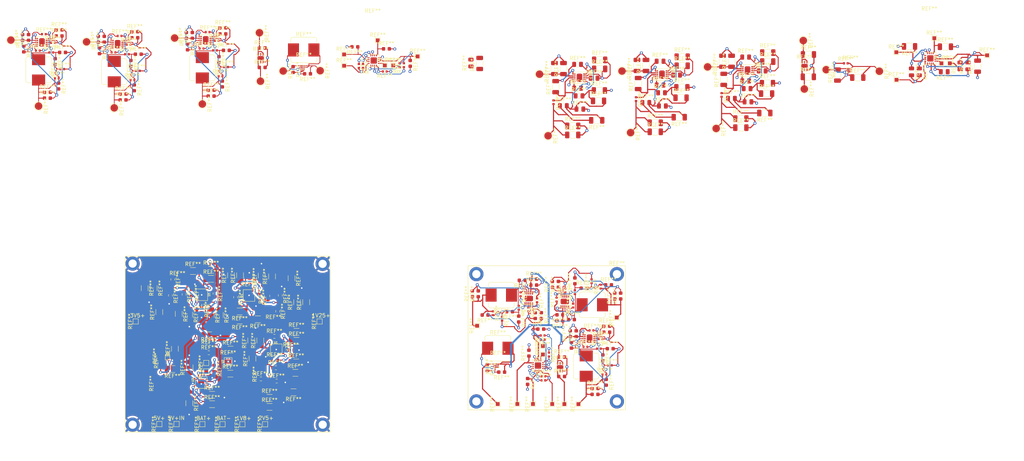
<source format=kicad_pcb>
(kicad_pcb (version 20211014) (generator pcbnew)
  (layers (0 "F.Cu" signal) (31 "B.Cu" signal) (34 "B.Paste" user) (35 "F.Paste" user) (36 "B.SilkS" user "B.Silkscreen") (37 "F.SilkS" user "F.Silkscreen") (38 "B.Mask" user) (39 "F.Mask" user) (44 "Edge.Cuts" user))
  (net 0 "")
  (net 1 "GND")
  (net 2 "1V8+")
  (net 3 "3V8+")
  (net 4 "5V+")
  (net 5 "1v25+")
  (net 6 "2V5+")
  (net 7 "3V5+")
  (net 8 "GND0")
  (net 9 "NC")
  (net 10 "TON")
  (net 11 "VDD")
  (net 12 "PGOOD")
  (net 13 "BST")
  (net 14 "LX")
  (net 15 "FB")
  (net 16 "SW")
  (net 17 "ISET")
  (net 18 "BAT+")
  (net 19 "TS")
  (net 20 "ILIM")
  (net 21 "LED")
  (net 22 "5V+IN")
  (footprint "Inductor_SMD:L_Bourns_SRP7028A_7.3x6.6mm" (layer "F.Cu") (at 21.675 27.925 -90)
    (fp_text reference "REF**")
    (fp_text value "L_Bourns_SRP7028A_7.3x6.6mm")
  )
  (footprint "ps2-pms:SC174" (layer "F.Cu") (at 188.02375 29.2275 -90)
    (fp_text reference "REF**")
    (fp_text value "SC174")
  )
  (footprint "TestPoint:TestPoint_Pad_1.0x1.0mm" (layer "F.Cu") (at 138.7 96.3 90)
    (fp_text reference "REF**")
    (fp_text value "TestPoint_Pad_1.0x1.0mm")
  )
  (footprint "ps2-pms:BQ24076" (layer "F.Cu") (at 111.09375 25.4375)
    (fp_text reference "REF**")
    (fp_text value "BQ24076")
  )
  (footprint "Capacitor_SMD:C_0603_1608Metric" (layer "F.Cu") (at 89.59375 27.8375 -90)
    (fp_text reference "REF**")
    (fp_text value "C_0603_1608Metric")
  )
  (footprint "Capacitor_SMD:C_0603_1608Metric" (layer "F.Cu") (at 137.4125 87.74375 90)
    (fp_text reference "REF**")
    (fp_text value "C_0603_1608Metric")
  )
  (footprint "Resistor_SMD:R_0603_1608Metric" (layer "F.Cu") (at 67.11 103.5)
    (fp_text reference "REF**")
    (fp_text value "R_0603_1608Metric")
  )
  (footprint "Capacitor_SMD:C_1206_3216Metric" (layer "F.Cu") (at 215.465 39.46 180)
    (fp_text reference "REF**")
    (fp_text value "C_1206_3216Metric")
  )
  (footprint "Capacitor_SMD:C_0603_1608Metric" (layer "F.Cu") (at 120.84375 26.1875 -90)
    (fp_text reference "REF**")
    (fp_text value "C_0603_1608Metric")
  )
  (footprint "Resistor_SMD:R_0402_1005Metric" (layer "F.Cu") (at 48.175 28.2)
    (fp_text reference "REF**")
    (fp_text value "R_0402_1005Metric")
  )
  (footprint "Capacitor_SMD:C_1206_3216Metric" (layer "F.Cu") (at 90.4925 100.3275)
    (fp_text reference "REF**")
    (fp_text value "C_1206_3216Metric")
  )
  (footprint "TestPoint:TestPoint_Pad_1.0x1.0mm" (layer "F.Cu") (at 112.16875 20.0375)
    (fp_text reference "REF**")
    (fp_text value "TestPoint_Pad_1.0x1.0mm")
  )
  (footprint "Capacitor_SMD:C_0603_1608Metric" (layer "F.Cu") (at 173.2875 96.3875)
    (fp_text reference "REF**")
    (fp_text value "C_0603_1608Metric")
  )
  (footprint "Resistor_SMD:R_0402_1005Metric" (layer "F.Cu") (at 46.725 30.625)
    (fp_text reference "REF**")
    (fp_text value "R_0402_1005Metric")
  )
  (footprint "Capacitor_SMD:C_0603_1608Metric" (layer "F.Cu") (at 170.1625 113.0375)
    (fp_text reference "REF**")
    (fp_text value "C_0603_1608Metric")
  )
  (footprint "ps2-pms:ADP151" (layer "F.Cu") (at 160.85 107.35)
    (fp_text reference "REF**")
    (fp_text value "ADP151")
  )
  (footprint "Capacitor_SMD:C_0603_1608Metric" (layer "F.Cu") (at 61.425 21.8 -90)
    (fp_text reference "REF**")
    (fp_text value "C_0603_1608Metric")
  )
  (footprint "Resistor_SMD:R_0402_1005Metric" (layer "F.Cu") (at 169.2375 84.39375 90)
    (fp_text reference "REF**")
    (fp_text value "R_0402_1005Metric")
  )
  (footprint "Resistor_SMD:R_0402_1005Metric" (layer "F.Cu") (at 171.1875 102.4125)
    (fp_text reference "REF**")
    (fp_text value "R_0402_1005Metric")
  )
  (footprint "ps2-pms:TPS61253" (layer "F.Cu") (at 238.0025 28.0125)
    (fp_text reference "REF**")
    (fp_text value "TPS61253")
  )
  (footprint "Resistor_SMD:R_0603_1608Metric" (layer "F.Cu") (at 57.5 83.925 -90)
    (fp_text reference "REF**")
    (fp_text value "R_0603_1608Metric")
  )
  (footprint "Resistor_SMD:R_0402_1005Metric" (layer "F.Cu") (at 152.3875 91.95 -90)
    (fp_text reference "REF**")
    (fp_text value "R_0402_1005Metric")
  )
  (footprint "Capacitor_SMD:C_0603_1608Metric" (layer "F.Cu") (at 114.49375 22.3125)
    (fp_text reference "REF**")
    (fp_text value "C_0603_1608Metric")
  )
  (footprint "Resistor_SMD:R_0805_2012Metric" (layer "F.Cu") (at 166.1225 38.4175)
    (fp_text reference "REF**")
    (fp_text value "R_0805_2012Metric")
  )
  (footprint "Resistor_SMD:R_0402_1005Metric" (layer "F.Cu") (at 26.525 30.15)
    (fp_text reference "REF**")
    (fp_text value "R_0402_1005Metric")
  )
  (footprint "Resistor_SMD:R_0402_1005Metric" (layer "F.Cu") (at 164.3 90.90375 90)
    (fp_text reference "REF**")
    (fp_text value "R_0402_1005Metric")
  )
  (footprint "Inductor_SMD:L_Bourns_SRP7028A_7.3x6.6mm" (layer "F.Cu") (at 41.875 28.4 -90)
    (fp_text reference "REF**")
    (fp_text value "L_Bourns_SRP7028A_7.3x6.6mm")
  )
  (footprint "Capacitor_SMD:C_0603_1608Metric" (layer "F.Cu") (at 173.2875 98.0125)
    (fp_text reference "REF**")
    (fp_text value "C_0603_1608Metric")
  )
  (footprint "TestPoint:TestPoint_Pad_1.0x1.0mm" (layer "F.Cu") (at 96.66 95.14 90)
    (fp_text reference "REF**")
    (fp_text value "TestPoint_Pad_1.0x1.0mm")
  )
  (footprint "TestPoint:TestPoint_Pad_1.0x1.0mm" (layer "F.Cu") (at 103.19375 23.8125)
    (fp_text reference "REF**")
    (fp_text value "TestPoint_Pad_1.0x1.0mm")
  )
  (footprint "" (layer "F.Cu") (at 46.77 122.72)
    (fp_text reference "")
    (fp_text value "")
  )
  (footprint "ps2-pms:TPS61253" (layer "F.Cu") (at 143.9 106.925)
    (fp_text reference "REF**")
    (fp_text value "TPS61253")
  )
  (footprint "Resistor_SMD:R_0805_2012Metric" (layer "F.Cu") (at 206.565 35.56)
    (fp_text reference "REF**")
    (fp_text value "R_0805_2012Metric")
  )
  (footprint "Resistor_SMD:R_0402_1005Metric" (layer "F.Cu") (at 156.207129 100.01 180)
    (fp_text reference "REF**")
    (fp_text value "R_0402_1005Metric")
  )
  (footprint "Resistor_SMD:R_0805_2012Metric" (layer "F.Cu") (at 137.04 26.0975 90)
    (fp_text reference "REF**")
    (fp_text value "R_0805_2012Metric")
  )
  (footprint "Capacitor_SMD:C_0603_1608Metric" (layer "F.Cu") (at 164.7875 84.29375 90)
    (fp_text reference "REF**")
    (fp_text value "C_0603_1608Metric")
  )
  (footprint "TestPoint:TestPoint_Pad_1.0x1.0mm" (layer "F.Cu") (at 65.38 122.59 90)
    (fp_text reference "REF**")
    (fp_text value "TestPoint_Pad_1.0x1.0mm")
  )
  (footprint "Capacitor_SMD:C_1206_3216Metric" (layer "F.Cu") (at 67.165 98.83 180)
    (fp_text reference "REF**")
    (fp_text value "C_1206_3216Metric")
  )
  (footprint "Capacitor_SMD:C_1206_3216Metric" (layer "F.Cu") (at 183.7575 26.7475 90)
    (fp_text reference "REF**")
    (fp_text value "C_1206_3216Metric")
  )
  (footprint "Capacitor_SMD:C_0603_1608Metric" (layer "F.Cu") (at 27.15 17.25)
    (fp_text reference "REF**")
    (fp_text value "C_0603_1608Metric")
  )
  (footprint "TestPoint:TestPoint_Pad_D2.0mm" (layer "F.Cu") (at 80.60875 18.0125 -90)
    (fp_text reference "REF**")
    (fp_text value "TestPoint_Pad_D2.0mm")
  )
  (footprint "Resistor_SMD:R_0402_1005Metric" (layer "F.Cu") (at 119.14375 26.6875 90)
    (fp_text reference "REF**")
    (fp_text value "R_0402_1005Metric")
  )
  (footprint "ps2-pms:SC174" (layer "F.Cu") (at 166.00875 30.0625 -90)
    (fp_text reference "REF**")
    (fp_text value "SC174")
  )
  (footprint "Capacitor_SMD:C_0603_1608Metric" (layer "F.Cu") (at 177 88.35 90)
    (fp_text reference "REF**")
    (fp_text value "C_0603_1608Metric")
  )
  (footprint "Capacitor_SMD:C_0603_1608Metric" (layer "F.Cu") (at 175.4125 88.34375 90)
    (fp_text reference "REF**")
    (fp_text value "C_0603_1608Metric")
  )
  (footprint "ps2-pms:BQ24076" (layer "F.Cu") (at 65.08 111.45 90)
    (fp_text reference "REF**")
    (fp_text value "BQ24076")
  )
  (footprint "Inductor_SMD:L_Bourns_SRP7028A_7.3x6.6mm" (layer "F.Cu") (at 92.41875 22.6125)
    (fp_text reference "REF**")
    (fp_text value "L_Bourns_SRP7028A_7.3x6.6mm")
  )
  (footprint "Inductor_SMD:L_0402_1005Metric" (layer "F.Cu") (at 78.1775 109.2275 -90)
    (fp_text reference "REF**")
    (fp_text value "L_0402_1005Metric")
  )
  (footprint "Capacitor_SMD:C_1206_3216Metric" (layer "F.Cu") (at 70.0225 93.4125 -90)
    (fp_text reference "REF**")
    (fp_text value "C_1206_3216Metric")
  )
  (footprint "TestPoint:TestPoint_Pad_1.0x1.0mm" (layer "F.Cu") (at 165.725 117.225 90)
    (fp_text reference "REF**")
    (fp_text value "TestPoint_Pad_1.0x1.0mm")
  )
  (footprint "Capacitor_SMD:C_0603_1608Metric" (layer "F.Cu") (at 150.725 84.15 180)
    (fp_text reference "REF**")
    (fp_text value "C_0603_1608Metric")
  )
  (footprint "Resistor_SMD:R_0805_2012Metric" (layer "F.Cu") (at 188.1375 37.5825)
    (fp_text reference "REF**")
    (fp_text value "R_0805_2012Metric")
  )
  (footprint "Capacitor_SMD:C_0603_1608Metric" (layer "F.Cu") (at 163.8625 94.64375)
    (fp_text reference "REF**")
    (fp_text value "C_0603_1608Metric")
  )
  (footprint "Capacitor_SMD:C_1206_3216Metric" (layer "F.Cu") (at 73.03 82.815 90)
    (fp_text reference "REF**")
    (fp_text value "C_1206_3216Metric")
  )
  (footprint "Capacitor_SMD:C_1206_3216Metric" (layer "F.Cu") (at 181.6675 31.5825 90)
    (fp_text reference "REF**")
    (fp_text value "C_1206_3216Metric")
  )
  (footprint "ps2-pms:TPS61253" (layer "F.Cu") (at 92.09375 27.2375)
    (fp_text reference "REF**")
    (fp_text value "TPS61253")
  )
  (footprint "Inductor_SMD:L_0402_1005Metric" (layer "F.Cu") (at 54.25 105.625 90)
    (fp_text reference "REF**")
    (fp_text value "L_0402_1005Metric")
  )
  (footprint "Resistor_SMD:R_0603_1608Metric" (layer "F.Cu") (at 74.25 88.675 -90)
    (fp_text reference "REF**")
    (fp_text value "R_0603_1608Metric")
  )
  (footprint "Resistor_SMD:R_0603_1608Metric" (layer "F.Cu") (at 60.5 87.925 -90)
    (fp_text reference "REF**")
    (fp_text value "R_0603_1608Metric")
  )
  (footprint "Resistor_SMD:R_0603_1608Metric" (layer "F.Cu") (at 56.8725 88.175 -90)
    (fp_text reference "REF**")
    (fp_text value "R_0603_1608Metric")
  )
  (footprint "Capacitor_SMD:C_1206_3216Metric" (layer "F.Cu") (at 80.8375 100.2325 90)
    (fp_text reference "REF**")
    (fp_text value "C_1206_3216Metric")
  )
  (footprint "Capacitor_SMD:C_0603_1608Metric" (layer "F.Cu") (at 81.34375 22.0875)
    (fp_text reference "REF**")
    (fp_text value "C_0603_1608Metric")
  )
  (footprint "Capacitor_SMD:C_1206_3216Metric" (layer "F.Cu") (at 159.6525 32.4175 90)
    (fp_text reference "REF**")
    (fp_text value "C_1206_3216Metric")
  )
  (footprint "TestPoint:TestPoint_Pad_D2.0mm" (layer "F.Cu") (at 96.81875 28.1625 -90)
    (fp_text reference "REF**")
    (fp_text value "TestPoint_Pad_D2.0mm")
  )
  (footprint "Capacitor_SMD:C_1206_3216Metric" (layer "F.Cu") (at 215.95 34.27)
    (fp_text reference "REF**")
    (fp_text value "C_1206_3216Metric")
  )
  (footprint "Capacitor_SMD:C_1206_3216Metric" (layer "F.Cu") (at 254.092011 21.672515 180)
    (fp_text reference "REF**")
    (fp_text value "C_1206_3216Metric")
  )
  (footprint "Resistor_SMD:R_0603_1608Metric" (layer "F.Cu") (at 86.18 88.175 -90)
    (fp_text reference "REF**")
    (fp_text value "R_0603_1608Metric")
  )
  (footprint "TestPoint:TestPoint_Pad_D2.0mm" (layer "F.Cu") (at 231.8425 27.8825 -90)
    (fp_text reference "REF**")
    (fp_text value "TestPoint_Pad_D2.0mm")
  )
  (footprint "Capacitor_SMD:C_1206_3216Metric" (layer "F.Cu") (at 89.7075 114.0575 180)
    (fp_text reference "REF**")
    (fp_text value "C_1206_3216Metric")
  )
  (footprint "Capacitor_SMD:C_1206_3216Metric" (layer "F.Cu") (at 216.25 23.32)
    (fp_text reference "REF**")
    (fp_text value "C_1206_3216Metric")
  )
  (footprint "Capacitor_SMD:C_1206_3216Metric" (layer "F.Cu") (at 62.8725 81.6675)
    (fp_text reference "REF**")
    (fp_text value "C_1206_3216Metric")
  )
  (footprint "TestPoint:TestPoint_Pad_1.0x1.0mm" (layer "F.Cu") (at 149.425 117.2 90)
    (fp_text reference "REF**")
    (fp_text value "TestPoint_Pad_1.0x1.0mm")
  )
  (footprint "Capacitor_SMD:C_0603_1608Metric" (layer "F.Cu") (at 173.7625 85.36875)
    (fp_text reference "REF**")
    (fp_text value "C_0603_1608Metric")
  )
  (footprint "Resistor_SMD:R_0402_1005Metric" (layer "F.Cu") (at 114.04375 28.3625 180)
    (fp_text reference "REF**")
    (fp_text value "R_0402_1005Metric")
  )
  (footprint "ps2-pms:SC174" (layer "F.Cu") (at 77.825 88.20375)
    (fp_text reference "REF**")
    (fp_text value "SC174")
  )
  (footprint "TestPoint:TestPoint_Pad_D2.0mm" (layer "F.Cu") (at 80.88375 30.9625 -90)
    (fp_text reference "REF**")
    (fp_text value "TestPoint_Pad_D2.0mm")
  )
  (footprint "Resistor_SMD:R_0805_2012Metric" (layer "F.Cu") (at 187.905 34.0425)
    (fp_text reference "REF**")
    (fp_text value "R_0805_2012Metric")
  )
  (footprint "Capacitor_SMD:C_0603_1608Metric" (layer "F.Cu") (at 81.34375 27.2875)
    (fp_text reference "REF**")
    (fp_text value "C_0603_1608Metric")
  )
  (footprint "Resistor_SMD:R_0603_1608Metric" (layer "F.Cu") (at 68.75 87.675 -90)
    (fp_text reference "REF**")
    (fp_text value "R_0603_1608Metric")
  )
  (footprint "Capacitor_SMD:C_0603_1608Metric" (layer "F.Cu") (at 27 32.25 -90)
    (fp_text reference "REF**")
    (fp_text value "C_0603_1608Metric")
  )
  (footprint "Capacitor_SMD:C_1206_3216Metric" (layer "F.Cu") (at 206.595 25.635 90)
    (fp_text reference "REF**")
    (fp_text value "C_1206_3216Metric")
  )
  (footprint "Capacitor_SMD:C_1206_3216Metric" (layer "F.Cu") (at 61.89 116.98 -90)
    (fp_text reference "REF**")
    (fp_text value "C_1206_3216Metric")
  )
  (footprint "Capacitor_SMD:C_1206_3216Metric" (layer "F.Cu") (at 67.6125 93.4125 -90)
    (fp_text reference "REF**")
    (fp_text value "C_1206_3216Metric")
  )
  (footprint "Resistor_SMD:R_0805_2012Metric" (layer "F.Cu") (at 187.5175 25.6325)
    (fp_text reference "REF**")
    (fp_text value "R_0805_2012Metric")
  )
  (footprint "Resistor_SMD:R_0402_1005Metric" (layer "F.Cu") (at 69.225 20.1375)
    (fp_text reference "REF**")
    (fp_text value "R_0402_1005Metric")
  )
  (footprint "TestPoint:TestPoint_Pad_D2.0mm" (layer "F.Cu") (at 202.485 43.59 -90)
    (fp_text reference "REF**")
    (fp_text value "TestPoint_Pad_D2.0mm")
  )
  (footprint "Capacitor_SMD:C_0603_1608Metric" (layer "F.Cu") (at 173.1375 111.3875 -90)
    (fp_text reference "REF**")
    (fp_text value "C_0603_1608Metric")
  )
  (footprint "TestPoint:TestPoint_Pad_1.0x1.0mm" (layer "F.Cu") (at 66.405 106.225 90)
    (fp_text reference "REF**")
    (fp_text value "TestPoint_Pad_1.0x1.0mm")
  )
  (footprint "Capacitor_SMD:C_1206_3216Metric" (layer "F.Cu") (at 227.0725 29.7925)
    (fp_text reference "REF**")
    (fp_text value "C_1206_3216Metric")
  )
  (footprint "Capacitor_SMD:C_0603_1608Metric" (layer "F.Cu") (at 62.7 18.725 90)
    (fp_text reference "REF**")
    (fp_text value "C_0603_1608Metric")
  )
  (footprint "Capacitor_SMD:C_1206_3216Metric" (layer "F.Cu") (at 61.97 107.41 90)
    (fp_text reference "REF**")
    (fp_text value "C_1206_3216Metric")
  )
  (footprint "Capacitor_SMD:C_1206_3216Metric" (layer "F.Cu") (at 171.0975 36.2175)
    (fp_text reference "REF**")
    (fp_text value "C_1206_3216Metric")
  )
  (footprint "TestPoint:TestPoint_Pad_D2.0mm" (layer "F.Cu") (at 179.6475 44.7025 -90)
    (fp_text reference "REF**")
    (fp_text value "TestPoint_Pad_D2.0mm")
  )
  (footprint "TestPoint:TestPoint_Pad_1.0x1.0mm" (layer "F.Cu") (at 274.792011 24.042515)
    (fp_text reference "REF**")
    (fp_text value "TestPoint_Pad_1.0x1.0mm")
  )
  (footprint "Capacitor_SMD:C_1206_3216Metric" (layer "F.Cu") (at 186.23 42.0725)
    (fp_text reference "REF**")
    (fp_text value "C_1206_3216Metric")
  )
  (footprint "Capacitor_SMD:C_1206_3216Metric" (layer "F.Cu") (at 234.8525 29.3225 90)
    (fp_text reference "REF**")
    (fp_text value "C_1206_3216Metric")
  )
  (footprint "TestPoint:TestPoint_Pad_1.0x1.0mm" (layer "F.Cu") (at 250.602011 30.592515)
    (fp_text reference "REF**")
    (fp_text value "TestPoint_Pad_1.0x1.0mm")
  )
  (footprint "Inductor_SMD:L_Bourns_SRP7028A_7.3x6.6mm" (layer "F.Cu") (at 144.225 102.3)
    (fp_text reference "REF**")
    (fp_text value "L_Bourns_SRP7028A_7.3x6.6mm")
  )
  (footprint "Capacitor_SMD:C_0603_1608Metric" (layer "F.Cu") (at 154.2 93.575 -90)
    (fp_text reference "REF**")
    (fp_text value "C_0603_1608Metric")
  )
  (footprint "Resistor_SMD:R_0805_2012Metric" (layer "F.Cu") (at 210.975 36.47)
    (fp_text reference "REF**")
    (fp_text value "R_0805_2012Metric")
  )
  (footprint "Resistor_SMD:R_0603_1608Metric" (layer "F.Cu") (at 68.5 107.675 -90)
    (fp_text reference "REF**")
    (fp_text value "R_0603_1608Metric")
  )
  (footprint "Resistor_SMD:R_0603_1608Metric" (layer "F.Cu") (at 84.6075 105.4675)
    (fp_text reference "REF**")
    (fp_text value "R_0603_1608Metric")
  )
  (footprint "Capacitor_SMD:C_0603_1608Metric" (layer "F.Cu") (at 46.3 26.2 -90)
    (fp_text reference "REF**")
    (fp_text value "C_0603_1608Metric")
  )
  (footprint "TestPoint:TestPoint_Pad_D2.0mm" (layer "F.Cu") (at 65.36875 37.0625 -90)
    (fp_text reference "REF**")
    (fp_text value "TestPoint_Pad_D2.0mm")
  )
  (footprint "Resistor_SMD:R_0603_1608Metric" (layer "F.Cu") (at 88.9975 102.7975)
    (fp_text reference "REF**")
    (fp_text value "R_0603_1608Metric")
  )
  (footprint "Resistor_SMD:R_0603_1608Metric" (layer "F.Cu") (at 65.1425 91.925 -90)
    (fp_text reference "REF**")
    (fp_text value "R_0603_1608Metric")
  )
  (footprint "Resistor_SMD:R_0805_2012Metric" (layer "F.Cu") (at 210.355 24.52)
    (fp_text reference "REF**")
    (fp_text value "R_0805_2012Metric")
  )
  (footprint "Capacitor_SMD:C_1206_3216Metric" (layer "F.Cu") (at 161.7425 27.5825 90)
    (fp_text reference "REF**")
    (fp_text value "C_1206_3216Metric")
  )
  (footprint "ps2-pms:BQ24076" (layer "F.Cu") (at 154.932129 106.935 90)
    (fp_text reference "REF**")
    (fp_text value "BQ24076")
  )
  (footprint "Resistor_SMD:R_0603_1608Metric" (layer "F.Cu") (at 84.5975 99.1175)
    (fp_text reference "REF**")
    (fp_text value "R_0603_1608Metric")
  )
  (footprint "TestPoint:TestPoint_Pad_1.0x1.0mm" (layer "F.Cu") (at 161.975 117.225 90)
    (fp_text reference "REF**")
    (fp_text value "TestPoint_Pad_1.0x1.0mm")
  )
  (footprint "Capacitor_SMD:C_1206_3216Metric" (layer "F.Cu") (at 186.23 44.4825)
    (fp_text reference "REF**")
    (fp_text value "C_1206_3216Metric")
  )
  (footprint "" (layer "F.Cu") (at 138.5 82.5)
    (fp_text reference "")
    (fp_text value "")
  )
  (footprint "Capacitor_SMD:C_1206_3216Metric" (layer "F.Cu") (at 193.4125 24.4325)
    (fp_text reference "REF**")
    (fp_text value "C_1206_3216Metric")
  )
  (footprint "Capacitor_SMD:C_1206_3216Metric" (layer "F.Cu") (at 263.662011 21.752515)
    (fp_text reference "REF**")
    (fp_text value "C_1206_3216Metric")
  )
  (footprint "Capacitor_SMD:C_0603_1608Metric" (layer "F.Cu") (at 163.5375 98.4125 90)
    (fp_text reference "REF**")
    (fp_text value "C_0603_1608Metric")
  )
  (footprint "Capacitor_SMD:C_1206_3216Metric" (layer "F.Cu") (at 80.18 94.56 180)
    (fp_text reference "REF**")
    (fp_text value "C_1206_3216Metric")
  )
  (footprint "Resistor_SMD:R_0402_1005Metric" (layer "F.Cu") (at 154.6875 89.5 -90)
    (fp_text reference "REF**")
    (fp_text value "R_0402_1005Metric")
  )
  (footprint "TestPoint:TestPoint_Pad_1.0x1.0mm" (layer "F.Cu") (at 144.2 117.2 90)
    (fp_text reference "REF**")
    (fp_text value "TestPoint_Pad_1.0x1.0mm")
  )
  (footprint "TestPoint:TestPoint_Pad_D2.0mm" (layer "F.Cu") (at 34.475 20.45 -90)
    (fp_text reference "REF**")
    (fp_text value "TestPoint_Pad_D2.0mm")
  )
  (footprint "ps2-pms:BQ24076" (layer "F.Cu") (at 259.622011 24.862515)
    (fp_text reference "REF**")
    (fp_text value "BQ24076")
  )
  (footprint "Capacitor_SMD:C_1206_3216Metric" (layer "F.Cu") (at 170.6125 41.4075 180)
    (fp_text reference "REF**")
    (fp_text value "C_1206_3216Metric")
  )
  (footprint "TestPoint:TestPoint_Pad_1.0x1.0mm" (layer "F.Cu") (at 53.91 122.55 90)
    (fp_text reference "REF**")
    (fp_text value "TestPoint_Pad_1.0x1.0mm")
  )
  (footprint "Capacitor_SMD:C_0603_1608Metric" (layer "F.Cu") (at 67.725 33.35)
    (fp_text reference "REF**")
    (fp_text value "C_0603_1608Metric")
  )
  (footprint "Capacitor_SMD:C_0603_1608Metric" (layer "F.Cu") (at 161.25 109.85)
    (fp_text reference "REF**")
    (fp_text value "C_0603_1608Metric")
  )
  (footprint "Resistor_SMD:R_0805_2012Metric" (layer "F.Cu") (at 165.89 34.8775)
    (fp_text reference "REF**")
    (fp_text value "R_0805_2012Metric")
  )
  (footprint "ps2-pms:ADP151" (layer "F.Cu") (at 226.0725 26.8775)
    (fp_text reference "REF**")
    (fp_text value "ADP151")
  )
  (footprint "TestPoint:TestPoint_Pad_1.0x1.0mm" (layer "F.Cu") (at 66.405 108.475 90)
    (fp_text reference "REF**")
    (fp_text value "TestPoint_Pad_1.0x1.0mm")
  )
  (footprint "Resistor_SMD:R_0805_2012Metric" (layer "F.Cu") (at 214.755 28.2)
    (fp_text reference "REF**")
    (fp_text value "R_0805_2012Metric")
  )
  (footprint "Capacitor_SMD:C_0603_1608Metric" (layer "F.Cu") (at 17.4 19.275 90)
    (fp_text reference "REF**")
    (fp_text value "C_0603_1608Metric")
  )
  (footprint "Resistor_SMD:R_0805_2012Metric" (layer "F.Cu") (at 254.612011 28.462515 -90)
    (fp_text reference "REF**")
    (fp_text value "R_0805_2012Metric")
  )
  (footprint "Capacitor_SMD:C_1206_3216Metric" (layer "F.Cu") (at 204.185 25.635 90)
    (fp_text reference "REF**")
    (fp_text value "C_1206_3216Metric")
  )
  (footprint "TestPoint:TestPoint_Pad_D2.0mm" (layer "F.Cu") (at 155.3425 29.0875 -90)
    (fp_text reference "REF**")
    (fp_text value "TestPoint_Pad_D2.0mm")
  )
  (footprint "Capacitor_SMD:C_0603_1608Metric" (layer "F.Cu") (at 37.6 19.75 90)
    (fp_text reference "REF**")
    (fp_text value "C_0603_1608Metric")
  )
  (footprint "Capacitor_SMD:C_0603_1608Metric" (layer "F.Cu") (at 44.21875 35.9625)
    (fp_text reference "REF**")
    (fp_text value "C_0603_1608Metric")
  )
  (footprint "Resistor_SMD:R_0805_2012Metric" (layer "F.Cu") (at 165.5025 26.4675)
    (fp_text reference "REF**")
    (fp_text value "R_0805_2012Metric")
  )
  (footprint "Capacitor_SMD:C_0603_1608Metric" (layer "F.Cu") (at 170.15625 114.625)
    (fp_text reference "REF**")
    (fp_text value "C_0603_1608Metric")
  )
  (footprint "TestPoint:TestPoint_Pad_1.0x1.0mm" (layer "F.Cu") (at 47.59 95.14 90)
    (fp_text reference "REF**")
    (fp_text value "TestPoint_Pad_1.0x1.0mm")
  )
  (footprint "Capacitor_SMD:C_0603_1608Metric" (layer "F.Cu") (at 47.35 19.35)
    (fp_text reference "REF**")
    (fp_text value "C_0603_1608Metric")
  )
  (footprint "Capacitor_SMD:C_0603_1608Metric" (layer "F.Cu") (at 17.725 22.35 -90)
    (fp_text reference "REF**")
    (fp_text value "C_0603_1608Metric")
  )
  (footprint "Capacitor_SMD:C_0603_1608Metric" (layer "F.Cu") (at 24.01875 35.4875)
    (fp_text reference "REF**")
    (fp_text value "C_0603_1608Metric")
  )
  (footprint "Resistor_SMD:R_0402_1005Metric" (layer "F.Cu") (at 150.2875 87.89 -90)
    (fp_text reference "REF**")
    (fp_text value "R_0402_1005Metric")
  )
  (footprint "TestPoint:TestPoint_Pad_D2.0mm" (layer "F.Cu") (at 177.3575 28.2525 -90)
    (fp_text reference "REF**")
    (fp_text value "TestPoint_Pad_D2.0mm")
  )
  (footprint "" (layer "F.Cu") (at 138.5 116.5)
    (fp_text reference "")
    (fp_text value "")
  )
  (footprint "Inductor_SMD:L_0402_1005Metric" (layer "F.Cu") (at 181.0975 35.7425 -90)
    (fp_text reference "REF**")
    (fp_text value "L_0402_1005Metric")
  )
  (footprint "Inductor_SMD:L_0402_1005Metric" (layer "F.Cu") (at 159.0825 36.5775 -90)
    (fp_text reference "REF**")
    (fp_text value "L_0402_1005Metric")
  )
  (footprint "TestPoint:TestPoint_Pad_D2.0mm" (layer "F.Cu") (at 21.66875 37.6125 -90)
    (fp_text reference "REF**")
    (fp_text value "TestPoint_Pad_D2.0mm")
  )
  (footprint "Resistor_SMD:R_0402_1005Metric" (layer "F.Cu") (at 157.857129 103.985 -90)
    (fp_text reference "REF**")
    (fp_text value "R_0402_1005Metric")
  )
  (footprint "Resistor_SMD:R_0402_1005Metric" (layer "F.Cu") (at 66.775 17.8375)
    (fp_text reference "REF**")
    (fp_text value "R_0402_1005Metric")
  )
  (footprint "Capacitor_SMD:C_1206_3216Metric" (layer "F.Cu") (at 171.3175 33.4475)
    (fp_text reference "REF**")
    (fp_text value "C_1206_3216Metric")
  )
  (footprint "Resistor_SMD:R_0402_1005Metric" (layer "F.Cu") (at 21.465 22.7875)
    (fp_text reference "REF**")
    (fp_text value "R_0402_1005Metric")
  )
  (footprint "TestPoint:TestPoint_Pad_D2.0mm" (layer "F.Cu") (at 86.94375 28.2375 -90)
    (fp_text reference "REF**")
    (fp_text value "TestPoint_Pad_D2.0mm")
  )
  (footprint "Capacitor_SMD:C_0603_1608Metric" (layer "F.Cu") (at 39.2 19.75 90)
    (fp_text reference "REF**")
    (fp_text value "C_0603_1608Metric")
  )
  (footprint "Capacitor_SMD:C_1206_3216Metric" (layer "F.Cu") (at 83.98 83.115 90)
    (fp_text reference "REF**")
    (fp_text value "C_1206_3216Metric")
  )
  (footprint "Capacitor_SMD:C_1206_3216Metric" (layer "F.Cu") (at 209.0675 40.96)
    (fp_text reference "REF**")
    (fp_text value "C_1206_3216Metric")
  )
  (footprint "Resistor_SMD:R_0402_1005Metric" (layer "F.Cu") (at 156.182129 98.885 180)
    (fp_text reference "REF**")
    (fp_text value "R_0402_1005Metric")
  )
  (footprint "Resistor_SMD:R_0402_1005Metric" (layer "F.Cu") (at 145.35 94.4 -90)
    (fp_text reference "REF**")
    (fp_text value "R_0402_1005Metric")
  )
  (footprint "ps2-pms:SC174" (layer "F.Cu") (at 162.1 89.79375)
    (fp_text reference "REF**")
    (fp_text value "SC174")
  )
  (footprint "Resistor_SMD:R_0603_1608Metric" (layer "F.Cu") (at 84.985 107.5275)
    (fp_text reference "REF**")
    (fp_text value "R_0603_1608Metric")
  )
  (footprint "TestPoint:TestPoint_Pad_D2.0mm" (layer "F.Cu") (at 57.975 19.425 -90)
    (fp_text reference "REF**")
    (fp_text value "TestPoint_Pad_D2.0mm")
  )
  (footprint "Resistor_SMD:R_0402_1005Metric" (layer "F.Cu") (at 162.2 86.84375 90)
    (fp_text reference "REF**")
    (fp_text value "R_0402_1005Metric")
  )
  (footprint "Capacitor_SMD:C_1206_3216Metric" (layer "F.Cu") (at 164.215 42.9075)
    (fp_text reference "REF**")
    (fp_text value "C_1206_3216Metric")
  )
  (footprint "Inductor_SMD:L_Bourns_SRP7028A_7.3x6.6mm" (layer "F.Cu") (at 169.4375 90.69375)
    (fp_text reference "REF**")
    (fp_text value "L_Bourns_SRP7028A_7.3x6.6mm")
  )
  (footprint "Capacitor_SMD:C_1206_3216Metric" (layer "F.Cu") (at 139.38 26.22 90)
    (fp_text reference "REF**")
    (fp_text value "C_1206_3216Metric")
  )
  (footprint "Capacitor_SMD:C_1206_3216Metric" (layer "F.Cu") (at 75.345 92.47 180)
    (fp_text reference "REF**")
    (fp_text value "C_1206_3216Metric")
  )
  (footprint "Resistor_SMD:R_0402_1005Metric" (layer "F.Cu") (at 174.1125 106.8625)
    (fp_text reference "REF**")
    (fp_text value "R_0402_1005Metric")
  )
  (footprint "Capacitor_SMD:C_0603_1608Metric" (layer "F.Cu") (at 155.682129 97.185)
    (fp_text reference "REF**")
    (fp_text value "C_0603_1608Metric")
  )
  (footprint "Capacitor_SMD:C_1206_3216Metric" (layer "F.Cu") (at 72.84 109.08)
    (fp_text reference "REF**")
    (fp_text value "C_1206_3216Metric")
  )
  (footprint "Capacitor_SMD:C_0603_1608Metric" (layer "F.Cu") (at 141.4 107.525 -90)
    (fp_text reference "REF**")
    (fp_text value "C_0603_1608Metric")
  )
  (footprint "Capacitor_SMD:C_0603_1608Metric" (layer "F.Cu") (at 19 19.275 90)
    (fp_text reference "REF**")
    (fp_text value "C_0603_1608Metric")
  )
  (footprint "Resistor_SMD:R_0603_1608Metric" (layer "F.Cu") (at 67.09 101.39)
    (fp_text reference "REF**")
    (fp_text value "R_0603_1608Metric")
  )
  (footprint "Capacitor_SMD:C_0603_1608Metric" (layer "F.Cu") (at 160.3875 85.21875 90)
    (fp_text reference "REF**")
    (fp_text value "C_0603_1608Metric")
  )
  (footprint "Capacitor_SMD:C_1206_3216Metric" (layer "F.Cu") (at 89.17 83.6 -90)
    (fp_text reference "REF**")
    (fp_text value "C_1206_3216Metric")
  )
  (footprint "Capacitor_SMD:C_0603_1608Metric" (layer "F.Cu") (at 147.35 92.525 180)
    (fp_text reference "REF**")
    (fp_text value "C_0603_1608Metric")
  )
  (footprint "Capacitor_SMD:C_0603_1608Metric" (layer "F.Cu") (at 172.2375 104.8625 -90)
    (fp_text reference "REF**")
    (fp_text value "C_0603_1608Metric")
  )
  (footprint "TestPoint:TestPoint_Pad_1.0x1.0mm" (layer "F.Cu") (at 116.31875 26.7625)
    (fp_text reference "REF**")
    (fp_text value "TestPoint_Pad_1.0x1.0mm")
  )
  (footprint "Capacitor_SMD:C_1206_3216Metric" (layer "F.Cu") (at 81.21 82.895 90)
    (fp_text reference "REF**")
    (fp_text value "C_1206_3216Metric")
  )
  (footprint "Inductor_SMD:L_Bourns_SRP7028A_7.3x6.6mm" (layer "F.Cu") (at 167.8125 107.0625 -90)
    (fp_text reference "REF**")
    (fp_text value "L_Bourns_SRP7028A_7.3x6.6mm")
  )
  (footprint "Capacitor_SMD:C_0603_1608Metric" (layer "F.Cu") (at 165.1375 98.4125 90)
    (fp_text reference "REF**")
    (fp_text value "C_0603_1608Metric")
  )
  (footprint "Resistor_SMD:R_0603_1608Metric" (layer "F.Cu") (at 85.2175 111.0675)
    (fp_text reference "REF**")
    (fp_text value "R_0603_1608Metric")
  )
  (footprint "Resistor_SMD:R_0402_1005Metric" (layer "F.Cu") (at 70.225 29.6)
    (fp_text reference "REF**")
    (fp_text value "R_0402_1005Metric")
  )
  (footprint "TestPoint:TestPoint_Pad_1.0x1.0mm" (layer "F.Cu") (at 260.697011 19.462515)
    (fp_text reference "REF**")
    (fp_text value "TestPoint_Pad_1.0x1.0mm")
  )
  (footprint "Resistor_SMD:R_0402_1005Metric" (layer "F.Cu") (at 45.725 21.1625)
    (fp_text reference "REF**")
    (fp_text value "R_0402_1005Metric")
  )
  (footprint "ps2-pms:ADP151" (layer "F.Cu") (at 72.25 105.855)
    (fp_text reference "REF**")
    (fp_text value "ADP151")
  )
  (footprint "Resistor_SMD:R_0402_1005Metric" (layer "F.Cu") (at 171.6625 85.84375 90)
    (fp_text reference "REF**")
    (fp_text value "R_0402_1005Metric")
  )
  (footprint "Capacitor_SMD:C_0603_1608Metric" (layer "F.Cu") (at 174.2125 102.4125)
    (fp_text reference "REF**")
    (fp_text value "C_0603_1608Metric")
  )
  (footprint "TestPoint:TestPoint_Pad_D2.0mm" (layer "F.Cu") (at 226.0125 33.0525 -90)
    (fp_text reference "REF**")
    (fp_text value "TestPoint_Pad_D2.0mm")
  )
  (footprint "TestPoint:TestPoint_Pad_D2.0mm" (layer "F.Cu") (at 246.0425 28.3025 -90)
    (fp_text reference "REF**")
    (fp_text value "TestPoint_Pad_D2.0mm")
  )
  (footprint "TestPoint:TestPoint_Pad_1.0x1.0mm" (layer "F.Cu") (at 114.06875 26.7625)
    (fp_text reference "REF**")
    (fp_text value "TestPoint_Pad_1.0x1.0mm")
  )
  (footprint "Resistor_SMD:R_0805_2012Metric" (layer "F.Cu") (at 187.5275 31.9825)
    (fp_text reference "REF**")
    (fp_text value "R_0805_2012Metric")
  )
  (footprint "TestPoint:TestPoint_Pad_D2.0mm" (layer "F.Cu") (at 14.275 19.975 -90)
    (fp_text reference "REF**")
    (fp_text value "TestPoint_Pad_D2.0mm")
  )
  (footprint "Inductor_SMD:L_0402_1005Metric" (layer "F.Cu") (at 58.7125 81.0975 180)
    (fp_text reference "REF**")
    (fp_text value "L_0402_1005Metric")
  )
  (footprint "Capacitor_SMD:C_0603_1608Metric" (layer "F.Cu") (at 155.825 93.575 -90)
    (fp_text reference "REF**")
    (fp_text value "C_0603_1608Metric")
  )
  (footprint "Capacitor_SMD:C_1206_3216Metric" (layer "F.Cu") (at 93.08 89.9975 90)
    (fp_text reference "REF**")
    (fp_text value "C_1206_3216Metric")
  )
  (footprint "Capacitor_SMD:C_1206_3216Metric" (layer "F.Cu") (at 67.7075 83.7575)
    (fp_text reference "REF**")
    (fp_text value "C_1206_3216Metric")
  )
  (footprint "Inductor_SMD:L_0402_1005Metric" (layer "F.Cu") (at 237.0825 26.1825)
    (fp_text reference "REF**")
    (fp_text value "L_0402_1005Metric")
  )
  (footprint "Capacitor_SMD:C_0603_1608Metric" (layer "F.Cu") (at 28.075 23.275)
    (fp_text reference "REF**")
    (fp_text value "C_0603_1608Metric")
  )
  (footprint "Resistor_SMD:R_0402_1005Metric" (layer "F.Cu") (at 25.525 20.6875)
    (fp_text reference "REF**")
    (fp_text value "R_0402_1005Metric")
  )
  (footprint "Resistor_SMD:R_0805_2012Metric" (layer "F.Cu") (at 169.9025 30.1475)
    (fp_text reference "REF**")
    (fp_text value "R_0805_2012Metric")
  )
  (footprint "Resistor_SMD:R_0402_1005Metric" (layer "F.Cu") (at 167.6025 101.925)
    (fp_text reference "REF**")
    (fp_text value "R_0402_1005Metric")
  )
  (footprint "ps2-pms:SC174" (layer "F.Cu") (at 66.275 20.0375 -90)
    (fp_text reference "REF**")
    (fp_text value "SC174")
  )
  (footprint "TestPoint:TestPoint_Pad_D2.0mm" (layer "F.Cu") (at 225.7375 20.1025 -90)
    (fp_text reference "REF**")
    (fp_text value "TestPoint_Pad_D2.0mm")
  )
  (footprint "TestPoint:TestPoint_Pad_1.0x1.0mm" (layer "F.Cu") (at 156.257129 103.96 90)
    (fp_text reference "REF**")
    (fp_text value "TestPoint_Pad_1.0x1.0mm")
  )
  (footprint "Capacitor_SMD:C_1206_3216Metric" (layer "F.Cu") (at 159.3325 27.5825 90)
    (fp_text reference "REF**")
    (fp_text value "C_1206_3216Metric")
  )
  (footprint "Resistor_SMD:R_0805_2012Metric" (layer "F.Cu") (at 183.7275 36.6725)
    (fp_text reference "REF**")
    (fp_text value "R_0805_2012Metric")
  )
  (footprint "Capacitor_SMD:C_1206_3216Metric" (layer "F.Cu") (at 83.31 115.5575)
    (fp_text reference "REF**")
    (fp_text value "C_1206_3216Metric")
  )
  (footprint "Resistor_SMD:R_0402_1005Metric" (layer "F.Cu") (at 156.382129 109.785)
    (fp_text reference "REF**")
    (fp_text value "R_0402_1005Metric")
  )
  (footprint "Capacitor_SMD:C_1206_3216Metric" (layer "F.Cu") (at 272.242011 26.947515 90)
    (fp_text reference "REF**")
    (fp_text value "C_1206_3216Metric")
  )
  (footprint "Resistor_SMD:R_0402_1005Metric" (layer "F.Cu") (at 43.275 18.8625)
    (fp_text reference "REF**")
    (fp_text value "R_0402_1005Metric")
  )
  (footprint "Capacitor_SMD:C_1206_3216Metric" (layer "F.Cu") (at 83.31 117.9675)
    (fp_text reference "REF**")
    (fp_text value "C_1206_3216Metric")
  )
  (footprint "Resistor_SMD:R_0805_2012Metric" (layer "F.Cu") (at 165.5125 32.8175)
    (fp_text reference "REF**")
    (fp_text value "R_0805_2012Metric")
  )
  (footprint "Capacitor_SMD:C_0603_1608Metric" (layer "F.Cu") (at 26.1 25.725 -90)
    (fp_text reference "REF**")
    (fp_text value "C_0603_1608Metric")
  )
  (footprint "Inductor_SMD:L_Bourns_SRP7028A_7.3x6.6mm" (layer "F.Cu") (at 65.375 27.375 -90)
    (fp_text reference "REF**")
    (fp_text value "L_Bourns_SRP7028A_7.3x6.6mm")
  )
  (footprint "Capacitor_SMD:C_1206_3216Metric" (layer "F.Cu") (at 72.89 102.66)
    (fp_text reference "REF**")
    (fp_text value "C_1206_3216Metric")
  )
  (footprint "Resistor_SMD:R_0603_1608Metric" (layer "F.Cu") (at 85.5 92.425 -90)
    (fp_text reference "REF**")
    (fp_text value "R_0603_1608Metric")
  )
  (footprint "Resistor_SMD:R_0402_1005Metric" (layer "F.Cu") (at 156.382129 110.885)
    (fp_text reference "REF**")
    (fp_text value "R_0402_1005Metric")
  )
  (footprint "Resistor_SMD:R_0402_1005Metric" (layer "F.Cu") (at 25.05 23.275)
    (fp_text reference "REF**")
    (fp_text value "R_0402_1005Metric")
  )
  (footprint "Capacitor_SMD:C_1206_3216Metric" (layer "F.Cu") (at 240.2725 29.9825)
    (fp_text reference "REF**")
    (fp_text value "C_1206_3216Metric")
  )
  (footprint "Capacitor_SMD:C_1206_3216Metric" (layer "F.Cu") (at 216.17 31.5)
    (fp_text reference "REF**")
    (fp_text value "C_1206_3216Metric")
  )
  (footprint "Capacitor_SMD:C_0603_1608Metric" (layer "F.Cu") (at 145.25 108.675 180)
    (fp_text reference "REF**")
    (fp_text value "C_0603_1608Metric")
  )
  (footprint "Resistor_SMD:R_0603_1608Metric" (layer "F.Cu") (at 62.5 87.425 -90)
    (fp_text reference "REF**")
    (fp_text value "R_0603_1608Metric")
  )
  (footprint "Resistor_SMD:R_0402_1005Metric" (layer "F.Cu") (at 142.925 92.95 -90)
    (fp_text reference "REF**")
    (fp_text value "R_0402_1005Metric")
  )
  (footprint "TestPoint:TestPoint_Pad_1.0x1.0mm" (layer "F.Cu") (at 58.49 122.56 90)
    (fp_text reference "REF**")
    (fp_text value "TestPoint_Pad_1.0x1.0mm")
  )
  (footprint "TestPoint:TestPoint_Pad_1.0x1.0mm" (layer "F.Cu") (at 264.847011 26.187515)
    (fp_text reference "REF**")
    (fp_text value "TestPoint_Pad_1.0x1.0mm")
  )
  (footprint "ps2-pms:SC174" (layer "F.Cu") (at 22.575 20.5875 -90)
    (fp_text reference "REF**")
    (fp_text value "SC174")
  )
  (footprint "Capacitor_SMD:C_1206_3216Metric" (layer "F.Cu") (at 90.1925 108.8675)
    (fp_text reference "REF**")
    (fp_text value "C_1206_3216Metric")
  )
  (footprint "Capacitor_SMD:C_0603_1608Metric" (layer "F.Cu") (at 67.71875 34.9375)
    (fp_text reference "REF**")
    (fp_text value "C_0603_1608Metric")
  )
  (footprint "" (layer "F.Cu") (at 97.46 79.76)
    (fp_text reference "")
    (fp_text value "")
  )
  (footprint "Capacitor_SMD:C_0603_1608Metric" (layer "F.Cu") (at 106.06875 21.7875 180)
    (fp_text reference "REF**")
    (fp_text value "C_0603_1608Metric")
  )
  (footprint "Capacitor_SMD:C_0603_1608Metric" (layer "F.Cu") (at 161.25 104.65)
    (fp_text reference "REF**")
    (fp_text value "C_0603_1608Metric")
  )
  (footprint "Capacitor_SMD:C_1206_3216Metric" (layer "F.Cu") (at 67.975 117.25)
    (fp_text reference "REF**")
    (fp_text value "C_1206_3216Metric")
  )
  (footprint "ps2-pms:SC174" (layer "F.Cu") (at 85.10375 102.7125 -90)
    (fp_text reference "REF**")
    (fp_text value "SC174")
  )
  (footprint "Capacitor_SMD:C_0603_1608Metric" (layer "F.Cu") (at 70.85 18.325)
    (fp_text reference "REF**")
    (fp_text value "C_0603_1608Metric")
  )
  (footprint "Capacitor_SMD:C_0603_1608Metric" (layer "F.Cu") (at 167.2375 86.26875)
    (fp_text reference "REF**")
    (fp_text value "C_0603_1608Metric")
  )
  (footprint "Capacitor_SMD:C_0603_1608Metric" (layer "F.Cu") (at 24.025 33.9)
    (fp_text reference "REF**")
    (fp_text value "C_0603_1608Metric")
  )
  (footprint "TestPoint:TestPoint_Pad_D2.0mm" (layer "F.Cu") (at 200.195 27.14 -90)
    (fp_text reference "REF**")
    (fp_text value "TestPoint_Pad_D2.0mm")
  )
  (footprint "Capacitor_SMD:C_0603_1608Metric" (layer "F.Cu") (at 149.8 94.5 -90)
    (fp_text reference "REF**")
    (fp_text value "C_0603_1608Metric")
  )
  (footprint "Resistor_SMD:R_0402_1005Metric" (layer "F.Cu") (at 65.165 22.2375)
    (fp_text reference "REF**")
    (fp_text value "R_0402_1005Metric")
  )
  (footprint "Resistor_SMD:R_0402_1005Metric" (layer "F.Cu") (at 171.6625 99.825)
    (fp_text reference "REF**")
    (fp_text value "R_0402_1005Metric")
  )
  (footprint "Resistor_SMD:R_0402_1005Metric" (layer "F.Cu") (at 107.14375 26.8875 -90)
    (fp_text reference "REF**")
    (fp_text value "R_0402_1005Metric")
  )
  (footprint "Capacitor_SMD:C_0603_1608Metric" (layer "F.Cu") (at 152.519629 103.61 90)
    (fp_text reference "REF**")
    (fp_text value "C_0603_1608Metric")
  )
  (footprint "Capacitor_SMD:C_0603_1608Metric" (layer "F.Cu") (at 163.8625 101.4875 -90)
    (fp_text reference "REF**")
    (fp_text value "C_0603_1608Metric")
  )
  (footprint "ps2-pms:SC174" (layer "F.Cu") (at 210.86125 28.115 -90)
    (fp_text reference "REF**")
    (fp_text value "SC174")
  )
  (footprint "Resistor_SMD:R_0402_1005Metric" (layer "F.Cu") (at 172.6625 109.2875)
    (fp_text reference "REF**")
    (fp_text value "R_0402_1005Metric")
  )
  (footprint "Capacitor_SMD:C_0603_1608Metric" (layer "F.Cu") (at 140.825 93.425 180)
    (fp_text reference "REF**")
    (fp_text value "C_0603_1608Metric")
  )
  (footprint "" (layer "F.Cu") (at 176 116.5)
    (fp_text reference "")
    (fp_text value "")
  )
  (footprint "TestPoint:TestPoint_Pad_1.0x1.0mm" (layer "F.Cu") (at 82.12 122.6 90)
    (fp_text reference "REF**")
    (fp_text value "TestPoint_Pad_1.0x1.0mm")
  )
  (footprint "Capacitor_SMD:C_0603_1608Metric" (layer "F.Cu") (at 70.85 16.7)
    (fp_text reference "REF**")
    (fp_text value "C_0603_1608Metric")
  )
  (footprint "Resistor_SMD:R_0402_1005Metric" (layer "F.Cu") (at 41.665 23.2625)
    (fp_text reference "REF**")
    (fp_text value "R_0402_1005Metric")
  )
  (footprint "Capacitor_SMD:C_0603_1608Metric" (layer "F.Cu") (at 152.169629 111.16 -90)
    (fp_text reference "REF**")
    (fp_text value "C_0603_1608Metric")
  )
  (footprint "TestPoint:TestPoint_Pad_1.0x1.0mm" (layer "F.Cu") (at 250.552011 23.222515)
    (fp_text reference "REF**")
    (fp_text value "TestPoint_Pad_1.0x1.0mm")
  )
  (footprint "Capacitor_SMD:C_1206_3216Metric" (layer "F.Cu") (at 67.975 114.75)
    (fp_text reference "REF**")
    (fp_text value "C_1206_3216Metric")
  )
  (footprint "Capacitor_SMD:C_0603_1608Metric" (layer "F.Cu") (at 47.35 17.725)
    (fp_text reference "REF**")
    (fp_text value "C_0603_1608Metric")
  )
  (footprint "Capacitor_SMD:C_1206_3216Metric" (layer "F.Cu") (at 49.9725 86.23 -90)
    (fp_text reference "REF**")
    (fp_text value "C_1206_3216Metric")
  )
  (footprint "Capacitor_SMD:C_1206_3216Metric" (layer "F.Cu") (at 193.3325 32.6125)
    (fp_text reference "REF**")
    (fp_text value "C_1206_3216Metric")
  )
  (footprint "Capacitor_SMD:C_1206_3216Metric" (layer "F.Cu") (at 61.8425 93.3325 -90)
    (fp_text reference "REF**")
    (fp_text value "C_1206_3216Metric")
  )
  (footprint "Resistor_SMD:R_0402_1005Metric" (layer "F.Cu") (at 68.75 22.725)
    (fp_text reference "REF**")
    (fp_text value "R_0402_1005Metric")
  )
  (footprint "TestPoint:TestPoint_Pad_1.0x1.0mm" (layer "F.Cu") (at 103.19375 26.8375)
    (fp_text reference "REF**")
    (fp_text value "TestPoint_Pad_1.0x1.0mm")
  )
  (footprint "Resistor_SMD:R_0603_1608Metric" (layer "F.Cu") (at 78 84.425 -90)
    (fp_text reference "REF**")
    (fp_text value "R_0603_1608Metric")
  )
  (footprint "Resistor_SMD:R_0402_1005Metric" (layer "F.Cu") (at 71.675 27.175)
    (fp_text reference "REF**")
    (fp_text value "R_0402_1005Metric")
  )
  (footprint "Resistor_SMD:R_0402_1005Metric" (layer "F.Cu") (at 108.24375 26.8875 -90)
    (fp_text reference "REF**")
    (fp_text value "R_0402_1005Metric")
  )
  (footprint "ps2-pms:SC174" (layer "F.Cu") (at 168.7125 99.725 -90)
    (fp_text reference "REF**")
    (fp_text value "SC174")
  )
  (footprint "Capacitor_SMD:C_0603_1608Metric" (layer "F.Cu") (at 93.44375 28.9875 180)
    (fp_text reference "REF**")
    (fp_text value "C_0603_1608Metric")
  )
  (footprint "Capacitor_SMD:C_1206_3216Metric" (layer "F.Cu") (at 78.7475 105.0675 90)
    (fp_text reference "REF**")
    (fp_text value "C_1206_3216Metric")
  )
  (footprint "ps2-pms:SC174" (layer "F.Cu") (at 152.4875 89 180)
    (fp_text reference "REF**")
    (fp_text value "SC174")
  )
  (footprint "Capacitor_SMD:C_1206_3216Metric" (layer "F.Cu") (at 181.3475 26.7475 90)
    (fp_text reference "REF**")
    (fp_text value "C_1206_3216Metric")
  )
  (footprint "Capacitor_SMD:C_0603_1608Metric" (layer "F.Cu") (at 61.1 18.725 90)
    (fp_text reference "REF**")
    (fp_text value "C_0603_1608Metric")
  )
  (footprint "Capacitor_SMD:C_1206_3216Metric" (layer "F.Cu") (at 78.4275 100.2325 90)
    (fp_text reference "REF**")
    (fp_text value "C_1206_3216Metric")
  )
  (footprint "TestPoint:TestPoint_Pad_1.0x1.0mm" (layer "F.Cu") (at 158.732129 117.21 90)
    (fp_text reference "REF**")
    (fp_text value "TestPoint_Pad_1.0x1.0mm")
  )
  (footprint "Capacitor_SMD:C_0603_1608Metric" (layer "F.Cu") (at 158.7625 85.21875 90)
    (fp_text reference "REF**")
    (fp_text value "C_0603_1608Metric")
  )
  (footprint "Resistor_SMD:R_0805_2012Metric" (layer "F.Cu") (at 210.365 30.87)
    (fp_text reference "REF**")
    (fp_text value "R_0805_2012Metric")
  )
  (footprint "Resistor_SMD:R_0402_1005Metric" (layer "F.Cu") (at 169.2125 97.525)
    (fp_text reference "REF**")
    (fp_text value "R_0402_1005Metric")
  )
  (footprint "Capacitor_SMD:C_0603_1608Metric" (layer "F.Cu") (at 44.225 34.375)
    (fp_text reference "REF**")
    (fp_text value "C_0603_1608Metric")
  )
  (footprint "Capacitor_SMD:C_1206_3216Metric" (layer "F.Cu") (at 216.25 25.73)
    (fp_text reference "REF**")
    (fp_text value "C_1206_3216Metric")
  )
  (footprint "" (layer "F.Cu") (at 97.49 122.71)
    (fp_text reference "")
    (fp_text value "")
  )
  (footprint "ps2-pms:SC174" (layer "F.Cu") (at 65.2275 88.02375 180)
    (fp_text reference "REF**")
    (fp_text value "SC174")
  )
  (footprint "Capacitor_SMD:C_1206_3216Metric" (layer "F.Cu") (at 67.7075 81.3475)
    (fp_text reference "REF**")
    (fp_text value "C_1206_3216Metric")
  )
  (footprint "Inductor_SMD:L_0402_1005Metric" (layer "F.Cu") (at 203.935 34.63 -90)
    (fp_text reference "REF**")
    (fp_text value "L_0402_1005Metric")
  )
  (footprint "Capacitor_SMD:C_0603_1608Metric" (layer "F.Cu") (at 27.15 18.875)
    (fp_text reference "REF**")
    (fp_text value "C_0603_1608Metric")
  )
  (footprint "Capacitor_SMD:C_1206_3216Metric" (layer "F.Cu") (at 192.6275 40.5725 180)
    (fp_text reference "REF**")
    (fp_text value "C_1206_3216Metric")
  )
  (footprint "Capacitor_SMD:C_0603_1608Metric" (layer "F.Cu") (at 70.7 31.7 -90)
    (fp_text reference "REF**")
    (fp_text value "C_0603_1608Metric")
  )
  (footprint "Capacitor_SMD:C_0603_1608Metric" (layer "F.Cu") (at 160.7875 94.96875 180)
    (fp_text reference "REF**")
    (fp_text value "C_0603_1608Metric")
  )
  (footprint "Resistor_SMD:R_0402_1005Metric" (layer "F.Cu") (at 45.25 23.75)
    (fp_text reference "REF**")
    (fp_text value "R_0402_1005Metric")
  )
  (footprint "ps2-pms:SC174" (layer "F.Cu") (at 42.775 21.0625 -90)
    (fp_text reference "REF**")
    (fp_text value "SC174")
  )
  (footprint "Capacitor_SMD:C_0603_1608Metric" (layer "F.Cu") (at 69.8 25.175 -90)
    (fp_text reference "REF**")
    (fp_text value "C_0603_1608Metric")
  )
  (footprint "ps2-pms:ADP151" (layer "F.Cu") (at 80.94375 24.7875)
    (fp_text reference "REF**")
    (fp_text value "ADP151")
  )
  (footprint "Resistor_SMD:R_0402_1005Metric" (layer "F.Cu") (at 23.075 18.3875)
    (fp_text reference "REF**")
    (fp_text value "R_0402_1005Metric")
  )
  (footprint "Capacitor_SMD:C_1206_3216Metric" (layer "F.Cu") (at 75.345 94.88 180)
    (fp_text reference "REF**")
    (fp_text value "C_1206_3216Metric")
  )
  (footprint "Capacitor_SMD:C_1206_3216Metric" (layer "F.Cu") (at 209.0675 43.37)
    (fp_text reference "REF**")
    (fp_text value "C_1206_3216Metric")
  )
  (footprint "Capacitor_SMD:C_1206_3216Metric" (layer "F.Cu") (at 59.0725 93.1125 -90)
    (fp_text reference "REF**")
    (fp_text value "C_1206_3216Metric")
  )
  (footprint "Resistor_SMD:R_0402_1005Metric" (layer "F.Cu") (at 149.8 91.475 -90)
    (fp_text reference "REF**")
    (fp_text value "R_0402_1005Metric")
  )
  (footprint "Capacitor_SMD:C_0603_1608Metric" (layer "F.Cu") (at 48.275 23.75)
    (fp_text reference "REF**")
    (fp_text value "C_0603_1608Metric")
  )
  (footprint "Resistor_SMD:R_0805_2012Metric" (layer "F.Cu") (at 263.352011 28.422515 180)
    (fp_text reference "REF**")
    (fp_text value "R_0805_2012Metric")
  )
  (footprint "Capacitor_SMD:C_0603_1608Metric" (layer "F.Cu") (at 153.8 83.825)
    (fp_text reference "REF**")
    (fp_text value "C_0603_1608Metric")
  )
  (footprint "Capacitor_SMD:C_1206_3216Metric" (layer "F.Cu") (at 193.1125 35.3825)
    (fp_text reference "REF**")
    (fp_text value "C_1206_3216Metric")
  )
  (footprint "Resistor_SMD:R_0805_2012Metric" (layer "F.Cu") (at 191.9175 29.3125)
    (fp_text reference "REF**")
    (fp_text value "R_0805_2012Metric")
  )
  (footprint "Resistor_SMD:R_0805_2012Metric" (layer "F.Cu") (at 82.64 88.3225 90)
    (fp_text reference "REF**")
    (fp_text value "R_0805_2012Metric")
  )
  (footprint "Resistor_SMD:R_0805_2012Metric" (layer "F.Cu") (at 267.572011 26.892515 90)
    (fp_text reference "REF**")
    (fp_text value "R_0805_2012Metric")
  )
  (footprint "Resistor_SMD:R_0402_1005Metric" (layer "F.Cu") (at 164.7875 87.31875 90)
    (fp_text reference "REF**")
    (fp_text value "R_0402_1005Metric")
  )
  (footprint "Capacitor_SMD:C_1206_3216Metric" (layer "F.Cu") (at 171.3975 25.2675)
    (fp_text reference "REF**")
    (fp_text value "C_1206_3216Metric")
  )
  (footprint "TestPoint:TestPoint_Pad_D2.0mm" (layer "F.Cu") (at 157.6325 45.5375 -90)
    (fp_text reference "REF**")
    (fp_text value "TestPoint_Pad_D2.0mm")
  )
  (footprint "Capacitor_SMD:C_1206_3216Metric" (layer "F.Cu") (at 75.44 82.815 90)
    (fp_text reference "REF**")
    (fp_text value "C_1206_3216Metric")
  )
  (footprint "Capacitor_SMD:C_1206_3216Metric" (layer "F.Cu") (at 58.05 102.435 90)
    (fp_text reference "REF**")
    (fp_text value "C_1206_3216Metric")
  )
  (footprint "Inductor_SMD:L_Bourns_SRP7028A_7.3x6.6mm" (layer "F.Cu") (at 145.15 88.1 180)
    (fp_text reference "REF**")
    (fp_text value "L_Bourns_SRP7028A_7.3x6.6mm")
  )
  (footprint "Capacitor_SMD:C_1206_3216Metric" (layer "F.Cu") (at 164.215 45.3175)
    (fp_text reference "REF**")
    (fp_text value "C_1206_3216Metric")
  )
  (footprint "Capacitor_SMD:C_1206_3216Metric" (layer "F.Cu") (at 90.67 89.9975 90)
    (fp_text reference "REF**")
    (fp_text value "C_1206_3216Metric")
  )
  (footprint "Capacitor_SMD:C_0603_1608Metric" (layer "F.Cu") (at 47.2 32.725 -90)
    (fp_text reference "REF**")
    (fp_text value "C_0603_1608Metric")
  )
  (footprint "Resistor_SMD:R_0805_2012Metric" (layer "F.Cu") (at 161.7125 37.5075)
    (fp_text reference "REF**")
    (fp_text value "R_0805_2012Metric")
  )
  (footprint "Capacitor_SMD:C_1206_3216Metric" (layer "F.Cu") (at 53.8825 92.6275 90)
    (fp_text reference "REF**")
    (fp_text value "C_1206_3216Metric")
  )
  (footprint "Capacitor_SMD:C_1206_3216Metric" (layer "F.Cu") (at 52.3825 86.23 -90)
    (fp_text reference "REF**")
    (fp_text value "C_1206_3216Metric")
  )
  (footprint "Capacitor_SMD:C_1206_3216Metric" (layer "F.Cu") (at 90.4925 97.9175)
    (fp_text reference "REF**")
    (fp_text value "C_1206_3216Metric")
  )
  (footprint "Capacitor_SMD:C_1206_3216Metric" (layer "F.Cu") (at 193.4125 26.8425)
    (fp_text reference "REF**")
    (fp_text value "C_1206_3216Metric")
  )
  (footprint "Resistor_SMD:R_0805_2012Metric" (layer "F.Cu") (at 210.7425 32.93)
    (fp_text reference "REF**")
    (fp_text value "R_0805_2012Metric")
  )
  (footprint "Resistor_SMD:R_0805_2012Metric" (layer "F.Cu") (at 269.682011 26.872515 90)
    (fp_text reference "REF**")
    (fp_text value "R_0805_2012Metric")
  )
  (footprint "Resistor_SMD:R_0805_2012Metric" (layer "F.Cu") (at 256.682011 28.472515 -90)
    (fp_text reference "REF**")
    (fp_text value "R_0805_2012Metric")
  )
  (footprint "TestPoint:TestPoint_Pad_D2.0mm" (layer "F.Cu") (at 41.86875 38.0875 -90)
    (fp_text reference "REF**")
    (fp_text value "TestPoint_Pad_D2.0mm")
  )
  (footprint "Capacitor_SMD:C_0603_1608Metric" (layer "F.Cu") (at 37.925 22.825 -90)
    (fp_text reference "REF**")
    (fp_text value "C_0603_1608Metric")
  )
  (footprint "Capacitor_SMD:C_0603_1608Metric" (layer "F.Cu") (at 160.7875 93.36875 180)
    (fp_text reference "REF**")
    (fp_text value "C_0603_1608Metric")
  )
  (footprint "Resistor_SMD:R_0603_1608Metric" (layer "F.Cu") (at 80.5 88.675 -90)
    (fp_text reference "REF**")
    (fp_text value "R_0603_1608Metric")
  )
  (footprint "MountingHole:MountingHole_2.2mm_M2_DIN965_Pad" (layer "F.Cu") (at 176 82.5)
    (fp_text reference "REF**")
    (fp_text value "MountingHole_2.2mm_M2_DIN965_Pad")
  )
  (footprint "Resistor_SMD:R_0402_1005Metric" (layer "F.Cu") (at 159.9 89.29375 90)
    (fp_text reference "REF**")
    (fp_text value "R_0402_1005Metric")
  )
  (footprint "Capacitor_SMD:C_0603_1608Metric" (layer "F.Cu") (at 153.8 85.425)
    (fp_text reference "REF**")
    (fp_text value "C_0603_1608Metric")
  )
  (footprint "TestPoint:TestPoint_Pad_1.0x1.0mm" (layer "F.Cu") (at 175.95 94.1 90)
    (fp_text reference "REF**")
    (fp_text value "TestPoint_Pad_1.0x1.0mm")
  )
  (footprint "Capacitor_SMD:C_1206_3216Metric" (layer "F.Cu") (at 227.1025 23.8225)
    (fp_text reference "REF**")
    (fp_text value "C_1206_3216Metric")
  )
  (footprint "Resistor_SMD:R_0402_1005Metric" (layer "F.Cu") (at 27.975 27.725)
    (fp_text reference "REF**")
    (fp_text value "R_0402_1005Metric")
  )
  (footprint "TestPoint:TestPoint_Pad_1.0x1.0mm" (layer "F.Cu") (at 122.81875 24.3375)
    (fp_text reference "REF**")
    (fp_text value "TestPoint_Pad_1.0x1.0mm")
  )
  (footprint "Capacitor_SMD:C_1206_3216Metric" (layer "F.Cu") (at 204.505 30.47 90)
    (fp_text reference "REF**")
    (fp_text value "C_1206_3216Metric")
  )
  (footprint "TestPoint:TestPoint_Pad_1.0x1.0mm" (layer "F.Cu") (at 76.07 122.6 90)
    (fp_text reference "REF**")
    (fp_text value "TestPoint_Pad_1.0x1.0mm")
  )
  (footprint "Resistor_SMD:R_0402_1005Metric" (layer "F.Cu") (at 118.01875 26.7125 90)
    (fp_text reference "REF**")
    (fp_text value "R_0402_1005Metric")
  )
  (footprint "Resistor_SMD:R_0603_1608Metric" (layer "F.Cu") (at 81 110.5)
    (fp_text reference "REF**")
    (fp_text value "R_0603_1608Metric")
  )
  (footprint "Capacitor_SMD:C_1206_3216Metric" (layer "F.Cu") (at 57.39 107.855 180)
    (fp_text reference "REF**")
    (fp_text value "C_1206_3216Metric")
  )
  (footprint "Capacitor_SMD:C_0603_1608Metric" (layer "F.Cu") (at 139 87.75 90)
    (fp_text reference "REF**")
    (fp_text value "C_0603_1608Metric")
  )
  (footprint "Capacitor_SMD:C_1206_3216Metric" (layer "F.Cu") (at 171.3975 27.6775)
    (fp_text reference "REF**")
    (fp_text value "C_1206_3216Metric")
  )
  (footprint "Inductor_SMD:L_0402_1005Metric" (layer "F.Cu") (at 84.34 95.13)
    (fp_text reference "REF**")
    (fp_text value "L_0402_1005Metric")
  )
  (footprint "Capacitor_SMD:C_0603_1608Metric" (layer "F.Cu") (at 71.775 22.725)
    (fp_text reference "REF**")
    (fp_text value "C_0603_1608Metric")
  )
  (footprint "TestPoint:TestPoint_Pad_1.0x1.0mm" (layer "F.Cu") (at 156.257129 101.71 90)
    (fp_text reference "REF**")
    (fp_text value "TestPoint_Pad_1.0x1.0mm")
  )
  (footprint "TestPoint:TestPoint_Pad_1.0x1.0mm" (layer "F.Cu") (at 153.6 117.2 90)
    (fp_text reference "REF**")
    (fp_text value "TestPoint_Pad_1.0x1.0mm")
  )
  (footprint "ps2-pms:TPS61253" (layer "F.Cu") (at 56.08 104.705 90)
    (fp_text reference "REF**")
    (fp_text value "TPS61253")
  )
  (footprint "" (layer "F.Cu") (at 46.77 79.68)
    (fp_text reference "")
    (fp_text value "")
  )
  (footprint "Capacitor_SMD:C_1206_3216Metric" (layer "F.Cu") (at 90.4125 106.0975)
    (fp_text reference "REF**")
    (fp_text value "C_1206_3216Metric")
  )
  (footprint "TestPoint:TestPoint_Pad_1.0x1.0mm" (layer "F.Cu") (at 70.76 122.6 90)
    (fp_text reference "REF**")
    (fp_text value "TestPoint_Pad_1.0x1.0mm")
  )
  (footprint "TestPoint:TestPoint_Pad_1.0x1.0mm" (layer "F.Cu") (at 262.597011 26.187515)
    (fp_text reference "REF**")
    (fp_text value "TestPoint_Pad_1.0x1.0mm")
  )
  (gr_circle (center 143.475 106.5) (end 143.5 106.475) (layer "F.SilkS") (width 0.15) (fill none))
  (gr_circle (center 160 108.2) (end 160.025 108.15) (layer "F.SilkS") (width 0.15) (fill none))
  (gr_rect (start 99.47 124.7) (end 44.78 77.71) (layer "F.SilkS") (width 0.15) (fill none))
  (gr_rect (start 178.275 118.75) (end 136.275 80.25) (layer "F.SilkS") (width 0.15) (fill none))
  (gr_circle (center 153.6 108.3) (end 153.625 108.275) (layer "F.SilkS") (width 0.15) (fill none))
  (gr_text "U1\n" (at 75.85 88.22 90) (layer "F.SilkS") (effects (font (size 0.5 0.5) (thickness 0.125))))
  (gr_text "5V+\n" (at 53.88 120.96) (layer "F.SilkS") (effects (font (size 1 1))))
  (gr_text "BAT-\n" (at 71.06 120.99) (layer "F.SilkS") (effects (font (size 1 1))))
  (gr_text "U4" (at 56.11 103.62) (layer "F.SilkS") (effects (font (size 0.5 0.5) (thickness 0.125))))
  (gr_text "5V+IN\n" (at 58.37 120.95) (layer "F.SilkS") (effects (font (size 1 1))))
  (gr_text "U1\n" (at 84.99 100.75) (layer "F.SilkS") (effects (font (size 0.5 0.5) (thickness 0.125))))
  (gr_text "1V25+\n" (at 97.05 93.54) (layer "F.SilkS") (effects (font (size 1 1))))
  (gr_text "1V8+\n" (at 76.41 120.99) (layer "F.SilkS") (effects (font (size 1 1))))
  (gr_text "U3" (at 62.83 110.8 90) (layer "F.SilkS") (effects (font (size 0.5 0.5) (thickness 0.125))))
  (gr_text "U2\n" (at 70.8 105.88 90) (layer "F.SilkS") (effects (font (size 0.5 0.5) (thickness 0.125))))
  (gr_text "3V5+\n" (at 48.07 93.55) (layer "F.SilkS") (effects (font (size 1 1))))
  (gr_text "U1\n" (at 67.2 88.01 -90) (layer "F.SilkS") (effects (font (size 0.5 0.5) (thickness 0.125))))
  (gr_text "2V5+\n" (at 82.37 120.94) (layer "F.SilkS") (effects (font (size 1 1))))
  (gr_text "BAT+\n" (at 65.71 120.99) (layer "F.SilkS") (effects (font (size 1 1))))
  (segment (start 203.935 39.61) (end 203.935 40.9) (width 0.3) (layer "F.Cu") (net 0))
  (segment (start 116.31875 26.7625) (end 117.55875 26.7625) (width 0.2) (layer "F.Cu") (net 0))
  (segment (start 203.935 42.14) (end 202.485 43.59) (width 0.3) (layer "F.Cu") (net 0))
  (segment (start 117.14375 25.5625) (end 118.36875 24.3375) (width 0.2) (layer "F.Cu") (net 0))
  (segment (start 113.49375 26.1875) (end 114.06875 26.7625) (width 0.2) (layer "F.Cu") (net 0))
  (segment (start 184.7825 39.0575) (end 182.3825 39.0575) (width 0.3) (layer "F.Cu") (net 0))
  (segment (start 112.50375 25.1875) (end 113.14375 25.1875) (width 0.2) (layer "F.Cu") (net 0))
  (segment (start 161.5525 45.3175) (end 159.0825 42.8475) (width 0.3) (layer "F.Cu") (net 0))
  (segment (start 66.405 105.1175) (end 68.0225 103.5) (width 0.3) (layer "F.Cu") (net 0))
  (segment (start 184.755 42.0725) (end 183.405 40.7225) (width 0.3) (layer "F.Cu") (net 0))
  (segment (start 159.0825 42.8475) (end 159.0825 44.0875) (width 0.3) (layer "F.Cu") (net 0))
  (segment (start 203.935 35.115) (end 203.935 36.66) (width 0.3) (layer "F.Cu") (net 0))
  (segment (start 182.815 36.6725) (end 182.815 37.09) (width 0.2) (layer "F.Cu") (net 0))
  (segment (start 203.935 36.66) (end 203.935 39.61) (width 0.3) (layer "F.Cu") (net 0))
  (segment (start 111.34375 26.8375) (end 111.34375 28.2625) (width 0.2) (layer "F.Cu") (net 0))
  (segment (start 117.55875 26.7625) (end 118.01875 27.2225) (width 0.2) (layer "F.Cu") (net 0))
  (segment (start 205.22 37.945) (end 203.935 36.66) (width 0.3) (layer "F.Cu") (net 0))
  (segment (start 181.0975 43.2525) (end 179.6475 44.7025) (width 0.3) (layer "F.Cu") (net 0))
  (segment (start 66.405 106.225) (end 66.405 105.1175) (width 0.3) (layer "F.Cu") (net 0))
  (segment (start 161.39 41.5575) (end 159.0825 41.5575) (width 0.3) (layer "F.Cu") (net 0))
  (segment (start 203.935 40.9) (end 203.935 42.14) (width 0.3) (layer "F.Cu") (net 0))
  (segment (start 262.022011 25.612515) (end 262.597011 26.187515) (width 0.25) (layer "F.Cu") (net 0))
  (segment (start 160.8 37.925) (end 162.7675 39.8925) (width 0.3) (layer "F.Cu") (net 0))
  (segment (start 265.954511 26.187515) (end 267.572011 27.805015) (width 0.3) (layer "F.Cu") (net 0))
  (segment (start 182.3825 39.0575) (end 181.0975 37.7725) (width 0.3) (layer "F.Cu") (net 0))
  (segment (start 205.6525 35.56) (end 205.6525 35.9775) (width 0.2) (layer "F.Cu") (net 0))
  (segment (start 110.34375 27.4125) (end 110.09375 27.6625) (width 0.2) (layer "F.Cu") (net 0))
  (segment (start 162.74 45.3175) (end 161.5525 45.3175) (width 0.3) (layer "F.Cu") (net 0))
  (segment (start 119.14375 28.1875) (end 119.14375 27.1975) (width 0.2) (layer "F.Cu") (net 0))
  (segment (start 65.83 109.05) (end 66.405 108.475) (width 0.25) (layer "F.Cu") (net 0))
  (segment (start 159.0825 44.0875) (end 157.6325 45.5375) (width 0.3) (layer "F.Cu") (net 0))
  (segment (start 207.5925 43.37) (end 206.405 43.37) (width 0.3) (layer "F.Cu") (net 0))
  (segment (start 121.14375 23.9625) (end 121.51875 24.3375) (width 0.2) (layer "F.Cu") (net 0))
  (segment (start 118.01875 26.0625) (end 119.14375 24.9375) (width 0.2) (layer "F.Cu") (net 0))
  (segment (start 162.7675 39.8925) (end 164.2825 41.4075) (width 0.3) (layer "F.Cu") (net 0))
  (segment (start 182.815 37.09) (end 184.7825 39.0575) (width 0.3) (layer "F.Cu") (net 0))
  (segment (start 183.405 40.7225) (end 181.0975 40.7225) (width 0.3) (layer "F.Cu") (net 0))
  (segment (start 120.86875 24.3375) (end 120.86875 25.3875) (width 0.2) (layer "F.Cu") (net 0))
  (segment (start 184.7825 39.0575) (end 186.2975 40.5725) (width 0.3) (layer "F.Cu") (net 0))
  (segment (start 206.405 43.37) (end 203.935 40.9) (width 0.3) (layer "F.Cu") (net 0))
  (segment (start 120.86875 24.3375) (end 121.51875 24.3375) (width 0.2) (layer "F.Cu") (net 0))
  (segment (start 207.62 37.945) (end 205.22 37.945) (width 0.3) (layer "F.Cu") (net 0))
  (segment (start 207.62 37.945) (end 209.135 39.46) (width 0.3) (layer "F.Cu") (net 0))
  (segment (start 181.0975 37.7725) (end 181.0975 40.7225) (width 0.3) (layer "F.Cu") (net 0))
  (segment (start 206.2425 39.61) (end 203.935 39.61) (width 0.3) (layer "F.Cu") (net 0))
  (segment (start 159.0825 37.0625) (end 159.0825 38.6075) (width 0.3) (layer "F.Cu") (net 0))
  (segment (start 264.847011 26.187515) (end 265.954511 26.187515) (width 0.3) (layer "F.Cu") (net 0))
  (segment (start 121.51875 24.3375) (end 122.81875 24.3375) (width 0.2) (layer "F.Cu") (net 0))
  (segment (start 186.2975 40.5725) (end 191.1525 40.5725) (width 0.3) (layer "F.Cu") (net 0))
  (segment (start 65.83 110.04) (end 65.83 109.05) (width 0.25) (layer "F.Cu") (net 0))
  (segment (start 164.2825 41.4075) (end 169.1375 41.4075) (width 0.3) (layer "F.Cu") (net 0))
  (segment (start 159.0825 41.5575) (end 159.0825 42.8475) (width 0.3) (layer "F.Cu") (net 0))
  (segment (start 184.755 44.4825) (end 183.5675 44.4825) (width 0.3) (layer "F.Cu") (net 0))
  (segment (start 113.51875 25.5625) (end 117.14375 25.5625) (width 0.2) (layer "F.Cu") (net 0))
  (segment (start 162.7675 39.8925) (end 160.3675 39.8925) (width 0.3) (layer "F.Cu") (net 0))
  (segment (start 159.0825 38.6075) (end 159.0825 41.5575) (width 0.3) (layer "F.Cu") (net 0))
  (segment (start 119.49375 24.3375) (end 120.86875 24.3375) (width 0.2) (layer "F.Cu") (net 0))
  (segment (start 119.14375 26.1775) (end 119.14375 24.9375) (width 0.2) (layer "F.Cu") (net 0))
  (segment (start 205.6525 35.9775) (end 207.62 37.945) (width 0.3) (layer "F.Cu") (net 0))
  (segment (start 112.64375 25.6875) (end 112.50375 25.6875) (width 0.2) (layer "F.Cu") (net 0))
  (segment (start 119.14375 24.6875) (end 119.49375 24.3375) (width 0.2) (layer "F.Cu") (net 0))
  (segment (start 112.50375 26.1875) (end 113.49375 26.1875) (width 0.2) (layer "F.Cu") (net 0))
  (segment (start 207.5925 40.96) (end 206.2425 39.61) (width 0.3) (layer "F.Cu") (net 0))
  (segment (start 113.14375 25.1875) (end 112.64375 25.6875) (width 0.2) (layer "F.Cu") (net 0))
  (segment (start 181.0975 42.0125) (end 181.0975 43.2525) (width 0.3) (layer "F.Cu") (net 0))
  (segment (start 160.8 37.5075) (end 160.8 37.925) (width 0.2) (layer "F.Cu") (net 0))
  (segment (start 209.135 39.46) (end 213.99 39.46) (width 0.3) (layer "F.Cu") (net 0))
  (segment (start 118.36875 24.3375) (end 119.49375 24.3375) (width 0.2) (layer "F.Cu") (net 0))
  (segment (start 121.14375 23.4125) (end 121.14375 23.9625) (width 0.2) (layer "F.Cu") (net 0))
  (segment (start 113.14375 25.1875) (end 113.51875 25.5625) (width 0.2) (layer "F.Cu") (net 0))
  (segment (start 110.34375 26.8375) (end 110.34375 27.4125) (width 0.2) (layer "F.Cu") (net 0))
  (segment (start 261.032011 25.612515) (end 262.022011 25.612515) (width 0.25) (layer "F.Cu") (net 0))
  (segment (start 160.3675 39.8925) (end 159.0825 38.6075) (width 0.3) (layer "F.Cu") (net 0))
  (segment (start 120.86875 25.3875) (end 120.84375 25.4125) (width 0.2) (layer "F.Cu") (net 0))
  (segment (start 162.74 42.9075) (end 161.39 41.5575) (width 0.3) (layer "F.Cu") (net 0))
  (segment (start 183.5675 44.4825) (end 181.0975 42.0125) (width 0.3) (layer "F.Cu") (net 0))
  (segment (start 181.0975 36.2275) (end 181.0975 37.7725) (width 0.3) (layer "F.Cu") (net 0))
  (segment (start 119.14375 24.9375) (end 119.14375 24.6875) (width 0.2) (layer "F.Cu") (net 0))
  (segment (start 118.01875 26.2025) (end 118.01875 26.0625) (width 0.2) (layer "F.Cu") (net 0))
  (segment (start 181.0975 40.7225) (end 181.0975 42.0125) (width 0.3) (layer "F.Cu") (net 0))
  (via (at 111.34375 28.2625) (size 0.8) (drill 0.4) (layers "F.Cu" "B.Cu") (net 0))
  (via (at 119.14375 28.1875) (size 0.8) (drill 0.4) (layers "F.Cu" "B.Cu") (net 0))
  (via (at 72.28 105.85) (size 0.8) (drill 0.4) (layers "F.Cu" "B.Cu") (net 0))
  (via (at 121.14375 23.4125) (size 0.8) (drill 0.4) (layers "F.Cu" "B.Cu") (net 0))
  (via (at 110.09375 27.6625) (size 0.8) (drill 0.4) (layers "F.Cu" "B.Cu") (net 0))
  (segment (start 111.34375 28.2625) (end 111.34375 28.326759) (width 0.2) (layer "B.Cu") (net 0))
  (segment (start 118.26875 29.0625) (end 119.14375 28.1875) (width 0.2) (layer "B.Cu") (net 0))
  (segment (start 112.079491 29.0625) (end 118.26875 29.0625) (width 0.2) (layer "B.Cu") (net 0))
  (segment (start 111.34375 28.326759) (end 112.079491 29.0625) (width 0.2) (layer "B.Cu") (net 0))
  (segment (start 110.09375 27.6625) (end 116.89375 27.6625) (width 0.2) (layer "B.Cu") (net 0))
  (segment (start 116.89375 27.6625) (end 121.14375 23.4125) (width 0.2) (layer "B.Cu") (net 0))
  (segment (start 228.5775 26.0725) (end 227.8725 26.7775) (width 0.3) (layer "F.Cu") (net 1))
  (segment (start 64.69 85.74875) (end 64.415 85.47375) (width 0.3) (layer "F.Cu") (net 1))
  (segment (start 254.912011 31.372515) (end 255.272011 31.372515) (width 0.25) (layer "F.Cu") (net 1))
  (segment (start 152.9375 94.35) (end 152.3875 93.8) (width 0.25) (layer "F.Cu") (net 1))
  (segment (start 167.365 42.9075) (end 167.985 43.5275) (width 0.3) (layer "F.Cu") (net 1))
  (segment (start 50.3925 87.5875) (end 50.2625 87.4575) (width 0.25) (layer "F.Cu") (net 1))
  (segment (start 49.21875 18.2625) (end 49.21875 20.1625) (width 0.25) (layer "F.Cu") (net 1))
  (segment (start 162.05 109.85) (end 162.65 109.25) (width 0.25) (layer "F.Cu") (net 1))
  (segment (start 86.50375 102.2125) (end 87.145007 102.2125) (width 0.25) (layer "F.Cu") (net 1))
  (segment (start 174.3875 100.7) (end 173.5125 99.825) (width 0.25) (layer "F.Cu") (net 1))
  (segment (start 93.2875 101.8975) (end 92.3975 102.7875) (width 0.3) (layer "F.Cu") (net 1))
  (segment (start 212.8375 41.58) (end 212.8375 42.19) (width 0.3) (layer "F.Cu") (net 1))
  (segment (start 165.5725 44.8975) (end 165.4425 45.0275) (width 0.25) (layer "F.Cu") (net 1))
  (segment (start 168.4225 38.6675) (end 168.4225 38.7775) (width 0.2) (layer "F.Cu") (net 1))
  (segment (start 103.19375 26.8375) (end 105.34375 26.8375) (width 0.25) (layer "F.Cu") (net 1))
  (segment (start 82.21875 25.8125) (end 82.74375 25.2875) (width 0.25) (layer "F.Cu") (net 1))
  (segment (start 78.4275 98.0575) (end 79.6075 96.8775) (width 0.3) (layer "F.Cu") (net 1))
  (segment (start 78.3625 89.95375) (end 78.3625 90.47875) (width 0.3) (layer "F.Cu") (net 1))
  (segment (start 168.050007 29.5625) (end 168.505007 29.1075) (width 0.25) (layer "F.Cu") (net 1))
  (segment (start 77.91 82.15) (end 77.9 82.14) (width 0.3) (layer "F.Cu") (net 1))
  (segment (start 138.7375 85.325) (end 138.7375 86.7125) (width 0.25) (layer "F.Cu") (net 1))
  (segment (start 183.7575 25.2725) (end 183.7575 24.6225) (width 0.3) (layer "F.Cu") (net 1))
  (segment (start 46.875 20.7375) (end 46.875 21.1375) (width 0.2) (layer "F.Cu") (net 1))
  (segment (start 108.24375 27.3975) (end 108.24375 27.9875) (width 0.25) (layer "F.Cu") (net 1))
  (segment (start 208.31125 29.7025) (end 208.03625 29.9775) (width 0.3) (layer "F.Cu") (net 1))
  (segment (start 162.6375 92.06875) (end 162.9125 92.34375) (width 0.2) (layer "F.Cu") (net 1))
  (segment (start 50.41875 22.0375) (end 48.45 22.0375) (width 0.25) (layer "F.Cu") (net 1))
  (segment (start 152.3875 92.46) (end 152.3875 93.075) (width 0.2) (layer "F.Cu") (net 1))
  (segment (start 84.785 115.5575) (end 86.46 115.5575) (width 0.3) (layer "F.Cu") (net 1))
  (segment (start 77.325 86.80375) (end 77.325 86.162493) (width 0.25) (layer "F.Cu") (net 1))
  (segment (start 93.2875 99.2375) (end 93.2875 101.8975) (width 0.3) (layer "F.Cu") (net 1))
  (segment (start 66.1825 90.520007) (end 66.1825 93.0575) (width 0.25) (layer "F.Cu") (net 1))
  (segment (start 157.482129 109.785) (end 157.932129 110.235) (width 0.25) (layer "F.Cu") (net 1))
  (segment (start 75.19 104.89) (end 75.19 103.485) (width 0.3) (layer "F.Cu") (net 1))
  (segment (start 72.71875 19.1375) (end 71.71875 20.1375) (width 0.25) (layer "F.Cu") (net 1))
  (segment (start 64.415 85.47375) (end 63.64 85.47375) (width 0.3) (layer "F.Cu") (net 1))
  (segment (start 165.1375 96.90625) (end 164.35625 96.125) (width 0.2) (layer "F.Cu") (net 1))
  (segment (start 164.7875 83.51875) (end 164.7875 81.9875) (width 0.25) (layer "F.Cu") (net 1))
  (segment (start 87.145007 102.2125) (end 87.600007 101.7575) (width 0.25) (layer "F.Cu") (net 1))
  (segment (start 28.01875 20.6875) (end 27.375 20.6875) (width 0.25) (layer "F.Cu") (net 1))
  (segment (start 158.732129 111.685) (end 158.732129 117.21) (width 0.25) (layer "F.Cu") (net 1))
  (segment (start 156.892129 109.785) (end 157.482129 109.785) (width 0.25) (layer "F.Cu") (net 1))
  (segment (start 63.68 111.7) (end 62.805 111.7) (width 0.3) (layer "F.Cu") (net 1))
  (segment (start 69.1825 83.7575) (end 69.8325 83.7575) (width 0.3) (layer "F.Cu") (net 1))
  (segment (start 254.132011 30.592515) (end 254.912011 31.372515) (width 0.25) (layer "F.Cu") (net 1))
  (segment (start 164.25875 30.6) (end 163.73375 30.6) (width 0.3) (layer "F.Cu") (net 1))
  (segment (start 252.617011 21.672515) (end 251.122011 21.672515) (width 0.3) (layer "F.Cu") (net 1))
  (segment (start 143.5 107.81) (end 143.5 108.2) (width 0.2) (layer "F.Cu") (net 1))
  (segment (start 260.897011 26.787515) (end 260.897011 27.787515) (width 0.3) (layer "F.Cu") (net 1))
  (segment (start 67.04 113.19) (end 68.52 113.19) (width 0.3) (layer "F.Cu") (net 1))
  (segment (start 70.18 114.39) (end 71.26 115.47) (width 0.3) (layer "F.Cu") (net 1))
  (segment (start 149.6875 97.89375) (end 150.2625 97.89375) (width 0.25) (layer "F.Cu") (net 1))
  (segment (start 152.519629 102.835) (end 152.519629 101.435) (width 0.2) (layer "F.Cu") (net 1))
  (segment (start 206.595 23.51) (end 205.365 22.28) (width 0.3) (layer "F.Cu") (net 1))
  (segment (start 76.87 83.17) (end 77.9 82.14) (width 0.25) (layer "F.Cu") (net 1))
  (segment (start 174.15625 99.825) (end 173.5125 99.825) (width 0.25) (layer "F.Cu") (net 1))
  (segment (start 93.5425 106.0975) (end 93.6025 106.0375) (width 0.2) (layer "F.Cu") (net 1))
  (segment (start 26.035 20.6875) (end 26.65 20.6875) (width 0.2) (layer "F.Cu") (net 1))
  (segment (start 67.6125 94.8875) (end 66.8125 94.0875) (width 0.3) (layer "F.Cu") (net 1))
  (segment (start 145.35 96.50625) (end 145.3625 96.51875) (width 0.25) (layer "F.Cu") (net 1))
  (segment (start 56.8725 89.05) (end 56.8725 90.0775) (width 0.3) (layer "F.Cu") (net 1))
  (segment (start 56.6225 90.4375) (end 56.5125 90.4375) (width 0.2) (layer "F.Cu") (net 1))
  (segment (start 190.4375 37.8325) (end 190.4375 37.9425) (width 0.2) (layer "F.Cu") (net 1))
  (segment (start 69.6025 114.39) (end 70.18 114.39) (width 0.3) (layer "F.Cu") (net 1))
  (segment (start 260.372011 26.262515) (end 260.897011 26.787515) (width 0.3) (layer "F.Cu") (net 1))
  (segment (start 174.61875 96.3875) (end 175.15625 96.925) (width 0.25) (layer "F.Cu") (net 1))
  (segment (start 162.9125 92.34375) (end 163.6875 92.34375) (width 0.2) (layer "F.Cu") (net 1))
  (segment (start 162.65 109.25) (end 162.65 107.25) (width 0.25) (layer "F.Cu") (net 1))
  (segment (start 30.08125 27.725) (end 30.09375 27.7125) (width 0.25) (layer "F.Cu") (net 1))
  (segment (start 56.8725 90.0775) (end 56.5125 90.4375) (width 0.3) (layer "F.Cu") (net 1))
  (segment (start 217.725 23.32) (end 219.045 24.64) (width 0.25) (layer "F.Cu") (net 1))
  (segment (start 217.725 25.73) (end 216.925 26.53) (width 0.25) (layer "F.Cu") (net 1))
  (segment (start 174.1925 29.2475) (end 173.3025 30.1375) (width 0.25) (layer "F.Cu") (net 1))
  (segment (start 177.60625 101.95) (end 176.35625 100.7) (width 0.25) (layer "F.Cu") (net 1))
  (segment (start 78.3625 90.47875) (end 78.6375 90.75375) (width 0.3) (layer "F.Cu") (net 1))
  (segment (start 82.74375 26.6875) (end 82.74375 24.6875) (width 0.25) (layer "F.Cu") (net 1))
  (segment (start 64.69 86.27375) (end 64.69 85.74875) (width 0.3) (layer "F.Cu") (net 1))
  (segment (start 28.25 21.5625) (end 27.375 20.6875) (width 0.25) (layer "F.Cu") (net 1))
  (segment (start 172.65625 113.8) (end 171.83125 114.625) (width 0.2) (layer "F.Cu") (net 1))
  (segment (start 87.08 116.1775) (end 87.08 116.7875) (width 0.3) (layer "F.Cu") (net 1))
  (segment (start 74.35 80.02) (end 77.01 80.02) (width 0.3) (layer "F.Cu") (net 1))
  (segment (start 107.69375 28.5375) (end 107.79375 28.4375) (width 0.25) (layer "F.Cu") (net 1))
  (segment (start 71.27 115.46) (end 69.48 117.25) (width 0.3) (layer "F.Cu") (net 1))
  (segment (start 48.125 20.6125) (end 47.575 21.1625) (width 0.25) (layer "F.Cu") (net 1))
  (segment (start 50.69375 24.8375) (end 51.66875 23.8625) (width 0.25) (layer "F.Cu") (net 1))
  (segment (start 228.5475 27.4525) (end 227.8725 26.7775) (width 0.3) (layer "F.Cu") (net 1))
  (segment (start 105.29375 21.7875) (end 103.99375 21.7875) (width 0.2) (layer "F.Cu") (net 1))
  (segment (start 48.685 28.2) (end 50.28125 28.2) (width 0.25) (layer "F.Cu") (net 1))
  (segment (start 157.857129 104.395) (end 157.857129 105.66) (width 0.2) (layer "F.Cu") (net 1))
  (segment (start 92.19375 28.3125) (end 91.89375 28.3125) (width 0.2) (layer "F.Cu") (net 1))
  (segment (start 172.8725 25.2675) (end 174.1925 26.5875) (width 0.25) (layer "F.Cu") (net 1))
  (segment (start 210.5425 40.96) (end 212.2175 40.96) (width 0.3) (layer "F.Cu") (net 1))
  (segment (start 172.8125 99.4) (end 172.8125 99.8) (width 0.2) (layer "F.Cu") (net 1))
  (segment (start 72.18125 16.7) (end 72.71875 17.2375) (width 0.25) (layer "F.Cu") (net 1))
  (segment (start 176.35625 100.7) (end 174.3875 100.7) (width 0.25) (layer "F.Cu") (net 1))
  (segment (start 174.0625 98.0125) (end 174.0625 99.275) (width 0.25) (layer "F.Cu") (net 1))
  (segment (start 162.025 109.85) (end 162.05 109.85) (width 0.25) (layer "F.Cu") (net 1))
  (segment (start 109.70375 26.1875) (end 109.01875 26.8725) (width 0.25) (layer "F.Cu") (net 1))
  (segment (start 209.11125 28.6525) (end 208.58625 28.6525) (width 0.3) (layer "F.Cu") (net 1))
  (segment (start 81.21 79.765) (end 81.15 79.705) (width 0.2) (layer "F.Cu") (net 1))
  (segment (start 170.815 30.1475) (end 172.0625 30.1475) (width 0.3) (layer "F.Cu") (net 1))
  (segment (start 72.185 27.175) (end 73.78125 27.175) (width 0.25) (layer "F.Cu") (net 1))
  (segment (start 165.4425 43.2175) (end 165.4425 43.3475) (width 0.3) (layer "F.Cu") (net 1))
  (segment (start 65.7275 90.065007) (end 66.1825 90.520007) (width 0.25) (layer "F.Cu") (net 1))
  (segment (start 210.295 41.27) (end 210.295 41.4) (width 0.3) (layer "F.Cu") (net 1))
  (segment (start 196.4625 32.6125) (end 196.5225 32.5525) (width 0.2) (layer "F.Cu") (net 1))
  (segment (start 159.3 83.35) (end 161.2 83.35) (width 0.25) (layer "F.Cu") (net 1))
  (segment (start 52.0725 87.4575) (end 51.9425 87.4575) (width 0.3) (layer "F.Cu") (net 1))
  (segment (start 237.2025 29.3225) (end 235.7275 30.7975) (width 0.2) (layer "F.Cu") (net 1))
  (segment (start 87.1575 111.0675) (end 87.5175 111.4275) (width 0.3) (layer "F.Cu") (net 1))
  (segment (start 93.08 88.5225) (end 93.08 87.4075) (width 0.3) (layer "F.Cu") (net 1))
  (segment (start 157.282129 110.885) (end 157.932129 110.235) (width 0.25) (layer "F.Cu") (net 1))
  (segment (start 212.26125 27.615) (end 212.902507 27.615) (width 0.25) (layer "F.Cu") (net 1))
  (segment (start 91.89375 28.3125) (end 91.69375 28.5125) (width 0.2) (layer "F.Cu") (net 1))
  (segment (start 272.242011 28.422515) (end 272.242011 29.982515) (width 0.3) (layer "F.Cu") (net 1))
  (segment (start 26.675 20.2625) (end 26.675 20.6625) (width 0.2) (layer "F.Cu") (net 1))
  (segment (start 90.84375 28.6125) (end 91.21875 28.9875) (width 0.25) (layer "F.Cu") (net 1))
  (segment (start 158.7625 84.44375) (end 158.7625 83.8875) (width 0.25) (layer "F.Cu") (net 1))
  (segment (start 192.83 29.3125) (end 194.0775 29.3125) (width 0.3) (layer "F.Cu") (net 1))
  (segment (start 67.375 19.5375) (end 70.2 19.5375) (width 0.2) (layer "F.Cu") (net 1))
  (segment (start 108.69375 28.4375) (end 107.79375 28.4375) (width 0.25) (layer "F.Cu") (net 1))
  (segment (start 79.4125 90.75375) (end 79.6875 91.02875) (width 0.3) (layer "F.Cu") (net 1))
  (segment (start 91.69375 28.5125) (end 91.21875 28.9875) (width 0.2) (layer "F.Cu") (net 1))
  (segment (start 259.372011 22.587515) (end 259.362011 22.597515) (width 0.2) (layer "F.Cu") (net 1))
  (segment (start 89.91 102.7975) (end 91.1575 102.7975) (width 0.3) (layer "F.Cu") (net 1))
  (segment (start 74.325 105.755) (end 75.19 104.89) (width 0.3) (layer "F.Cu") (net 1))
  (segment (start 161.6 85.86875) (end 161.775 85.69375) (width 0.2) (layer "F.Cu") (net 1))
  (segment (start 215.6675 28.2) (end 216.915 28.2) (width 0.3) (layer "F.Cu") (net 1))
  (segment (start 61.89 118.455) (end 61.89 119.95) (width 0.3) (layer "F.Cu") (net 1))
  (segment (start 172.6375 99.225) (end 172.8125 99.4) (width 0.2) (layer "F.Cu") (net 1))
  (segment (start 176.51875 102.4125) (end 176.55625 102.45) (width 0.25) (layer "F.Cu") (net 1))
  (segment (start 176.23125 106.85) (end 176.23125 103.525) (width 0.25) (layer "F.Cu") (net 1))
  (segment (start 257.092011 31.052515) (end 255.612011 31.052515) (width 0.3) (layer "F.Cu") (net 1))
  (segment (start 176.175 85.85) (end 177 86.675) (width 0.2) (layer "F.Cu") (net 1))
  (segment (start 161.5 108.375) (end 162.125 108.375) (width 0.25) (layer "F.Cu") (net 1))
  (segment (start 26.5 20.0875) (end 26.675 20.2625) (width 0.2) (layer "F.Cu") (net 1))
  (segment (start 48.125 19.35) (end 48.125 20.6125) (width 0.25) (layer "F.Cu") (net 1))
  (segment (start 163.45875 31.65) (end 163.18375 31.925) (width 0.3) (layer "F.Cu") (net 1))
  (segment (start 73.91875 21.0125) (end 71.95 21.0125) (width 0.25) (layer "F.Cu") (net 1))
  (segment (start 160.0125 93.36875) (end 159.28125 93.36875) (width 0.2) (layer "F.Cu") (net 1))
  (segment (start 176.23125 103.525) (end 176.25625 103.5) (width 0.25) (layer "F.Cu") (net 1))
  (segment (start 50.28125 28.2) (end 50.29375 28.1875) (width 0.25) (layer "F.Cu") (net 1))
  (segment (start 49.21875 20.1625) (end 48.21875 21.1625) (width 0.25) (layer "F.Cu") (net 1))
  (segment (start 72.63 116.84) (end 72.63 120.92) (width 0.3) (layer "F.Cu") (net 1))
  (segment (start 163.075 84.11875) (end 162.2 84.99375) (width 0.25) (layer "F.Cu") (net 1))
  (segment (start 174.1925 26.5875) (end 174.1925 29.2475) (width 0.25) (layer "F.Cu") (net 1))
  (segment (start 190.520007 28.2725) (end 193.0575 28.2725) (width 0.25) (layer "F.Cu") (net 1))
  (segment (start 160.3875 84.44375) (end 161.65 84.44375) (width 0.25) (layer "F.Cu") (net 1))
  (segment (start 77.9 80.91) (end 77.9 82.14) (width 0.3) (layer "F.Cu") (net 1))
  (segment (start 259.362011 22.597515) (end 259.362011 22.602515) (width 0.2) (layer "F.Cu") (net 1))
  (segment (start 256.682011 29.962515) (end 255.602011 31.042515) (width 0.3) (layer "F.Cu") (net 1))
  (segment (start 26.675 20.6625) (end 26.65 20.6875) (width 0.2) (layer "F.Cu") (net 1))
  (segment (start 169.225 82.275) (end 165.9 82.275) (width 0.25) (layer "F.Cu") (net 1))
  (segment (start 181.3475 24.5725) (end 182.5275 23.3925) (width 0.3) (layer "F.Cu") (net 1))
  (segment (start 56.48 105.105) (end 56.48 104.305) (width 0.25) (layer "F.Cu") (net 1))
  (segment (start 30.11875 24.3625) (end 30.49375 24.3625) (width 0.25) (layer "F.Cu") (net 1))
  (segment (start 238.1375 29.3225) (end 238.7975 29.9825) (width 0.3) (layer "F.Cu") (net 1))
  (segment (start 57.39 105.505) (end 58.865 106.98) (width 0.2) (layer "F.Cu") (net 1))
  (segment (start 68.87 112.84) (end 70.13 112.84) (width 0.3) (layer "F.Cu") (net 1))
  (segment (start 74.315 106.02) (end 74.315 109.08) (width 0.3) (layer "F.Cu") (net 1))
  (segment (start 212.902507 27.615) (end 213.357507 27.16) (width 0.25) (layer "F.Cu") (net 1))
  (segment (start 151.95 86.725) (end 151.675 86.45) (width 0.2) (layer "F.Cu") (net 1))
  (segment (start 82.82875 103.25) (end 82.55375 103.525) (width 0.3) (layer "F.Cu") (net 1))
  (segment (start 107.14375 27.7875) (end 107.79375 28.4375) (width 0.25) (layer "F.Cu") (net 1))
  (segment (start 226.7225 27.9025) (end 227.3475 27.9025) (width 0.3) (layer "F.Cu") (net 1))
  (segment (start 69.735 20.1375) (end 70.35 20.1375) (width 0.2) (layer "F.Cu") (net 1))
  (segment (start 258.232011 28.652515) (end 258.232011 29.912515) (width 0.3) (layer "F.Cu") (net 1))
  (segment (start 189.42375 28.7275) (end 190.065007 28.7275) (width 0.25) (layer "F.Cu") (net 1))
  (segment (start 57.39 105.505) (end 57.39 104.57) (width 0.3) (layer "F.Cu") (net 1))
  (segment (start 82.55375 104.3) (end 82.27875 104.575) (width 0.3) (layer "F.Cu") (net 1))
  (segment (start 173.3025 30.1375) (end 172.0725 30.1375) (width 0.25) (layer "F.Cu") (net 1))
  (segment (start 73.79375 27.1625) (end 73.79375 23.8375) (width 0.25) (layer "F.Cu") (net 1))
  (segment (start 188.82 44.4825) (end 190 43.3025) (width 0.3) (layer "F.Cu") (net 1))
  (segment (start 168.505007 29.1075) (end 171.0425 29.1075) (width 0.25) (layer "F.Cu") (net 1))
  (segment (start 43.875 20.5625) (end 46.7 20.5625) (width 0.2) (layer "F.Cu") (net 1))
  (segment (start 61.89 119.95) (end 61.84 120) (width 0.2) (layer "F.Cu") (net 1))
  (segment (start 69.48 117.25) (end 69.45 117.25) (width 0.25) (layer "F.Cu") (net 1))
  (segment (start 210.5425 43.37) (end 211.6575 43.37) (width 0.3) (layer "F.Cu") (net 1))
  (segment (start 29.01875 19.6875) (end 28.01875 20.6875) (width 0.25) (layer "F.Cu") (net 1))
  (segment (start 169.8125 99.225) (end 172.6375 99.225) (width 0.2) (layer "F.Cu") (net 1))
  (segment (start 187.5875 44.0625) (end 187.4575 44.1925) (width 0.25) (layer "F.Cu") (net 1))
  (segment (start 156.367129 109.01) (end 157.607129 109.01) (width 0.25) (layer "F.Cu") (net 1))
  (segment (start 238.0025 28.5225) (end 237.2025 29.3225) (width 0.25) (layer "F.Cu") (net 1))
  (segment (start 56.48 104.705) (end 56.59 104.705) (width 0.25) (layer "F.Cu") (net 1))
  (segment (start 91.29 86.2275) (end 91.9 86.2275) (width 0.3) (layer "F.Cu") (net 1))
  (segment (start 237.6025 28.4125) (end 238.4025 28.4125) (width 0.25) (layer "F.Cu") (net 1))
  (segment (start 68.7025 96.2075) (end 66.0425 96.2075) (width 0.3) (layer "F.Cu") (net 1))
  (segment (start 70.375 19.7125) (end 70.375 20.1125) (width 0.2) (layer "F.Cu") (net 1))
  (segment (start 272.242011 29.982515) (end 272.232011 29.992515) (width 0.25) (layer "F.Cu") (net 1))
  (segment (start 159.3325 25.4075) (end 160.5125 24.2275) (width 0.3) (layer "F.Cu") (net 1))
  (segment (start 70.2 98.83) (end 70.21 98.84) (width 0.25) (layer "F.Cu") (net 1))
  (segment (start 46.875 21.1375) (end 46.85 21.1625) (width 0.2) (layer "F.Cu") (net 1))
  (segment (start 176.63125 103.5) (end 177.60625 102.525) (width 0.25) (layer "F.Cu") (net 1))
  (segment (start 194.0875 27.6425) (end 194.0875 29.3025) (width 0.25) (layer "F.Cu") (net 1))
  (segment (start 149.8 95.275) (end 149.8 96.80625) (width 0.25) (layer "F.Cu") (net 1))
  (segment (start 156.857129 105.66) (end 157.857129 105.66) (width 0.25) (layer "F.Cu") (net 1))
  (segment (start 257.882011 26.822515) (end 257.882011 28.302515) (width 0.3) (layer "F.Cu") (net 1))
  (segment (start 187.705 44.4825) (end 188.82 44.4825) (width 0.3) (layer "F.Cu") (net 1))
  (segment (start 87.5175 111.3175) (end 87.5175 111.4275) (width 0.2) (layer "F.Cu") (net 1))
  (segment (start 76.24 82.14) (end 77.9 82.14) (width 0.3) (layer "F.Cu") (net 1))
  (segment (start 93.08 87.4075) (end 91.9 86.2275) (width 0.3) (layer "F.Cu") (net 1))
  (segment (start 67.005 110.175) (end 68.005 110.175) (width 0.3) (layer "F.Cu") (net 1))
  (segment (start 62.815 111.71) (end 62.82 111.71) (width 0.2) (layer "F.Cu") (net 1))
  (segment (start 56.59 104.705) (end 57.39 105.505) (width 0.25) (layer "F.Cu") (net 1))
  (segment (start 227.8725 27.3775) (end 227.8725 26.7775) (width 0.3) (layer "F.Cu") (net 1))
  (segment (start 156.332129 107.185) (end 157.232515 107.185) (width 0.25) (layer "F.Cu") (net 1))
  (segment (start 172.0625 30.1475) (end 172.0725 30.1375) (width 0.3) (layer "F.Cu") (net 1))
  (segment (start 90.67 86.8475) (end 91.29 86.2275) (width 0.3) (layer "F.Cu") (net 1))
  (segment (start 86.43 85.79) (end 86.54 85.79) (width 0.2) (layer "F.Cu") (net 1))
  (segment (start 151.5125 96.64375) (end 151.5125 94.675) (width 0.25) (layer "F.Cu") (net 1))
  (segment (start 187.4575 42.3825) (end 187.4575 42.5125) (width 0.3) (layer "F.Cu") (net 1))
  (segment (start 91.9675 97.9175) (end 93.2875 99.2375) (width 0.3) (layer "F.Cu") (net 1))
  (segment (start 120.84375 26.9625) (end 120.84375 28.3125) (width 0.2) (layer "F.Cu") (net 1))
  (segment (start 157.714644 107.667129) (end 158.2 107.667129) (width 0.25) (layer "F.Cu") (net 1))
  (segment (start 50.31875 24.8375) (end 50.69375 24.8375) (width 0.25) (layer "F.Cu") (net 1))
  (segment (start 46.235 21.1625) (end 46.85 21.1625) (width 0.2) (layer "F.Cu") (net 1))
  (segment (start 154.575 83.825) (end 155.26875 83.825) (width 0.2) (layer "F.Cu") (net 1))
  (segment (start 171.89375 113.0375) (end 170.9375 113.0375) (width 0.2) (layer "F.Cu") (net 1))
  (segment (start 217.645 31.5) (end 219.3 31.5) (width 0.3) (layer "F.Cu") (net 1))
  (segment (start 161.2 83.35) (end 162.2 84.35) (width 0.25) (layer "F.Cu") (net 1))
  (segment (start 152.3875 93.075) (end 152.3875 93.8) (width 0.2) (layer "F.Cu") (net 1))
  (segment (start 156.332129 106.185) (end 156.857129 105.66) (width 0.25) (layer "F.Cu") (net 1))
  (segment (start 172.1725 99.825) (end 172.7875 99.825) (width 0.2) (layer "F.Cu") (net 1))
  (segment (start 152.169629 113.235) (end 152.144629 113.26) (width 0.2) (layer "F.Cu") (net 1))
  (segment (start 84.785 117.9675) (end 85.9 117.9675) (width 0.3) (layer "F.Cu") (net 1))
  (segment (start 154.575 85.425) (end 155.30625 85.425) (width 0.2) (layer "F.Cu") (net 1))
  (segment (start 183.7575 24.6225) (end 182.5275 23.3925) (width 0.3) (layer "F.Cu") (net 1))
  (segment (start 216.925 26.53) (end 216.925 28.19) (width 0.25) (layer "F.Cu") (net 1))
  (segment (start 174.4475 33.4475) (end 174.5075 33.3875) (width 0.2) (layer "F.Cu") (net 1))
  (segment (start 204.185 24.16) (end 204.185 23.46) (width 0.3) (layer "F.Cu") (net 1))
  (segment (start 148.7125 96.54375) (end 148.7125 96.91875) (width 0.25) (layer "F.Cu") (net 1))
  (segment (start 74.05 106.355) (end 74.05 105.755) (width 0.3) (layer "F.Cu") (net 1))
  (segment (start 84.6675 117.5475) (end 84.5375 117.6775) (width 0.25) (layer "F.Cu") (net 1))
  (segment (start 71.26 115.47) (end 72.63 116.84) (width 0.3) (layer "F.Cu") (net 1))
  (segment (start 149.8 96.80625) (end 149.7625 96.84375) (width 0.25) (layer "F.Cu") (net 1))
  (segment (start 190.065007 28.7275) (end 190.520007 28.2725) (width 0.25) (layer "F.Cu") (net 1))
  (segment (start 65.1525 95.3175) (end 65.1525 94.0875) (width 0.3) (layer "F.Cu") (net 1))
  (segment (start 162.6375 91.54375) (end 162.6375 92.06875) (width 0.2) (layer "F.Cu") (net 1))
  (segment (start 190 42.6925) (end 190 43.3025) (width 0.3) (layer "F.Cu") (net 1))
  (segment (start 194.8875 24.4325) (end 196.2075 25.7525) (width 0.25) (layer "F.Cu") (net 1))
  (segment (start 228.5475 29.7925) (end 228.5475 27.4525) (width 0.3) (layer "F.Cu") (net 1))
  (segment (start 168.0625 38.4175) (end 168.4225 38.7775) (width 0.3) (layer "F.Cu") (net 1))
  (segment (start 105.34375 26.8375) (end 107.04375 28.5375) (width 0.25) (layer "F.Cu") (net 1))
  (segment (start 160.0125 94.96875) (end 159.31875 94.96875) (width 0.2) (layer "F.Cu") (net 1))
  (segment (start 109.01875 26.8725) (end 109.01875 28.1125) (width 0.25) (layer "F.Cu") (net 1))
  (segment (start 84.5375 115.8675) (end 84.5375 115.9975) (width 0.3) (layer "F.Cu") (net 1))
  (segment (start 165.9 82.275) (end 165.875 82.25) (width 0.25) (layer "F.Cu") (net 1))
  (segment (start 52.3825 89.38) (end 51.7625 90) (width 0.3) (layer "F.Cu") (net 1))
  (segment (start 186.27375 29.765) (end 185.74875 29.765) (width 0.3) (layer "F.Cu") (net 1))
  (segment (start 80.8375 98.7575) (end 80.8375 98.1075) (width 0.3) (layer "F.Cu") (net 1))
  (segment (start 73.03 81.34) (end 74.35 80.02) (width 0.3) (layer "F.Cu") (net 1))
  (segment (start 258.232011 26.472515) (end 257.882011 26.822515) (width 0.3) (layer "F.Cu") (net 1))
  (segment (start 227.3475 27.9025) (end 227.8725 27.3775) (width 0.3) (layer "F.Cu") (net 1))
  (segment (start 156.672129 110.685) (end 156.722129 110.735) (width 0.2) (layer "F.Cu") (net 1))
  (segment (start 80.8375 98.1075) (end 79.6075 96.8775) (width 0.3) (layer "F.Cu") (net 1))
  (segment (start 81.21 81.42) (end 81.21 79.765) (width 0.3) (layer "F.Cu") (net 1))
  (segment (start 213.275 36.72) (end 213.275 36.83) (width 0.2) (layer "F.Cu") (net 1))
  (segment (start 113.63375 28.3625) (end 112.36875 28.3625) (width 0.2) (layer "F.Cu") (net 1))
  (segment (start 74.19375 23.8125) (end 75.16875 22.8375) (width 0.25) (layer "F.Cu") (net 1))
  (segment (start 138.7375 85.64375) (end 137.4125 86.96875) (width 0.25) (layer "F.Cu") (net 1))
  (segment (start 61.8425 96.4625) (end 61.9025 96.5225) (width 0.2) (layer "F.Cu") (net 1))
  (segment (start 144.475 108.675) (end 143.025 108.675) (width 0.2) (layer "F.Cu") (net 1))
  (segment (start 172.8125 99.8) (end 172.7875 99.825) (width 0.2) (layer "F.Cu") (net 1))
  (segment (start 28.485 27.725) (end 30.08125 27.725) (width 0.25) (layer "F.Cu") (net 1))
  (segment (start 254.612011 30.052515) (end 255.602011 31.042515) (width 0.3) (layer "F.Cu") (net 1))
  (segment (start 103.99375 21.7875) (end 103.96875 21.7625) (width 0.2) (layer "F.Cu") (net 1))
  (segment (start 169.2375 83.88375) (end 169.2375 82.2875) (width 0.25) (layer "F.Cu") (net 1))
  (segment (start 175.4125 86.6125) (end 175.4125 87.56875) (width 0.2) (layer "F.Cu") (net 1))
  (segment (start 72.71875 17.2375) (end 72.71875 19.1375) (width 0.25) (layer "F.Cu") (net 1))
  (segment (start 91.1575 102.7975) (end 91.1675 102.7875) (width 0.3) (layer "F.Cu") (net 1))
  (segment (start 110.84375 24.0375) (end 110.84375 23.1625) (width 0.2) (layer "F.Cu") (net 1))
  (segment (start 176.25625 103.5) (end 176.63125 103.5) (width 0.25) (layer "F.Cu") (net 1))
  (segment (start 210.425 42.95) (end 210.295 43.08) (width 0.25) (layer "F.Cu") (net 1))
  (segment (start 120.84375 28.3125) (end 120.79375 28.3625) (width 0.2) (layer "F.Cu") (net 1))
  (segment (start 48.45 22.0375) (end 47.575 21.1625) (width 0.25) (layer "F.Cu") (net 1))
  (segment (start 30.09375 27.7125) (end 30.09375 24.3875) (width 0.25) (layer "F.Cu") (net 1))
  (segment (start 141.4 108.3) (end 142.65 108.3) (width 0.25) (layer "F.Cu") (net 1))
  (segment (start 87.600007 101.7575) (end 90.1375 101.7575) (width 0.25) (layer "F.Cu") (net 1))
  (segment (start 82.55375 103.525) (end 82.55375 104.3) (width 0.3) (layer "F.Cu") (net 1))
  (segment (start 86.13 111.0675) (end 87.1575 111.0675) (width 0.3) (layer "F.Cu") (net 1))
  (segment (start 70.0225 94.8875) (end 68.7025 96.2075) (width 0.3) (layer "F.Cu") (net 1))
  (segment (start 162.2 86.33375) (end 162.2 85.71875) (width 0.2) (layer "F.Cu") (net 1))
  (segment (start 52.3825 87.705) (end 52.3825 89.38) (width 0.3) (layer "F.Cu") (net 1))
  (segment (start 163.45875 30.875) (end 163.45875 31.65) (width 0.3) (layer "F.Cu") (net 1))
  (segment (start 27.925 20.1375) (end 27.375 20.6875) (width 0.25) (layer "F.Cu") (net 1))
  (segment (start 109.01875 28.1125) (end 108.69375 28.4375) (width 0.25) (layer "F.Cu") (net 1))
  (segment (start 162.175 85.69375) (end 162.2 85.71875) (width 0.2) (layer "F.Cu") (net 1))
  (segment (start 69.1825 81.3475) (end 69.8825 81.3475) (width 0.3) (layer "F.Cu") (net 1))
  (segment (start 145.3625 96.51875) (end 148.6875 96.51875) (width 0.25) (layer "F.Cu") (net 1))
  (segment (start 156.457129 97.185) (end 157.807129 97.185) (width 0.2) (layer "F.Cu") (net 1))
  (segment (start 258.232011 25.612515) (end 258.232011 26.472515) (width 0.3) (layer "F.Cu") (net 1))
  (segment (start 31.46875 22.8125) (end 30.21875 21.5625) (width 0.25) (layer "F.Cu") (net 1))
  (segment (start 65.1425 92.83) (end 65.1425 94.0775) (width 0.3) (layer "F.Cu") (net 1))
  (segment (start 163.73375 30.6) (end 163.45875 30.875) (width 0.3) (layer "F.Cu") (net 1))
  (segment (start 116.66875 22.3125) (end 116.71875 22.3625) (width 0.2) (layer "F.Cu") (net 1))
  (segment (start 172.0725 28.4775) (end 172.0725 30.1375) (width 0.25) (layer "F.Cu") (net 1))
  (segment (start 254.612011 29.375015) (end 254.612011 30.052515) (width 0.3) (layer "F.Cu") (net 1))
  (segment (start 211.6575 43.37) (end 212.8375 42.19) (width 0.3) (layer "F.Cu") (net 1))
  (segment (start 143.5 107.325) (end 143.5 107.81) (width 0.2) (layer "F.Cu") (net 1))
  (segment (start 228.5775 23.8225) (end 228.5775 26.0725) (width 0.3) (layer "F.Cu") (net 1))
  (segment (start 162.25 104.65) (end 162.65 105.05) (width 0.25) (layer "F.Cu") (net 1))
  (segment (start 70.375 20.1125) (end 70.35 20.1375) (width 0.2) (layer "F.Cu") (net 1))
  (segment (start 157.932129 109.335) (end 157.932129 110.235) (width 0.25) (layer "F.Cu") (net 1))
  (segment (start 162.2 85.71875) (end 162.2 84.99375) (width 0.2) (layer "F.Cu") (net 1))
  (segment (start 219.3 31.5) (end 219.36 31.44) (width 0.2) (layer "F.Cu") (net 1))
  (segment (start 162.65 105.05) (end 162.65 107.25) (width 0.25) (layer "F.Cu") (net 1))
  (segment (start 155.26875 83.825) (end 156.0875 84.64375) (width 0.2) (layer "F.Cu") (net 1))
  (segment (start 174.9875 102.4125) (end 176.51875 102.4125) (width 0.25) (layer "F.Cu") (net 1))
  (segment (start 68.52 113.19) (end 68.87 112.84) (width 0.3) (layer "F.Cu") (net 1))
  (segment (start 255.612011 31.052515) (end 255.602011 31.042515) (width 0.25) (layer "F.Cu") (net 1))
  (segment (start 155.825 94.35) (end 155.825 94.90625) (width 0.25) (layer "F.Cu") (net 1))
  (segment (start 215.895 27.16) (end 216.925 28.19) (width 0.25) (layer "F.Cu") (net 1))
  (segment (start 31.46875 23.3875) (end 31.46875 22.8125) (width 0.25) (layer "F.Cu") (net 1))
  (segment (start 107.04375 28.5375) (end 107.69375 28.5375) (width 0.25) (layer "F.Cu") (net 1))
  (segment (start 204.185 23.46) (end 205.365 22.28) (width 0.3) (layer "F.Cu") (net 1))
  (segment (start 50.29375 28.1875) (end 50.29375 24.8625) (width 0.25) (layer "F.Cu") (net 1))
  (segment (start 206.595 24.16) (end 206.595 23.51) (width 0.3) (layer "F.Cu") (net 1))
  (segment (start 48.125 17.725) (end 48.68125 17.725) (width 0.25) (layer "F.Cu") (net 1))
  (segment (start 70.35 20.1375) (end 71.075 20.1375) (width 0.2) (layer "F.Cu") (net 1))
  (segment (start 174.0625 96.3875) (end 174.61875 96.3875) (width 0.25) (layer "F.Cu") (net 1))
  (segment (start 176.175 85.85) (end 175.4125 86.6125) (width 0.2) (layer "F.Cu") (net 1))
  (segment (start 61.97 104.25) (end 61.9 104.18) (width 0.3) (layer "F.Cu") (net 1))
  (segment (start 177 86.675) (end 177 87.575) (width 0.2) (layer "F.Cu") (net 1))
  (segment (start 27.925 18.875) (end 27.925 20.1375) (width 0.25) (layer "F.Cu") (net 1))
  (segment (start 261.804511 27.787515) (end 262.439511 28.422515) (width 0.3) (layer "F.Cu") (net 1))
  (segment (start 71.625 18.325) (end 71.625 19.5875) (width 0.25) (layer "F.Cu") (net 1))
  (segment (start 189.38 42.0725) (end 190 42.6925) (width 0.3) (layer "F.Cu") (net 1))
  (segment (start 165.69 42.9075) (end 167.365 42.9075) (width 0.3) (layer "F.Cu") (net 1))
  (segment (start 68.005 109.2675) (end 68.64 108.6325) (width 0.3) (layer "F.Cu") (net 1))
  (segment (start 66.48 110.7) (end 67.005 110.175) (width 0.3) (layer "F.Cu") (net 1))
  (segment (start 85.9 117.9675) (end 87.08 116.7875) (width 0.3) (layer "F.Cu") (net 1))
  (segment (start 74.05 105.755) (end 74.325 105.755) (width 0.25) (layer "F.Cu") (net 1))
  (segment (start 172.65625 113.8) (end 171.89375 113.0375) (width 0.2) (layer "F.Cu") (net 1))
  (segment (start 152.657129 107.185) (end 152.607129 107.235) (width 0.2) (layer "F.Cu") (net 1))
  (segment (start 82.74375 22.4875) (end 82.74375 24.6875) (width 0.25) (layer "F.Cu") (net 1))
  (segment (start 148.7125 96.91875) (end 149.6875 97.89375) (width 0.25) (layer "F.Cu") (net 1))
  (segment (start 75.16875 22.8375) (end 75.16875 22.2625) (width 0.25) (layer "F.Cu") (net 1))
  (segment (start 250.602011 30.592515) (end 254.132011 30.592515) (width 0.25) (layer "F.Cu") (net 1))
  (segment (start 108.24375 27.9875) (end 107.79375 28.4375) (width 0.25) (layer "F.Cu") (net 1))
  (segment (start 150.2625 97.89375) (end 151.5125 96.64375) (width 0.25) (layer "F.Cu") (net 1))
  (segment (start 172.7925 33.4475) (end 174.4475 33.4475) (width 0.3) (layer "F.Cu") (net 1))
  (segment (start 152.8125 93.1) (end 152.4125 93.1) (width 0.2) (layer "F.Cu") (net 1))
  (segment (start 77.91 83.3975) (end 77.91 82.15) (width 0.3) (layer "F.Cu") (net 1))
  (segment (start 152.4125 93.1) (end 152.3875 93.075) (width 0.2) (layer "F.Cu") (net 1))
  (segment (start 211.8875 36.47) (end 212.915 36.47) (width 0.3) (layer "F.Cu") (net 1))
  (segment (start 148.6875 96.51875) (end 148.7125 96.54375) (width 0.25) (layer "F.Cu") (net 1))
  (segment (start 66.69 112.84) (end 67.04 113.19) (width 0.3) (layer "F.Cu") (net 1))
  (segment (start 78.4275 98.7575) (end 78.4275 98.0575) (width 0.3) (layer "F.Cu") (net 1))
  (segment (start 162.025 104.65) (end 162.25 104.65) (width 0.25) (layer "F.Cu") (net 1))
  (segment (start 48.21875 21.1625) (end 47.575 21.1625) (width 0.25) (layer "F.Cu") (net 1))
  (segment (start 163.5375 96.94375) (end 164.35625 96.125) (width 0.2) (layer "F.Cu") (net 1))
  (segment (start 73.78125 27.175) (end 73.79375 27.1625) (width 0.25) (layer "F.Cu") (net 1))
  (segment (start 91.1675 101.1275) (end 91.1675 102.7875) (width 0.3) (layer "F.Cu") (net 1))
  (segment (start 30.09375 24.3875) (end 30.11875 24.3625) (width 0.25) (layer "F.Cu") (net 1))
  (segment (start 187.705 42.0725) (end 189.38 42.0725) (width 0.3) (layer "F.Cu") (net 1))
  (segment (start 153.3875 95.44375) (end 152.3875 94.44375) (width 0.25) (layer "F.Cu") (net 1))
  (segment (start 90.1375 101.7575) (end 91.1675 102.7875) (width 0.25) (layer "F.Cu") (net 1))
  (segment (start 164.9 80.9) (end 164.325 80.9) (width 0.25) (layer "F.Cu") (net 1))
  (segment (start 161.7425 26.1075) (end 161.7425 25.4575) (width 0.3) (layer "F.Cu") (net 1))
  (segment (start 155.682129 108.325) (end 156.367129 109.01) (width 0.25) (layer "F.Cu") (net 1))
  (segment (start 145.35 94.91) (end 145.35 96.50625) (width 0.25) (layer "F.Cu") (net 1))
  (segment (start 91.8875 106.0975) (end 93.5425 106.0975) (width 0.3) (layer "F.Cu") (net 1))
  (segment (start 208.58625 28.6525) (end 208.31125 28.9275) (width 0.3) (layer "F.Cu") (net 1))
  (segment (start 71.27 115.46) (end 71.26 115.47) (width 0.25) (layer "F.Cu") (net 1))
  (segment (start 166.805 45.3175) (end 167.985 44.1375) (width 0.3) (layer "F.Cu") (net 1))
  (segment (start 164.325 80.9) (end 163.075 82.15) (width 0.25) (layer "F.Cu") (net 1))
  (segment (start 73.525 106.88) (end 74.05 106.355) (width 0.3) (layer "F.Cu") (net 1))
  (segment (start 51.66875 23.8625) (end 51.66875 23.2875) (width 0.25) (layer "F.Cu") (net 1))
  (segment (start 63.64 85.47375) (end 63.365 85.19875) (width 0.3) (layer "F.Cu") (net 1))
  (segment (start 175.15625 96.925) (end 175.15625 98.825) (width 0.25) (layer "F.Cu") (net 1))
  (segment (start 190.0775 37.5825) (end 190.4375 37.9425) (width 0.3) (layer "F.Cu") (net 1))
  (segment (start 82.74375 25.2875) (end 82.74375 24.6875) (width 0.25) (layer "F.Cu") (net 1))
  (segment (start 181.3475 25.2725) (end 181.3475 24.5725) (width 0.3) (layer "F.Cu") (net 1))
  (segment (start 57.39 104.57) (end 58.05 103.91) (width 0.3) (layer "F.Cu") (net 1))
  (segment (start 71.71875 20.1375) (end 71.075 20.1375) (width 0.25) (layer "F.Cu") (net 1))
  (segment (start 176.21875 106.8625) (end 176.23125 106.85) (width 0.25) (layer "F.Cu") (net 1))
  (segment (start 61.8425 94.8075) (end 61.8425 96.4625) (width 0.3) (layer "F.Cu") (net 1))
  (segment (start 73.17 94.88) (end 71.99 93.7) (width 0.3) (layer "F.Cu") (net 1))
  (segment (start 143.5 108.2) (end 143.025 108.675) (width 0.2) (layer "F.Cu") (net 1))
  (segment (start 46.85 21.1625) (end 47.575 21.1625) (width 0.2) (layer "F.Cu") (net 1))
  (segment (start 23.675 20.0875) (end 26.5 20.0875) (width 0.2) (layer "F.Cu") (net 1))
  (segment (start 86.18 87.1775) (end 86.18 86.15) (width 0.3) (layer "F.Cu") (net 1))
  (segment (start 92.66 88.64) (end 92.79 88.77) (width 0.25) (layer "F.Cu") (net 1))
  (segment (start 28.48125 17.25) (end 29.01875 17.7875) (width 0.25) (layer "F.Cu") (net 1))
  (segment (start 77.01 80.02) (end 77.9 80.91) (width 0.3) (layer "F.Cu") (net 1))
  (segment (start 51.66875 23.2875) (end 50.41875 22.0375) (width 0.25) (layer "F.Cu") (net 1))
  (segment (start 159.31875 94.96875) (end 158.5 94.15) (width 0.2) (layer "F.Cu") (net 1))
  (segment (start 29.01875 17.7875) (end 29.01875 19.6875) (width 0.25) (layer "F.Cu") (net 1))
  (segment (start 175.15625 98.825) (end 174.15625 99.825) (width 0.25) (layer "F.Cu") (net 1))
  (segment (start 58.865 106.98) (end 58.865 107.855) (width 0.2) (layer "F.Cu") (net 1))
  (segment (start 256.682011 29.385015) (end 256.682011 29.962515) (width 0.3) (layer "F.Cu") (net 1))
  (segment (start 212.2175 40.96) (end 212.8375 41.58) (width 0.3) (layer "F.Cu") (net 1))
  (segment (start 163.6875 92.34375) (end 163.9625 92.61875) (width 0.2) (layer "F.Cu") (net 1))
  (segment (start 193.0575 28.2725) (end 194.0875 29.3025) (width 0.25) (layer "F.Cu") (net 1))
  (segment (start 115.26875 22.3125) (end 116.66875 22.3125) (width 0.2) (layer "F.Cu") (net 1))
  (segment (start 30.49375 24.3625) (end 31.46875 23.3875) (width 0.25) (layer "F.Cu") (net 1))
  (segment (start 68.64 98.83) (end 70.2 98.83) (width 0.3) (layer "F.Cu") (net 1))
  (segment (start 70.2 19.5375) (end 70.375 19.7125) (width 0.2) (layer "F.Cu") (net 1))
  (segment (start 72.63 120.92) (end 70.95 122.6) (width 0.3) (layer "F.Cu") (net 1))
  (segment (start 51.7625 90) (end 51.1525 90) (width 0.3) (layer "F.Cu") (net 1))
  (segment (start 69.8325 83.7575) (end 71.0625 82.5275) (width 0.3) (layer "F.Cu") (net 1))
  (segment (start 92.66875 28.9875) (end 91.21875 28.9875) (width 0.2) (layer "F.Cu") (net 1))
  (segment (start 27.925 17.25) (end 28.48125 17.25) (width 0.25) (layer "F.Cu") (net 1))
  (segment (start 189.05 37.5825) (end 190.0775 37.5825) (width 0.3) (layer "F.Cu") (net 1))
  (segment (start 65.83 112.84) (end 66.69 112.84) (width 0.3) (layer "F.Cu") (net 1))
  (segment (start 75.19 103.485) (end 74.365 102.66) (width 0.3) (layer "F.Cu") (net 1))
  (segment (start 166.9625 100.2625) (end 166.4375 100.2625) (width 0.2) (layer "F.Cu") (net 1))
  (segment (start 30.21875 21.5625) (end 28.25 21.5625) (width 0.25) (layer "F.Cu") (net 1))
  (segment (start 71.625 19.5875) (end 71.075 20.1375) (width 0.25) (layer "F.Cu") (net 1))
  (segment (start 110.84375 23.1625) (end 110.79375 23.1125) (width 0.2) (layer "F.Cu") (net 1))
  (segment (start 81.59375 25.8125) (end 82.21875 25.8125) (width 0.25) (layer "F.Cu") (net 1))
  (segment (start 218.155 28.19) (end 216.925 28.19) (width 0.25) (layer "F.Cu") (net 1))
  (segment (start 152.9875 92.925) (end 152.8125 93.1) (width 0.2) (layer "F.Cu") (net 1))
  (segment (start 66.8125 94.0875) (end 65.1525 94.0875) (width 0.3) (layer "F.Cu") (net 1))
  (segment (start 171.0425 29.1075) (end 172.0725 30.1375) (width 0.25) (layer "F.Cu") (net 1))
  (segment (start 86.18 86.15) (end 86.54 85.79) (width 0.3) (layer "F.Cu") (net 1))
  (segment (start 91.69375 27.6375) (end 91.69375 28.5125) (width 0.2) (layer "F.Cu") (net 1))
  (segment (start 66.0425 96.2075) (end 65.1525 95.3175) (width 0.3) (layer "F.Cu") (net 1))
  (segment (start 157.232515 107.185) (end 157.714644 107.667129) (width 0.25) (layer "F.Cu") (net 1))
  (segment (start 161.65 84.44375) (end 162.2 84.99375) (width 0.25) (layer "F.Cu") (net 1))
  (segment (start 257.882011 28.302515) (end 258.232011 28.652515) (width 0.3) (layer "F.Cu") (net 1))
  (segment (start 157.807129 97.185) (end 157.857129 97.235) (width 0.2) (layer "F.Cu") (net 1))
  (segment (start 155.30625 85.425) (end 156.0875 84.64375) (width 0.2) (layer "F.Cu") (net 1))
  (segment (start 111.84375 26.8375) (end 112.36875 27.3625) (width 0.25) (layer "F.Cu") (net 1))
  (segment (start 75.16875 22.2625) (end 73.91875 21.0125) (width 0.25) (layer "F.Cu") (net 1))
  (segment (start 49.9725 88.82) (end 51.1525 90) (width 0.3) (layer "F.Cu") (net 1))
  (segment (start 92.3975 102.7875) (end 91.1675 102.7875) (width 0.3) (layer "F.Cu") (net 1))
  (segment (start 107.34375 27.1775) (end 107.29375 27.2275) (width 0.2) (layer "F.Cu") (net 1))
  (segment (start 89.59375 28.6125) (end 90.84375 28.6125) (width 0.25) (layer "F.Cu") (net 1))
  (segment (start 185.47375 30.04) (end 185.47375 30.815) (width 0.3) (layer "F.Cu") (net 1))
  (segment (start 152.519629 101.435) (end 152.569629 101.385) (width 0.2) (layer "F.Cu") (net 1))
  (segment (start 194.0775 29.3125) (end 194.0875 29.3025) (width 0.3) (layer "F.Cu") (net 1))
  (segment (start 73.87 92.47) (end 73.22 92.47) (width 0.3) (layer "F.Cu") (net 1))
  (segment (start 162.65 107.85) (end 162.65 107.25) (width 0.25) (layer "F.Cu") (net 1))
  (segment (start 213.357507 27.16) (end 215.895 27.16) (width 0.25) (layer "F.Cu") (net 1))
  (segment (start 66.1825 93.0575) (end 65.1525 94.0875) (width 0.25) (layer "F.Cu") (net 1))
  (segment (start 266.822011 21.752515) (end 266.892011 21.682515) (width 0.3) (layer "F.Cu") (net 1))
  (segment (start 62.805 111.7) (end 62.815 111.71) (width 0.2) (layer "F.Cu") (net 1))
  (segment (start 162.2 84.35) (end 162.2 84.99375) (width 0.25) (layer "F.Cu") (net 1))
  (segment (start 159.3325 26.1075) (end 159.3325 25.4075) (width 0.3) (layer "F.Cu") (net 1))
  (segment (start 165.875 81.875) (end 164.9 80.9) (width 0.25) (layer "F.Cu") (net 1))
  (segment (start 174.0625 99.275) (end 173.5125 99.825) (width 0.25) (layer "F.Cu") (net 1))
  (segment (start 162.125 108.375) (end 162.65 107.85) (width 0.25) (layer "F.Cu") (net 1))
  (segment (start 82.14375 27.2875) (end 82.74375 26.6875) (width 0.25) (layer "F.Cu") (net 1))
  (segment (start 143.505 107.33) (end 144.315 107.33) (width 0.25) (layer "F.Cu") (net 1))
  (segment (start 195.3175 29.3025) (end 194.0875 29.3025) (width 0.25) (layer "F.Cu") (net 1))
  (segment (start 166.4375 100.2625) (end 166.1625 100.5375) (width 0.2) (layer "F.Cu") (net 1))
  (segment (start 165.1375 97.6375) (end 165.1375 96.90625) (width 0.2) (layer "F.Cu") (net 1))
  (segment (start 158.032129 110.335) (end 157.932129 110.235) (width 0.25) (layer "F.Cu") (net 1))
  (segment (start 163.075 82.15) (end 163.075 84.11875) (width 0.25) (layer "F.Cu") (net 1))
  (segment (start 70.13 112.84) (end 71.27 113.98) (width 0.3) (layer "F.Cu") (net 1))
  (segment (start 77.325 86.162493) (end 76.87 85.707493) (width 0.25) (layer "F.Cu") (net 1))
  (segment (start 91.9675 100.3275) (end 91.1675 101.1275) (width 0.3) (layer "F.Cu") (net 1))
  (segment (start 159.28125 93.36875) (end 158.5 94.15) (width 0.2) (layer "F.Cu") (net 1))
  (segment (start 161.775 85.69375) (end 162.175 85.69375) (width 0.2) (layer "F.Cu") (net 1))
  (segment (start 71.27 113.98) (end 71.27 115.46) (width 0.3) (layer "F.Cu") (net 1))
  (segment (start 107.14375 27.3975) (end 107.14375 27.7875) (width 0.25) (layer "F.Cu") (net 1))
  (segment (start 46.7 20.5625) (end 46.875 20.7375) (width 0.2) (layer "F.Cu") (net 1))
  (segment (start 65.1425 94.0775) (end 65.1525 94.0875) (width 0.3) (layer "F.Cu") (net 1))
  (segment (start 154.2 94.35) (end 152.9375 94.35) (width 0.25) (layer "F.Cu") (net 1))
  (segment (start 163.5375 97.6375) (end 163.5375 96.94375) (width 0.2) (layer "F.Cu") (net 1))
  (segment (start 185.74875 29.765) (end 185.47375 30.04) (width 0.3) (layer "F.Cu") (net 1))
  (segment (start 156.892129 110.885) (end 157.282129 110.885) (width 0.25) (layer "F.Cu") (net 1))
  (segment (start 258.232011 29.912515) (end 257.092011 31.052515) (width 0.3) (layer "F.Cu") (net 1))
  (segment (start 161.7425 25.4575) (end 160.5125 24.2275) (width 0.3) (layer "F.Cu") (net 1))
  (segment (start 157.607129 109.01) (end 157.932129 109.335) (width 0.25) (layer "F.Cu") (net 1))
  (segment (start 152.169629 111.935) (end 152.169629 113.235) (width 0.2) (layer "F.Cu") (net 1))
  (segment (start 69.8825 81.3475) (end 71.0625 82.5275) (width 0.3) (layer "F.Cu") (net 1))
  (segment (start 219.045 24.64) (end 219.045 27.3) (width 0.25) (layer "F.Cu") (net 1))
  (segment (start 172.7875 99.825) (end 173.5125 99.825) (width 0.2) (layer "F.Cu") (net 1))
  (segment (start 92.49375 27.6375) (end 92.49375 28.0125) (width 0.2) (layer "F.Cu") (net 1))
  (segment (start 171.83125 114.625) (end 170.93125 114.625) (width 0.2) (layer "F.Cu") (net 1))
  (segment (start 158.7625 83.8875) (end 159.3 83.35) (width 0.25) (layer "F.Cu") (net 1))
  (segment (start 152.9875 90.1) (end 152.9875 92.925) (width 0.2) (layer "F.Cu") (net 1))
  (segment (start 185.47375 30.815) (end 185.19875 31.09) (width 0.3) (layer "F.Cu") (net 1))
  (segment (start 92.09375 27.6375) (end 92.09375 28.1125) (width 0.2) (layer "F.Cu") (net 1))
  (segment (start 71.625 16.7) (end 72.18125 16.7) (width 0.25) (layer "F.Cu") (net 1))
  (segment (start 237.2025 29.3225) (end 238.1375 29.3225) (width 0.3) (layer "F.Cu") (net 1))
  (segment (start 61.97 105.935) (end 61.97 104.25) (width 0.3) (layer "F.Cu") (net 1))
  (segment (start 78.6375 90.75375) (end 79.4125 90.75375) (width 0.3) (layer "F.Cu") (net 1))
  (segment (start 208.31125 28.9275) (end 208.31125 29.7025) (width 0.3) (layer "F.Cu") (net 1))
  (segment (start 73.87 94.88) (end 73.17 94.88) (width 0.3) (layer "F.Cu") (net 1))
  (segment (start 112.36875 27.3625) (end 112.36875 28.3625) (width 0.25) (layer "F.Cu") (net 1))
  (segment (start 150.9 86.45) (end 150.625 86.175) (width 0.2) (layer "F.Cu") (net 1))
  (segment (start 235.7275 30.7975) (end 234.8525 30.7975) (width 0.2) (layer "F.Cu") (net 1))
  (segment (start 82.11875 22.0875) (end 82.34375 22.0875) (width 0.25) (layer "F.Cu") (net 1))
  (segment (start 83.35375 103.25) (end 82.82875 103.25) (width 0.3) (layer "F.Cu") (net 1))
  (segment (start 152.3875 94.44375) (end 152.3875 93.8) (width 0.25) (layer "F.Cu") (net 1))
  (segment (start 26.65 20.6875) (end 27.375 20.6875) (width 0.2) (layer "F.Cu") (net 1))
  (segment (start 196.2075 25.7525) (end 196.2075 28.4125) (width 0.25) (layer "F.Cu") (net 1))
  (segment (start 166.1625 100.5375) (end 166.1625 101.3125) (width 0.2) (layer "F.Cu") (net 1))
  (segment (start 73.81875 23.8125) (end 74.19375 23.8125) (width 0.25) (layer "F.Cu") (net 1))
  (segment (start 161.6 88.69375) (end 161.6 85.86875) (width 0.2) (layer "F.Cu") (net 1))
  (segment (start 71.95 21.0125) (end 71.075 20.1375) (width 0.25) (layer "F.Cu") (net 1))
  (segment (start 151.5125 94.675) (end 152.3875 93.8) (width 0.25) (layer "F.Cu") (net 1))
  (segment (start 260.897011 27.787515) (end 261.804511 27.787515) (width 0.3) (layer "F.Cu") (net 1))
  (segment (start 167.985 43.5275) (end 167.985 44.1375) (width 0.3) (layer "F.Cu") (net 1))
  (segment (start 49.9725 87.705) (end 49.9725 88.82) (width 0.3) (layer "F.Cu") (net 1))
  (segment (start 255.272011 31.372515) (end 255.602011 31.042515) (width 0.25) (layer "F.Cu") (net 1))
  (segment (start 90.98 88.77) (end 91.11 88.77) (width 0.3) (layer "F.Cu") (net 1))
  (segment (start 68.005 110.175) (end 68.005 109.2675) (width 0.3) (layer "F.Cu") (net 1))
  (segment (start 174.6225 106.8625) (end 176.21875 106.8625) (width 0.25) (layer "F.Cu") (net 1))
  (segment (start 169.2375 82.2875) (end 169.225 82.275) (width 0.25) (layer "F.Cu") (net 1))
  (segment (start 74.05 105.755) (end 74.315 106.02) (width 0.3) (layer "F.Cu") (net 1))
  (segment (start 216.915 28.2) (end 216.925 28.19) (width 0.3) (layer "F.Cu") (net 1))
  (segment (start 70.95 122.6) (end 70.76 122.6) (width 0.25) (layer "F.Cu") (net 1))
  (segment (start 165.875 82.25) (end 165.875 81.875) (width 0.25) (layer "F.Cu") (net 1))
  (segment (start 251.122011 21.672515) (end 251.072011 21.622515) (width 0.2) (layer "F.Cu") (net 1))
  (segment (start 177.60625 102.525) (end 177.60625 101.95) (width 0.25) (layer "F.Cu") (net 1))
  (segment (start 219.045 27.3) (end 218.155 28.19) (width 0.25) (layer "F.Cu") (net 1))
  (segment (start 172.8725 27.6775) (end 172.0725 28.4775) (width 0.25) (layer "F.Cu") (net 1))
  (segment (start 92.09375 28.1125) (end 91.89375 28.3125) (width 0.2) (layer "F.Cu") (net 1))
  (segment (start 73.22 92.47) (end 71.99 93.7) (width 0.3) (layer "F.Cu") (net 1))
  (segment (start 72.9 106.88) (end 73.525 106.88) (width 0.3) (layer "F.Cu") (net 1))
  (segment (start 259.372011 23.462515) (end 259.372011 22.587515) (width 0.3) (layer "F.Cu") (net 1))
  (segment (start 92.49375 28.0125) (end 92.19375 28.3125) (width 0.2) (layer "F.Cu") (net 1))
  (segment (start 158.032129 110.985) (end 158.032129 110.335) (width 0.25) (layer "F.Cu") (net 1))
  (segment (start 155.825 94.90625) (end 155.2875 95.44375) (width 0.25) (layer "F.Cu") (net 1))
  (segment (start 48.68125 17.725) (end 49.21875 18.2625) (width 0.25) (layer "F.Cu") (net 1))
  (segment (start 153.532129 107.185) (end 152.657129 107.185) (width 0.2) (layer "F.Cu") (net 1))
  (segment (start 151.675 86.45) (end 150.9 86.45) (width 0.2) (layer "F.Cu") (net 1))
  (segment (start 194.8075 32.6125) (end 196.4625 32.6125) (width 0.3) (layer "F.Cu") (net 1))
  (segment (start 166.1625 101.3125) (end 165.8875 101.5875) (width 0.2) (layer "F.Cu") (net 1))
  (segment (start 167.035 38.4175) (end 168.0625 38.4175) (width 0.3) (layer "F.Cu") (net 1))
  (segment (start 265.137011 21.752515) (end 266.822011 21.752515) (width 0.3) (layer "F.Cu") (net 1))
  (segment (start 196.2075 28.4125) (end 195.3175 29.3025) (width 0.25) (layer "F.Cu") (net 1))
  (segment (start 50.29375 24.8625) (end 50.31875 24.8375) (width 0.25) (layer "F.Cu") (net 1))
  (segment (start 82.34375 22.0875) (end 82.74375 22.4875) (width 0.25) (layer "F.Cu") (net 1))
  (segment (start 165.69 45.3175) (end 166.805 45.3175) (width 0.3) (layer "F.Cu") (net 1))
  (segment (start 65.7275 89.42375) (end 65.7275 90.065007) (width 0.25) (layer "F.Cu") (net 1))
  (segment (start 76.87 85.707493) (end 76.87 83.17) (width 0.25) (layer "F.Cu") (net 1))
  (segment (start 73.79375 23.8375) (end 73.81875 23.8125) (width 0.25) (layer "F.Cu") (net 1))
  (segment (start 155.2875 95.44375) (end 153.3875 95.44375) (width 0.25) (layer "F.Cu") (net 1))
  (segment (start 90.67 88.5225) (end 90.67 86.8475) (width 0.3) (layer "F.Cu") (net 1))
  (segment (start 86.46 115.5575) (end 87.08 116.1775) (width 0.3) (layer "F.Cu") (net 1))
  (segment (start 82.11875 27.2875) (end 82.14375 27.2875) (width 0.25) (layer "F.Cu") (net 1))
  (segment (start 151.95 87.25) (end 151.95 86.725) (width 0.2) (layer "F.Cu") (net 1))
  (segment (start 75.44 81.34) (end 76.24 82.14) (width 0.3) (layer "F.Cu") (net 1))
  (segment (start 238.0025 28.4125) (end 238.0025 28.5225) (width 0.25) (layer "F.Cu") (net 1))
  (segment (start 194.8875 26.8425) (end 194.0875 27.6425) (width 0.25) (layer "F.Cu") (net 1))
  (segment (start 142.65 108.3) (end 143.025 108.675) (width 0.25) (layer "F.Cu") (net 1))
  (segment (start 158.032129 110.985) (end 158.732129 111.685) (width 0.25) (layer "F.Cu") (net 1))
  (segment (start 167.40875 29.5625) (end 168.050007 29.5625) (width 0.25) (layer "F.Cu") (net 1))
  (segment (start 212.915 36.47) (end 213.275 36.83) (width 0.3) (layer "F.Cu") (net 1))
  (via (at 160.5125 24.2275) (size 0.8) (drill 0.4) (layers "F.Cu" "B.Cu") (net 1))
  (via (at 70.21 98.84) (size 0.8) (drill 0.4) (layers "F.Cu" "B.Cu") (net 1))
  (via (at 86.54 85.79) (size 0.8) (drill 0.4) (layers "F.Cu" "B.Cu") (net 1))
  (via (at 61.84 120) (size 0.8) (drill 0.4) (layers "F.Cu" "B.Cu") (net 1))
  (via (at 266.892011 21.682515) (size 0.8) (drill 0.4) (layers "F.Cu" "B.Cu") (net 1))
  (via (at 71.0625 82.5275) (size 0.8) (drill 0.4) (layers "F.Cu" "B.Cu") (net 1))
  (via (at 85.09 102.64) (size 0.8) (drill 0.4) (layers "F.Cu" "B.Cu") (net 1))
  (via (at 51.1525 90) (size 0.8) (drill 0.4) (layers "F.Cu" "B.Cu") (net 1))
  (via (at 169.225 82.275) (size 0.8) (drill 0.4) (layers "F.Cu" "B.Cu") (net 1))
  (via (at 194.0875 29.3025) (size 0.8) (drill 0.4) (layers "F.Cu" "B.Cu") (net 1))
  (via (at 150.625 86.175) (size 0.8) (drill 0.4) (layers "F.Cu" "B.Cu") (net 1))
  (via (at 163.18375 31.925) (size 0.8) (drill 0.4) (layers "F.Cu" "B.Cu") (net 1))
  (via (at 87.5175 111.4275) (size 0.8) (drill 0.4) (layers "F.Cu" "B.Cu") (net 1))
  (via (at 216.925 28.19) (size 0.8) (drill 0.4) (layers "F.Cu" "B.Cu") (net 1))
  (via (at 91.9 86.2275) (size 0.8) (drill 0.4) (layers "F.Cu" "B.Cu") (net 1))
  (via (at 93.6025 106.0375) (size 0.8) (drill 0.4) (layers "F.Cu" "B.Cu") (net 1))
  (via (at 208.03625 29.9775) (size 0.8) (drill 0.4) (layers "F.Cu" "B.Cu") (net 1))
  (via (at 79.6875 91.02875) (size 0.8) (drill 0.4) (layers "F.Cu" "B.Cu") (net 1))
  (via (at 65.1 111.83) (size 0.8) (drill 0.4) (layers "F.Cu" "B.Cu") (net 1))
  (via (at 168.4225 38.7775) (size 0.8) (drill 0.4) (layers "F.Cu" "B.Cu") (net 1))
  (via (at 173.5125 99.825) (size 0.8) (drill 0.4) (layers "F.Cu" "B.Cu") (net 1))
  (via (at 158.2 107.667129) (size 0.8) (drill 0.4) (layers "F.Cu" "B.Cu") (net 1))
  (via (at 156.0875 84.64375) (size 0.8) (drill 0.4) (layers "F.Cu" "B.Cu") (net 1))
  (via (at 82.27875 104.575) (size 0.8) (drill 0.4) (layers "F.Cu" "B.Cu") (net 1))
  (via (at 50.29375 28.1875) (size 0.8) (drill 0.4) (layers "F.Cu" "B.Cu") (net 1))
  (via (at 237.2025 29.3225) (size 0.8) (drill 0.4) (layers "F.Cu" "B.Cu") (net 1))
  (via (at 145.3625 96.51875) (size 0.8) (drill 0.4) (layers "F.Cu" "B.Cu") (net 1))
  (via (at 205.365 22.28) (size 0.8) (drill 0.4) (layers "F.Cu" "B.Cu") (net 1))
  (via (at 116.71875 22.3625) (size 0.8) (drill 0.4) (layers "F.Cu" "B.Cu") (net 1))
  (via (at 272.232011 29.992515) (size 0.8) (drill 0.4) (layers "F.Cu" "B.Cu") (net 1))
  (via (at 63.365 85.19875) (size 0.8) (drill 0.4) (layers "F.Cu" "B.Cu") (net 1))
  (via (at 68.005 110.175) (size 0.8) (drill 0.4) (layers "F.Cu" "B.Cu") (net 1))
  (via (at 176.175 85.85) (size 0.8) (drill 0.4) (layers "F.Cu" "B.Cu") (net 1))
  (via (at 152.3875 93.8) (size 0.8) (drill 0.4) (layers "F.Cu" "B.Cu") (net 1))
  (via (at 152.144629 113.26) (size 0.8) (drill 0.4) (layers "F.Cu" "B.Cu") (net 1))
  (via (at 174.5075 33.3875) (size 0.8) (drill 0.4) (layers "F.Cu" "B.Cu") (net 1))
  (via (at 74.05 105.755) (size 0.8) (drill 0.4) (layers "F.Cu" "B.Cu") (net 1))
  (via (at 71.075 20.1375) (size 0.8) (drill 0.4) (layers "F.Cu" "B.Cu") (net 1))
  (via (at 143.025 108.675) (size 0.8) (drill 0.4) (layers "F.Cu" "B.Cu") (net 1))
  (via (at 149.7625 96.84375) (size 0.8) (drill 0.4) (layers "F.Cu" "B.Cu") (net 1))
  (via (at 82.74375 24.6875) (size 0.8) (drill 0.4) (layers "F.Cu" "B.Cu") (net 1))
  (via (at 81.15 79.705) (size 0.8) (drill 0.4) (layers "F.Cu" "B.Cu") (net 1))
  (via (at 87.08 116.7875) (size 0.8) (drill 0.4) (layers "F.Cu" "B.Cu") (net 1))
  (via (at 47.575 21.1625) (size 0.8) (drill 0.4) (layers "F.Cu" "B.Cu") (net 1))
  (via (at 56.5125 90.4375) (size 0.8) (drill 0.4) (layers "F.Cu" "B.Cu") (net 1))
  (via (at 71.99 93.7) (size 0.8) (drill 0.4) (layers "F.Cu" "B.Cu") (net 1))
  (via (at 91.21875 28.9875) (size 0.8) (drill 0.4) (layers "F.Cu" "B.Cu") (net 1))
  (via (at 259.362011 22.602515) (size 0.8) (drill 0.4) (layers "F.Cu" "B.Cu") (net 1))
  (via (at 110.79375 23.1125) (size 0.8) (drill 0.4) (layers "F.Cu" "B.Cu") (net 1))
  (via (at 73.79375 27.1625) (size 0.8) (drill 0.4) (layers "F.Cu" "B.Cu") (net 1))
  (via (at 190 43.3025) (size 0.8) (drill 0.4) (layers "F.Cu" "B.Cu") (net 1))
  (via (at 165.8875 101.5875) (size 0.8) (drill 0.4) (layers "F.Cu" "B.Cu") (net 1))
  (via (at 172.0725 30.1375) (size 0.8) (drill 0.4) (layers "F.Cu" "B.Cu") (net 1))
  (via (at 120.79375 28.3625) (size 0.8) (drill 0.4) (layers "F.Cu" "B.Cu") (net 1))
  (via (at 79.6075 96.8775) (size 0.8) (drill 0.4) (layers "F.Cu" "B.Cu") (net 1))
  (via (at 182.5275 23.3925) (size 0.8) (drill 0.4) (layers "F.Cu" "B.Cu") (net 1))
  (via (at 65.1525 94.0875) (size 0.8) (drill 0.4) (layers "F.Cu" "B.Cu") (net 1))
  (via (at 162.65 107.25) (size 0.8) (drill 0.4) (layers "F.Cu" "B.Cu") (net 1))
  (via (at 27.375 20.6875) (size 0.8) (drill 0.4) (layers "F.Cu" "B.Cu") (net 1))
  (via (at 107.79375 28.4375) (size 0.8) (drill 0.4) (layers "F.Cu" "B.Cu") (net 1))
  (via (at 176.55625 102.45) (size 0.8) (drill 0.4) (layers "F.Cu" "B.Cu") (net 1))
  (via (at 190.4375 37.9425) (size 0.8) (drill 0.4) (layers "F.Cu" "B.Cu") (net 1))
  (via (at 77.9 82.14) (size 0.8) (drill 0.4) (layers "F.Cu" "B.Cu") (net 1))
  (via (at 260.897011 27.787515) (size 0.8) (drill 0.4) (layers "F.Cu" "B.Cu") (net 1))
  (via (at 176.23125 106.85) (size 0.8) (drill 0.4) (layers "F.Cu" "B.Cu") (net 1))
  (via (at 157.932129 110.235) (size 0.8) (drill 0.4) (layers "F.Cu" "B.Cu") (net 1))
  (via (at 158.5 94.15) (size 0.8) (drill 0.4) (layers "F.Cu" "B.Cu") (net 1))
  (via (at 77.84 88.17) (size 0.8) (drill 0.4) (layers "F.Cu" "B.Cu") (net 1))
  (via (at 185.19875 31.09) (size 0.8) (drill 0.4) (layers "F.Cu" "B.Cu") (net 1))
  (via (at 212.8375 42.19) (size 0.8) (drill 0.4) (layers "F.Cu" "B.Cu") (net 1))
  (via (at 61.9025 96.5225) (size 0.8) (drill 0.4) (layers "F.Cu" "B.Cu") (net 1))
  (via (at 164.825 81.95) (size 0.8) (drill 0.4) (layers "F.Cu" "B.Cu") (net 1))
  (via (at 162.2 84.99375) (size 0.8) (drill 0.4) (layers "F.Cu" "B.Cu") (net 1))
  (via (at 71.26 115.47) (size 0.8) (drill 0.4) (layers "F.Cu" "B.Cu") (net 1))
  (via (at 157.857129 97.235) (size 0.8) (drill 0.4) (layers "F.Cu" "B.Cu") (net 1))
  (via (at 164.35625 96.125) (size 0.8) (drill 0.4) (layers "F.Cu" "B.Cu") (net 1))
  (via (at 152.569629 101.385) (size 0.8) (drill 0.4) (layers "F.Cu" "B.Cu") (net 1))
  (via (at 172.65625 113.8) (size 0.8) (drill 0.4) (layers "F.Cu" "B.Cu") (net 1))
  (via (at 57.39 105.505) (size 0.8) (drill 0.4) (layers "F.Cu" "B.Cu") (net 1))
  (via (at 213.275 36.83) (size 0.8) (drill 0.4) (layers "F.Cu" "B.Cu") (net 1))
  (via (at 138.7375 85.325) (size 0.8) (drill 0.4) (layers "F.Cu" "B.Cu") (net 1))
  (via (at 103.96875 21.7625) (size 0.8) (drill 0.4) (layers "F.Cu" "B.Cu") (net 1))
  (via (at 227.8725 26.7775) (size 0.8) (drill 0.4) (layers "F.Cu" "B.Cu") (net 1))
  (via (at 152.607129 107.235) (size 0.8) (drill 0.4) (layers "F.Cu" "B.Cu") (net 1))
  (via (at 167.985 44.1375) (size 0.8) (drill 0.4) (layers "F.Cu" "B.Cu") (net 1))
  (via (at 251.072011 21.622515) (size 0.8) (drill 0.4) (layers "F.Cu" "B.Cu") (net 1))
  (via (at 255.602011 31.042515) (size 0.8) (drill 0.4) (layers "F.Cu" "B.Cu") (net 1))
  (via (at 219.36 31.44) (size 0.8) (drill 0.4) (layers "F.Cu" "B.Cu") (net 1))
  (via (at 61.9 104.18) (size 0.8) (drill 0.4) (layers "F.Cu" "B.Cu") (net 1))
  (via (at 163.9625 92.61875) (size 0.8) (drill 0.4) (layers "F.Cu" "B.Cu") (net 1))
  (via (at 112.36875 28.3625) (size 0.8) (drill 0.4) (layers "F.Cu" "B.Cu") (net 1))
  (via (at 65.19 88.05) (size 0.8) (drill 0.4) (layers "F.Cu" "B.Cu") (net 1))
  (via (at 30.09375 27.7125) (size 0.8) (drill 0.4) (layers "F.Cu" "B.Cu") (net 1))
  (via (at 62.82 111.71) (size 0.8) (drill 0.4) (layers "F.Cu" "B.Cu") (net 1))
  (via (at 157.857129 105.66) (size 0.8) (drill 0.4) (layers "F.Cu" "B.Cu") (net 1))
  (via (at 196.5225 32.5525) (size 0.8) (drill 0.4) (layers "F.Cu" "B.Cu") (net 1))
  (via (at 91.1675 102.7875) (size 0.8) (drill 0.4) (layers "F.Cu" "B.Cu") (net 1))
  (segment (start 158.5 94.15) (end 159.425 95.075) (width 0.2) (layer "B.Cu") (net 1))
  (segment (start 166.33125 92.61875) (end 163.9625 92.61875) (width 0.25) (layer "B.Cu") (net 1))
  (segment (start 174.13125 109.25) (end 172.65625 110.725) (width 0.25) (layer "B.Cu") (net 1))
  (segment (start 164.825 81.95) (end 167.25 84.375) (width 0.25) (layer "B.Cu") (net 1))
  (segment (start 142.9625 94.41875) (end 141.4875 92.94375) (width 0.25) (layer "B.Cu") (net 1))
  (segment (start 163.43125 97.05) (end 163.43125 100.9) (width 0.2) (layer "B.Cu") (net 1))
  (segment (start 164.35625 96.125) (end 163.43125 97.05) (width 0.2) (layer "B.Cu") (net 1))
  (segment (start 171.625 84.375) (end 173.1 85.85) (width 0.25) (layer "B.Cu") (net 1))
  (segment (start 150.625 84.40625) (end 150.625 86.175) (width 0.2) (layer "B.Cu") (net 1))
  (segment (start 176.55625 102.45) (end 174.13125 104.875) (width 0.25) (layer "B.Cu") (net 1))
  (segment (start 150.625 86.175) (end 139.5875 86.175) (width 0.25) (layer "B.Cu") (net 1))
  (segment (start 163.43125 100.9) (end 164.11875 101.5875) (width 0.2) (layer "B.Cu") (net 1))
  (segment (start 147.3375 94.41875) (end 142.9625 94.41875) (width 0.25) (layer "B.Cu") (net 1))
  (segment (start 164.11875 101.5875) (end 165.8875 101.5875) (width 0.2) (layer "B.Cu") (net 1))
  (segment (start 173.1 85.85) (end 166.33125 92.61875) (width 0.25) (layer "B.Cu") (net 1))
  (segment (start 173.1 85.85) (end 176.175 85.85) (width 0.25) (layer "B.Cu") (net 1))
  (segment (start 149.7625 96.84375) (end 147.3375 94.41875) (width 0.25) (layer "B.Cu") (net 1))
  (segment (start 155.1625 83.71875) (end 151.3125 83.71875) (width 0.2) (layer "B.Cu") (net 1))
  (segment (start 151.3125 83.71875) (end 150.625 84.40625) (width 0.2) (layer "B.Cu") (net 1))
  (segment (start 163.9625 94.3875) (end 163.9625 92.61875) (width 0.2) (layer "B.Cu") (net 1))
  (segment (start 165.8875 103.95625) (end 165.8875 101.5875) (width 0.25) (layer "B.Cu") (net 1))
  (segment (start 167.25 84.375) (end 171.625 84.375) (width 0.25) (layer "B.Cu") (net 1))
  (segment (start 172.65625 110.725) (end 165.8875 103.95625) (width 0.25) (layer "B.Cu") (net 1))
  (segment (start 141.4875 92.94375) (end 141.55625 92.94375) (width 0.25) (layer "B.Cu") (net 1))
  (segment (start 163.275 95.075) (end 163.9625 94.3875) (width 0.2) (layer "B.Cu") (net 1))
  (segment (start 174.13125 104.875) (end 174.13125 109.25) (width 0.25) (layer "B.Cu") (net 1))
  (segment (start 139.5875 86.175) (end 138.7375 85.325) (width 0.25) (layer "B.Cu") (net 1))
  (segment (start 159.425 95.075) (end 163.275 95.075) (width 0.2) (layer "B.Cu") (net 1))
  (segment (start 156.0875 84.64375) (end 155.1625 83.71875) (width 0.2) (layer "B.Cu") (net 1))
  (segment (start 172.65625 110.725) (end 172.65625 113.8) (width 0.25) (layer "B.Cu") (net 1))
  (segment (start 160.475 109.85) (end 161.975 111.35) (width 0.3) (layer "F.Cu") (net 2))
  (segment (start 161.975 111.35) (end 161.975 117.225) (width 0.3) (layer "F.Cu") (net 2))
  (segment (start 225.5975 29.7925) (end 226.0125 30.2075) (width 0.25) (layer "F.Cu") (net 2))
  (segment (start 76.07 117.01) (end 76.07 122.6) (width 0.3) (layer "F.Cu") (net 2))
  (segment (start 71.59 108.855) (end 71.365 109.08) (width 0.3) (layer "F.Cu") (net 2))
  (segment (start 71.365 112.305) (end 76.07 117.01) (width 0.3) (layer "F.Cu") (net 2))
  (segment (start 225.4125 29.6075) (end 225.5975 29.7925) (width 0.25) (layer "F.Cu") (net 2))
  (segment (start 80.88375 27.6025) (end 80.56875 27.2875) (width 0.25) (layer "F.Cu") (net 2))
  (segment (start 71.59 106.88) (end 71.59 108.855) (width 0.3) (layer "F.Cu") (net 2))
  (segment (start 80.29375 27.0125) (end 80.56875 27.2875) (width 0.25) (layer "F.Cu") (net 2))
  (segment (start 71.365 109.08) (end 71.365 112.305) (width 0.3) (layer "F.Cu") (net 2))
  (segment (start 160.2 108.375) (end 160.2 109.575) (width 0.3) (layer "F.Cu") (net 2))
  (segment (start 71.59 108.585) (end 71.775 108.77) (width 0.25) (layer "F.Cu") (net 2))
  (segment (start 80.29375 25.8125) (end 80.29375 27.0125) (width 0.25) (layer "F.Cu") (net 2))
  (segment (start 225.4125 27.9025) (end 225.4125 29.6075) (width 0.3) (layer "F.Cu") (net 2))
  (segment (start 160.2 109.575) (end 160.475 109.85) (width 0.25) (layer "F.Cu") (net 2))
  (segment (start 226.0125 30.2075) (end 226.0125 33.0525) (width 0.3) (layer "F.Cu") (net 2))
  (segment (start 80.88375 30.9625) (end 80.88375 27.6025) (width 0.25) (layer "F.Cu") (net 2))
  (segment (start 64.26 97.63) (end 56.555 97.63) (width 0.3) (layer "F.Cu") (net 3))
  (segment (start 269.682011 25.960015) (end 269.682011 24.682515) (width 0.3) (layer "F.Cu") (net 3))
  (segment (start 154.5875 88.4) (end 154.5875 88.89) (width 0.3) (layer "F.Cu") (net 3))
  (segment (start 163.5375 99.1875) (end 165.1375 99.1875) (width 0.3) (layer "F.Cu") (net 3))
  (segment (start 153.59 96.13) (end 152.89 96.13) (width 0.3) (layer "F.Cu") (net 3))
  (segment (start 71.415 104.655) (end 71.59 104.83) (width 0.3) (layer "F.Cu") (net 3))
  (segment (start 266.897011 23.762515) (end 268.022011 23.762515) (width 0.3) (layer "F.Cu") (net 3))
  (segment (start 270.047011 23.762515) (end 270.327011 24.042515) (width 0.3) (layer "F.Cu") (net 3))
  (segment (start 64.175 17.3375) (end 65.075 17.3375) (width 0.2) (layer "F.Cu") (net 3))
  (segment (start 200.195 27.14) (end 204.155 27.14) (width 0.25) (layer "F.Cu") (net 3))
  (segment (start 64.45 98.83) (end 64.26 99.02) (width 0.3) (layer "F.Cu") (net 3))
  (segment (start 153.34 82.39) (end 153.34 83.51) (width 0.3) (layer "F.Cu") (net 3))
  (segment (start 145.625 106) (end 145.44 106) (width 0.3) (layer "F.Cu") (net 3))
  (segment (start 185.18048 28.73952) (end 185.18048 27.05702) (width 0.3) (layer "F.Cu") (net 3))
  (segment (start 153.025 86.45) (end 154.7375 86.45) (width 0.3) (layer "F.Cu") (net 3))
  (segment (start 77.33702 91.04702) (end 77.33702 91.95298) (width 0.3) (layer "F.Cu") (net 3))
  (segment (start 184.27452 28.73952) (end 183.7575 28.2225) (width 0.3) (layer "F.Cu") (net 3))
  (segment (start 148.55 103.9) (end 148.55 105.6) (width 0.3) (layer "F.Cu") (net 3))
  (segment (start 55.70452 104.28048) (end 56.08 104.28048) (width 0.25) (layer "F.Cu") (net 3))
  (segment (start 154.432129 98.885) (end 154.182129 98.885) (width 0.3) (layer "F.Cu") (net 3))
  (segment (start 155.1875 86.9) (end 155.1875 87.8) (width 0.3) (layer "F.Cu") (net 3))
  (segment (start 238.1325 26.1825) (end 238.9825 27.0325) (width 0.3) (layer "F.Cu") (net 3))
  (segment (start 65.71548 85.18048) (end 67.39798 85.18048) (width 0.3) (layer "F.Cu") (net 3))
  (segment (start 269.397011 23.762515) (end 270.047011 23.762515) (width 0.3) (layer "F.Cu") (net 3))
  (segment (start 65.675 17.9375) (end 66.165 17.9375) (width 0.2) (layer "F.Cu") (net 3))
  (segment (start 238.42702 27.63702) (end 238.42702 28.0125) (width 0.25) (layer "F.Cu") (net 3))
  (segment (start 72.89 104.83) (end 72.89 104.572316) (width 0.25) (layer "F.Cu") (net 3))
  (segment (start 71.415 104.105) (end 71.415 104.655) (width 0.3) (layer "F.Cu") (net 3))
  (segment (start 62.7 19.5) (end 63.725 19.5) (width 0.2) (layer "F.Cu") (net 3))
  (segment (start 96.74375 25.9125) (end 96.34375 26.3125) (width 0.2) (layer "F.Cu") (net 3))
  (segment (start 145.65 106.525) (end 146.55 106.525) (width 0.3) (layer "F.Cu") (net 3))
  (segment (start 21.375 17.8875) (end 21.975 18.4875) (width 0.2) (layer "F.Cu") (net 3))
  (segment (start 67.23 112.2) (end 67.055 112.2) (width 0.2) (layer "F.Cu") (net 3))
  (segment (start 66.1775 101.39) (end 64.9 101.39) (width 0.3) (layer "F.Cu") (net 3))
  (segment (start 77.33702 91.04702) (end 75.65452 91.04702) (width 0.3) (layer "F.Cu") (net 3))
  (segment (start 66.1975 103.5) (end 65.33 103.5) (width 0.3) (layer "F.Cu") (net 3))
  (segment (start 261.032011 25.112515) (end 261.272011 24.872515) (width 0.3) (layer "F.Cu") (net 3))
  (segment (start 270.327011 24.042515) (end 272.052011 24.042515) (width 0.3) (layer "F.Cu") (net 3))
  (segment (start 148.55 105.6) (end 148.15 106) (width 0.3) (layer "F.Cu") (net 3))
  (segment (start 63.98 101.675) (end 63.98 101.025) (width 0.3) (layer "F.Cu") (net 3))
  (segment (start 269.592011 24.592515) (end 269.682011 24.682515) (width 0.2) (layer "F.Cu") (net 3))
  (segment (start 160.2 105.6) (end 160.2 104.925) (width 0.25) (layer "F.Cu") (net 3))
  (segment (start 204.155 27.14) (end 204.185 27.11) (width 0.25) (layer "F.Cu") (net 3))
  (segment (start 96.34375 26.3125) (end 93.81875 26.3125) (width 0.2) (layer "F.Cu") (net 3))
  (segment (start 63.54 99.6) (end 63.54 98.35) (width 0.25) (layer "F.Cu") (net 3))
  (segment (start 160.2 106.325) (end 160.2 105.6) (width 0.25) (layer "F.Cu") (net 3))
  (segment (start 258.872011 27.012515) (end 258.872011 26.837515) (width 0.2) (layer "F.Cu") (net 3))
  (segment (start 37.6 20.525) (end 39.2 20.525) (width 0.2) (layer "F.Cu") (net 3))
  (segment (start 55.68 104.305) (end 55.70452 104.28048) (width 0.25) (layer "F.Cu") (net 3))
  (segment (start 146.025 108.675) (end 146.025 107.05) (width 0.3) (layer "F.Cu") (net 3))
  (segment (start 80.60875 22.0475) (end 80.56875 22.0875) (width 0.25) (layer "F.Cu") (net 3))
  (segment (start 61.1 19.5) (end 62.7 19.5) (width 0.2) (layer "F.Cu") (net 3))
  (segment (start 272.242011 24.232515) (end 272.052011 24.042515) (width 0.3) (layer "F.Cu") (net 3))
  (segment (start 94.21875 28.9875) (end 94.21875 27.3625) (width 0.2) (layer "F.Cu") (net 3))
  (segment (start 66.2325 81.3475) (end 66.2325 83.7575) (width 0.25) (layer "F.Cu") (net 3))
  (segment (start 72.89 104.572316) (end 72.422684 104.105) (width 0.3) (layer "F.Cu") (net 3))
  (segment (start 63.98 104.175) (end 63.98 103.05) (width 0.3) (layer "F.Cu") (net 3))
  (segment (start 238.9825 27.0325) (end 242.8225 27.0325) (width 0.25) (layer "F.Cu") (net 3))
  (segment (start 42.175 18.9625) (end 42.665 18.9625) (width 0.2) (layer "F.Cu") (net 3))
  (segment (start 185.18048 28.73952) (end 184.27452 28.73952) (width 0.3) (layer "F.Cu") (net 3))
  (segment (start 186.56173 28.73952) (end 185.18048 28.73952) (width 0.3) (layer "F.Cu") (net 3))
  (segment (start 154.5875 88.89) (end 154.6875 88.99) (width 0.2) (layer "F.Cu") (net 3))
  (segment (start 166.1625 97.475) (end 166.6125 97.025) (width 0.3) (layer "F.Cu") (net 3))
  (segment (start 20.75 20.05) (end 20.825 20.125) (width 0.2) (layer "F.Cu") (net 3))
  (segment (start 262.047011 24.987515) (end 265.672011 24.987515) (width 0.3) (layer "F.Cu") (net 3))
  (segment (start 209.39923 27.62702) (end 208.01798 27.62702) (width 0.3) (layer "F.Cu") (net 3))
  (segment (start 93.79375 26.3375) (end 93.79375 26.7875) (width 0.2) (layer "F.Cu") (net 3))
  (segment (start 75.65452 91.04702) (end 74.23 89.6225) (width 0.3) (layer "F.Cu") (net 3))
  (segment (start 64.81 101.48) (end 64.9 101.39) (width 0.2) (layer "F.Cu") (net 3))
  (segment (start 55.1 103.725) (end 55.1 99.885) (width 0.3) (layer "F.Cu") (net 3))
  (segment (start 76.85 94.91) (end 76.82 94.88) (width 0.25) (layer "F.Cu") (net 3))
  (segment (start 185.18048 27.05702) (end 186.605 25.6325) (width 0.3) (layer "F.Cu") (net 3))
  (segment (start 186.57375 28.7275) (end 186.56173 28.73952) (width 0.25) (layer "F.Cu") (net 3))
  (segment (start 63.54 98.35) (end 64.26 97.63) (width 0.25) (layer "F.Cu") (net 3))
  (segment (start 153.025 85.425) (end 153.025 86.45) (width 0.3) (layer "F.Cu") (net 3))
  (segment (start 153.219629 97.335) (end 153.807129 96.7475) (width 0.3) (layer "F.Cu") (net 3))
  (segment (start 65.205 109.025) (end 65.205 105.4) (width 0.3) (layer "F.Cu") (net 3))
  (segment (start 159.3325 29.0575) (end 161.7425 29.0575) (width 0.25) (layer "F.Cu") (net 3))
  (segment (start 21.975 18.4875) (end 22.465 18.4875) (width 0.2) (layer "F.Cu") (net 3))
  (segment (start 153.807129 96.7475) (end 153.807129 96.347129) (width 0.3) (layer "F.Cu") (net 3))
  (segment (start 177.3575 28.2525) (end 181.3175 28.2525) (width 0.25) (layer "F.Cu") (net 3))
  (segment (start 261.272011 24.872515) (end 261.272011 24.852515) (width 0.25) (layer "F.Cu") (net 3))
  (segment (start 92.49375 27.2375) (end 93.44375 27.2375) (width 0.2) (layer "F.Cu") (net 3))
  (segment (start 168.1125 97.625) (end 168.6025 97.625) (width 0.3) (layer "F.Cu") (net 3))
  (segment (start 208.01798 25.94452) (end 209.4425 24.52) (width 0.3) (layer "F.Cu") (net 3))
  (segment (start 225.7375 20.1025) (end 225.7375 23.7125) (width 0.3) (layer "F.Cu") (net 3))
  (segment (start 64.81 102.98) (end 64.81 101.48) (width 0.3) (layer "F.Cu") (net 3))
  (segment (start 261.172011 25.112515) (end 261.032011 25.112515) (width 0.2) (layer "F.Cu") (net 3))
  (segment (start 81.59375 23.7625) (end 81.59375 23.504816) (width 0.25) (layer "F.Cu") (net 3))
  (segment (start 160 89.90375) (end 159.9 89.80375) (width 0.2) (layer "F.Cu") (net 3))
  (segment (start 73.55 99.19) (end 71.415 101.325) (width 0.3) (layer "F.Cu") (net 3))
  (segment (start 81.35452 102.22452) (end 80.8375 101.7075) (width 0.3) (layer "F.Cu") (net 3))
  (segment (start 144.3 106.92) (end 144.3 106.52) (width 0.25) (layer "F.Cu") (net 3))
  (segment (start 225.4225 25.1275) (end 225.4225 24.0275) (width 0.3) (layer "F.Cu") (net 3))
  (segment (start 155.057129 100.885) (end 153.832129 99.66) (width 0.3) (layer "F.Cu") (net 3))
  (segment (start 160.515 104.61) (end 160.475 104.65) (width 0.25) (layer "F.Cu") (net 3))
  (segment (start 14.275 19.975) (end 17.325 19.975) (width 0.2) (layer "F.Cu") (net 3))
  (segment (start 96.74375 24.2125) (end 96.74375 25.9125) (width 0.2) (layer "F.Cu") (net 3))
  (segment (start 63.725 19.5) (end 64.45 19.5) (width 0.2) (layer "F.Cu") (net 3))
  (segment (start 65.71548 85.18048) (end 65.71548 84.27452) (width 0.3) (layer "F.Cu") (net 3))
  (segment (start 40.225 18.8125) (end 40.675 18.3625) (width 0.2) (layer "F.Cu") (net 3))
  (segment (start 83.65375 102.2125) (end 83.64173 102.22452) (width 0.25) (layer "F.Cu") (net 3))
  (segment (start 147.62 107.09) (end 147.62 107.04) (width 0.25) (layer "F.Cu") (net 3))
  (segment (start 165.1375 99.1875) (end 166.1625 99.1875) (width 0.3) (layer "F.Cu") (net 3))
  (segment (start 209.41125 27.615) (end 209.39923 27.62702) (width 0.25) (layer "F.Cu") (net 3))
  (segment (start 65.33 110.04) (end 64.83 110.04) (width 0.3) (layer "F.Cu") (net 3))
  (segment (start 67.42 80.16) (end 66.2325 81.3475) (width 0.3) (layer "F.Cu") (net 3))
  (segment (start 40.225 20.525) (end 40.95 20.525) (width 0.2) (layer "F.Cu") (net 3))
  (segment (start 66.2025 81.3175) (end 66.2325 81.3475) (width 0.25) (layer "F.Cu") (net 3))
  (segment (start 40.675 18.3625) (end 41.575 18.3625) (width 0.2) (layer "F.Cu") (net 3))
  (segment (start 161.032684 105.6) (end 160.2 105.6) (width 0.25) (layer "F.Cu") (net 3))
  (segment (start 65.71548 84.27452) (end 66.2325 83.7575) (width 0.3) (layer "F.Cu") (net 3))
  (segment (start 20.475 17.8875) (end 21.375 17.8875) (width 0.2) (layer "F.Cu") (net 3))
  (segment (start 261.032011 25.112515) (end 261.032011 24.612515) (width 0.3) (layer "F.Cu") (net 3))
  (segment (start 63.98 101.025) (end 64.26 100.745) (width 0.3) (layer "F.Cu") (net 3))
  (segment (start 161.5625 92.34375) (end 159.85 92.34375) (width 0.3) (layer "F.Cu") (net 3))
  (segment (start 20.025 20.05) (end 20.75 20.05) (width 0.2) (layer "F.Cu") (net 3))
  (segment (start 261.272011 24.852515) (end 261.407011 24.987515) (width 0.3) (layer "F.Cu") (net 3))
  (segment (start 144.915 106.525) (end 145.65 106.525) (width 0.3) (layer "F.Cu") (net 3))
  (segment (start 92.49375 26.8375) (end 93.84375 26.8375) (width 0.2) (layer "F.Cu") (net 3))
  (segment (start 155.1875 87.8) (end 154.5875 88.4) (width 0.3) (layer "F.Cu") (net 3))
  (segment (start 161.5625 92.34375) (end 161.5625 91.61875) (width 0.3) (layer "F.Cu") (net 3))
  (segment (start 63.725 17.7875) (end 64.175 17.3375) (width 0.2) (layer "F.Cu") (net 3))
  (segment (start 164.55875 29.5625) (end 164.54673 29.57452) (width 0.25) (layer "F.Cu") (net 3))
  (segment (start 167.5125 97.025) (end 168.1125 97.625) (width 0.3) (layer "F.Cu") (net 3))
  (segment (start 64.26 99.02) (end 64.26 97.63) (width 0.3) (layer "F.Cu") (net 3))
  (segment (start 244.7725 27.0325) (end 246.0425 28.3025) (width 0.25) (layer "F.Cu") (net 3))
  (segment (start 226.7225 25.594816) (end 226.255184 25.1275) (width 0.3) (layer "F.Cu") (net 3))
  (segment (start 269.682011 24.682515) (end 269.682011 24.127515) (width 0.3) (layer "F.Cu") (net 3))
  (segment (start 268.022011 23.762515) (end 269.397011 23.762515) (width 0.3) (layer "F.Cu") (net 3))
  (segment (start 153.832129 99.66) (end 153.832129 98.535) (width 0.3) (layer "F.Cu") (net 3))
  (segment (start 77.33702 89.66577) (end 77.33702 91.04702) (width 0.3) (layer "F.Cu") (net 3))
  (segment (start 145.625 106) (end 145.6 106.025) (width 0.2) (layer "F.Cu") (net 3))
  (segment (start 258.882011 27.022515) (end 258.872011 27.012515) (width 0.2) (layer "F.Cu") (net 3))
  (segment (start 34.475 20.45) (end 37.525 20.45) (width 0.2) (layer "F.Cu") (net 3))
  (segment (start 56.975 100.96) (end 55.1 99.085) (width 0.3) (layer "F.Cu") (net 3))
  (segment (start 261.407011 24.987515) (end 262.047011 24.987515) (width 0.3) (layer "F.Cu") (net 3))
  (segment (start 181.3175 28.2525) (end 181.3475 28.2225) (width 0.25) (layer "F.Cu") (net 3))
  (segment (start 20.025 18.3375) (end 20.475 17.8875) (width 0.2) (layer "F.Cu") (net 3))
  (segment (start 238.4025 27.6125) (end 238.9825 27.0325) (width 0.25) (layer "F.Cu") (net 3))
  (segment (start 161.6 95.00625) (end 161.5625 94.96875) (width 0.25) (layer "F.Cu") (net 3))
  (segment (start 155.672129 98.885) (end 154.432129 98.885) (width 0.3) (layer "F.Cu") (net 3))
  (segment (start 67.24 112.19) (end 67.23 112.2) (width 0.2) (layer "F.Cu") (net 3))
  (segment (start 153.025 87.175) (end 152.95 87.25) (width 0.2) (layer "F.Cu") (net 3))
  (segment (start 161.18 100.94) (end 162.9325 99.1875) (width 0.3) (layer "F.Cu") (net 3))
  (segment (start 161.5625 94.96875) (end 161.5625 93.36875) (width 0.3) (layer "F.Cu") (net 3))
  (segment (start 154.882129 97.16) (end 154.907129 97.185) (width 0.2) (layer "F.Cu") (net 3))
  (segment (start 77.33702 91.95298) (end 76.82 92.47) (width 0.3) (layer "F.Cu") (net 3))
  (segment (start 40.225 20.525) (end 40.225 18.8125) (width 0.2) (layer "F.Cu") (net 3))
  (segment (start 67.39798 85.18048) (end 68.8225 86.605) (width 0.3) (layer "F.Cu") (net 3))
  (segment (start 153.025 86.45) (end 153.025 87.175) (width 0.3) (layer "F.Cu") (net 3))
  (segment (start 95.14375 22.6125) (end 96.74375 24.2125) (width 0.2) (layer "F.Cu") (net 3))
  (segment (start 81.59375 23.504816) (end 81.126434 23.0375) (width 0.25) (layer "F.Cu") (net 3))
  (segment (start 64.345 101.39) (end 63.98 101.025) (width 0.3) (layer "F.Cu") (net 3))
  (segment (start 40.95 20.525) (end 41.025 20.6) (width 0.2) (layer "F.Cu") (net 3))
  (segment (start 166.8875 99.1875) (end 166.9625 99.2625) (width 0.2) (layer "F.Cu") (net 3))
  (segment (start 154.682129 105.525) (end 154.682129 104.885) (width 0.3) (layer "F.Cu") (net 3))
  (segment (start 159.85 92.34375) (end 159.4 91.89375) (width 0.3) (layer "F.Cu") (net 3))
  (segment (start 64.26 100.745) (end 64.26 99.02) (width 0.3) (layer "F.Cu") (net 3))
  (segment (start 65.07 109.8) (end 65.205 109.665) (width 0.3) (layer "F.Cu") (net 3))
  (segment (start 54.25 104.575) (end 55.1 103.725) (width 0.3) (layer "F.Cu") (net 3))
  (segment (start 162.9325 99.1875) (end 163.5375 99.1875) (width 0.3) (layer "F.Cu") (net 3))
  (segment (start 65.205 109.665) (end 65.205 109.025) (width 0.3) (layer "F.Cu") (net 3))
  (segment (start 39.2 20.525) (end 40.225 20.525) (width 0.2) (layer "F.Cu") (net 3))
  (segment (start 17.325 19.975) (end 17.4 20.05) (width 0.2) (layer "F.Cu") (net 3))
  (segment (start 207.11202 27.62702) (end 206.595 27.11) (width 0.3) (layer "F.Cu") (net 3))
  (segment (start 161.18 100.94) (end 160.475 101.645) (width 0.3) (layer "F.Cu") (net 3))
  (segment (start 72.9 104.83) (end 72.9 104.572316) (width 0.3) (layer "F.Cu") (net 3))
  (segment (start 153.34 83.51) (end 153.025 83.825) (width 0.3) (layer "F.Cu") (net 3))
  (segment (start 153.832129 97.16) (end 153.832129 96.7475) (width 0.3) (layer "F.Cu") (net 3))
  (segment (start 20.025 20.05) (end 20.025 18.3375) (width 0.2) (layer "F.Cu") (net 3))
  (segment (start 269.682011 24.127515) (end 270.047011 23.762515) (width 0.3) (layer "F.Cu") (net 3))
  (segment (start 160 90.39375) (end 160 89.90375) (width 0.3) (layer "F.Cu") (net 3))
  (segment (start 166.1625 99.1875) (end 166.8875 99.1875) (width 0.3) (layer "F.Cu") (net 3))
  (segment (start 55.1 99.885) (end 55.1 99.085) (width 0.3) (layer "F.Cu") (net 3))
  (segment (start 57.975 19.425) (end 61.025 19.425) (width 0.2) (layer "F.Cu") (net 3))
  (segment (start 268.092011 24.592515) (end 269.592011 24.592515) (width 0.3) (layer "F.Cu") (net 3))
  (segment (start 153.832129 97.16) (end 154.882129 97.16) (width 0.3) (layer "F.Cu") (net 3))
  (segment (start 159.4 90.99375) (end 160 90.39375) (width 0.3) (layer "F.Cu") (net 3))
  (segment (start 64.35 97.54) (end 64.26 97.63) (width 0.25) (layer "F.Cu") (net 3))
  (segment (start 163.16548 29.57452) (end 163.16548 27.89202) (width 0.3) (layer "F.Cu") (net 3))
  (segment (start 238.4025 27.6125) (end 238.42702 27.63702) (width 0.25) (layer "F.Cu") (net 3))
  (segment (start 56.555 97.63) (end 55.1 99.085) (width 0.3) (layer "F.Cu") (net 3))
  (segment (start 58.05 100.96) (end 56.975 100.96) (width 0.3) (layer "F.Cu") (net 3))
  (segment (start 154.682129 104.885) (end 155.057129 104.51) (width 0.3) (layer "F.Cu") (net 3))
  (segment (start 258.872011 26.262515) (end 258.872011 26.837515) (width 0.3) (layer "F.Cu") (net 3))
  (segment (start 65.69 98.83) (end 64.45 98.83) (width 0.3) (layer "F.Cu") (net 3))
  (segment (start 71.415 102.66) (end 71.415 104.105) (width 0.3) (layer "F.Cu") (net 3))
  (segment (start 208.01798 27.62702) (end 207.11202 27.62702) (width 0.3) (layer "F.Cu") (net 3))
  (segment (start 161.5625 91.61875) (end 161.6375 91.54375) (width 0.2) (layer "F.Cu") (net 3))
  (segment (start 82.26048 102.22452) (end 82.26048 100.54202) (width 0.3) (layer "F.Cu") (net 3))
  (segment (start 94.74375 26.8375) (end 95.49375 26.8375) (width 0.2) (layer "F.Cu") (net 3))
  (segment (start 267.572011 25.980015) (end 267.572011 25.112515) (width 0.3) (layer "F.Cu") (net 3))
  (segment (start 272.242011 25.472515) (end 272.242011 24.232515) (width 0.3) (layer "F.Cu") (net 3))
  (segment (start 81.126434 23.0375) (end 80.29375 23.0375) (width 0.25) (layer "F.Cu") (net 3))
  (segment (start 145.44 106) (end 144.915 106.525) (width 0.3) (layer "F.Cu") (net 3))
  (segment (start 65.33 109.9) (end 65.33 110.04) (width 0.2) (layer "F.Cu") (net 3))
  (segment (start 42.665 18.9625) (end 42.765 18.8625) (width 0.2) (layer "F.Cu") (net 3))
  (segment (start 225.4225 24.4525) (end 225.6975 24.1775) (width 0.25) (layer "F.Cu") (net 3))
  (segment (start 17.4 20.05) (end 19 20.05) (width 0.2) (layer "F.Cu") (net 3))
  (segment (start 155.182129 105.385) (end 155.182129 105.525) (width 0.2) (layer "F.Cu") (net 3))
  (segment (start 95.49375 26.8375) (end 96.81875 28.1625) (width 0.2) (layer "F.Cu") (net 3))
  (segment (start 94.21875 27.3625) (end 94.74375 26.8375) (width 0.2) (layer "F.Cu") (net 3))
  (segment (start 242.8225 27.0325) (end 243.6225 27.0325) (width 0.25) (layer "F.Cu") (net 3))
  (segment (start 159.3025 29.0875) (end 159.3325 29.0575) (width 0.25) (layer "F.Cu") (net 3))
  (segment (start 77.325 89.65375) (end 77.33702 89.66577) (width 0.25) (layer "F.Cu") (net 3))
  (segment (start 152.89 96.13) (end 152.82 96.2) (width 0.25) (layer "F.Cu") (net 3))
  (segment (start 154.182129 98.885) (end 153.832129 98.535) (width 0.3) (layer "F.Cu") (net 3))
  (segment (start 168.6025 97.625) (end 168.7025 97.525) (width 0.2) (layer "F.Cu") (net 3))
  (segment (start 153.832129 98.535) (end 153.832129 97.16) (width 0.3) (layer "F.Cu") (net 3))
  (segment (start 54.25 105.14) (end 54.25 104.575) (width 0.3) (layer "F.Cu") (net 3))
  (segment (start 243.6225 27.0325) (end 244.7725 27.0325) (width 0.25) (layer "F.Cu") (net 3))
  (segment (start 82.26048 100.54202) (end 83.685 99.1175) (width 0.3) (layer "F.Cu") (net 3))
  (segment (start 155.697129 100.01) (end 155.557129 100.01) (width 0.2) (layer "F.Cu") (net 3))
  (segment (start 93.84375 26.8375) (end 94.74375 26.8375) (width 0.2) (layer "F.Cu") (net 3))
  (segment (start 160.475 101.645) (end 160.475 104.65) (width 0.3) (layer "F.Cu") (net 3))
  (segment (start 66.48 112.2) (end 67.055 112.2) (width 0.3) (layer "F.Cu") (net 3))
  (segment (start 237.5675 26.1825) (end 238.1325 26.1825) (width 0.3) (layer "F.Cu") (net 3))
  (segment (start 63.725 19.5) (end 63.725 17.7875) (width 0.2) (layer "F.Cu") (net 3))
  (segment (start 63.98 103.05) (end 63.98 101.675) (width 0.3) (layer "F.Cu") (net 3))
  (segment (start 226.255184 25.1275) (end 225.4225 25.1275) (width 0.3) (layer "F.Cu") (net 3))
  (segment (start 65.33 110.04) (end 65.09 109.8) (width 0.3) (layer "F.Cu") (net 3))
  (segment (start 156.907129 107.685) (end 157.157129 107.935) (width 0.3) (layer "F.Cu") (net 3))
  (segment (start 166.6125 97.025) (end 167.5125 97.025) (width 0.3) (layer "F.Cu") (net 3))
  (segment (start 225.4225 24.0275) (end 225.6275 23.8225) (width 0.25) (layer "F.Cu") (net 3))
  (segment (start 273.442011 24.042515) (end 274.792011 24.042515) (width 0.3) (layer "F.Cu") (net 3))
  (segment (start 162.25952 29.57452) (end 161.7425 29.0575) (width 0.3) (layer "F.Cu") (net 3))
  (segment (start 147.105 106.525) (end 146.55 106.525) (width 0.3) (layer "F.Cu") (net 3))
  (segment (start 61.025 19.425) (end 61.1 19.5) (width 0.2) (layer "F.Cu") (net 3))
  (segment (start 19 20.05) (end 20.025 20.05) (width 0.2) (layer "F.Cu") (net 3))
  (segment (start 226.7225 25.8525) (end 226.7225 25.594816) (width 0.3) (layer "F.Cu") (net 3))
  (segment (start 64.9 101.39) (end 64.345 101.39) (width 0.3) (layer "F.Cu") (net 3))
  (segment (start 161.5 106.325) (end 161.5 106.067316) (width 0.25) (layer "F.Cu") (net 3))
  (segment (start 64.35 96.42) (end 64.35 97.54) (width 0.25) (layer "F.Cu") (net 3))
  (segment (start 164.54673 29.57452) (end 163.16548 29.57452) (width 0.3) (layer "F.Cu") (net 3))
  (segment (start 159.4 91.89375) (end 159.4 90.99375) (width 0.3) (layer "F.Cu") (net 3))
  (segment (start 161.229283 94.96875) (end 161.5625 94.96875) (width 0.2) (layer "F.Cu") (net 3))
  (segment (start 161.5625 93.36875) (end 161.5625 92.34375) (width 0.3) (layer "F.Cu") (net 3))
  (segment (start 78.3975 101.7375) (end 78.4275 101.7075) (width 0.25) (layer "F.Cu") (net 3))
  (segment (start 272.722011 23.322515) (end 273.442011 24.042515) (width 0.25) (layer "F.Cu") (net 3))
  (segment (start 66.165 17.9375) (end 66.265 17.8375) (width 0.2) (layer "F.Cu") (net 3))
  (segment (start 154.682129 104.885) (end 155.182129 105.385) (width 0.3) (layer "F.Cu") (net 3))
  (segment (start 166.1625 99.1875) (end 166.1625 97.475) (width 0.3) (layer "F.Cu") (net 3))
  (segment (start 146.025 107.05) (end 146.55 106.525) (width 0.3) (layer "F.Cu") (net 3))
  (segment (start 155.3425 29.0875) (end 159.3025 29.0875) (width 0.25) (layer "F.Cu") (net 3))
  (segment (start 93.81875 26.3125) (end 93.79375 26.3375) (width 0.2) (layer "F.Cu") (net 3))
  (segment (start 72.422684 104.105) (end 71.415 104.105) (width 0.3) (layer "F.Cu") (net 3))
  (segment (start 146.95 102.3) (end 148.55 103.9) (width 0.3) (layer "F.Cu") (net 3))
  (segment (start 144.3 106.525) (end 144.915 106.525) (width 0.3) (layer "F.Cu") (net 3))
  (segment (start 67.42 79.19) (end 67.42 80.16) (width 0.3) (layer "F.Cu") (net 3))
  (segment (start 272.052011 24.042515) (end 273.442011 24.042515) (width 0.3) (layer "F.Cu") (net 3))
  (segment (start 93.44375 27.2375) (end 93.84375 26.8375) (width 0.2) (layer "F.Cu") (net 3))
  (segment (start 163.16548 27.89202) (end 164.59 26.4675) (width 0.3) (layer "F.Cu") (net 3))
  (segment (start 225.7375 24.1375) (end 225.6975 24.1775) (width 0.25) (layer "F.Cu") (net 3))
  (segment (start 93.79375 26.7875) (end 93.84375 26.8375) (width 0.2) (layer "F.Cu") (net 3))
  (segment (start 83.64173 102.22452) (end 82.26048 102.22452) (width 0.3) (layer "F.Cu") (net 3))
  (segment (start 163.16548 29.57452) (end 162.25952 29.57452) (width 0.3) (layer "F.Cu") (net 3))
  (segment (start 241.7475 29.9825) (end 241.7475 28.9075) (width 0.3) (layer "F.Cu") (net 3))
  (segment (start 55.68 104.305) (end 55.1 103.725) (width 0.3) (layer "F.Cu") (net 3))
  (segment (start 155.557129 100.01) (end 154.432129 98.885) (width 0.3) (layer "F.Cu") (net 3))
  (segment (start 76.82 94.88) (end 76.82 92.47) (width 0.25) (layer "F.Cu") (net 3))
  (segment (start 145.6 106.475) (end 145.65 106.525) (width 0.2) (layer "F.Cu") (net 3))
  (segment (start 153.025 83.825) (end 153.025 85.425) (width 0.3) (layer "F.Cu") (net 3))
  (segment (start 73.55 99.19) (end 75.91 99.19) (width 0.3) (layer "F.Cu") (net 3))
  (segment (start 161.6 96.65) (end 161.6 95.00625) (width 0.25) (layer "F.Cu") (net 3))
  (segment (start 160.2 104.925) (end 160.475 104.65) (width 0.25) (layer "F.Cu") (net 3))
  (segment (start 153.807129 96.347129) (end 153.59 96.13) (width 0.3) (layer "F.Cu") (net 3))
  (segment (start 65.7275 86.57375) (end 65.71548 86.56173) (width 0.25) (layer "F.Cu") (net 3))
  (segment (start 261.032011 24.612515) (end 261.272011 24.852515) (width 0.3) (layer "F.Cu") (net 3))
  (segment (start 80.29375 23.7625) (end 80.29375 23.0375) (width 0.25) (layer "F.Cu") (net 3))
  (segment (start 225.7375 23.7125) (end 225.6275 23.8225) (width 0.25) (layer "F.Cu") (net 3))
  (segment (start 78.4275 101.7075) (end 80.8375 101.7075) (width 0.25) (layer "F.Cu") (net 3))
  (segment (start 181.3475 28.2225) (end 183.7575 28.2225) (width 0.25) (layer "F.Cu") (net 3))
  (segment (start 64.83 110.04) (end 65.07 109.8) (width 0.3) (layer "F.Cu") (net 3))
  (segment (start 225.4225 25.8525) (end 225.4225 25.1275) (width 0.3) (layer "F.Cu") (net 3))
  (segment (start 71.415 101.325) (end 71.415 102.66) (width 0.3) (layer "F.Cu") (net 3))
  (segment (start 65.09 109.8) (end 65.07 109.8) (width 0.25) (layer "F.Cu") (net 3))
  (segment (start 265.672011 24.987515) (end 266.897011 23.762515) (width 0.3) (layer "F.Cu") (net 3))
  (segment (start 82.26048 102.22452) (end 81.35452 102.22452) (width 0.3) (layer "F.Cu") (net 3))
  (segment (start 65.205 105.4) (end 63.98 104.175) (width 0.3) (layer "F.Cu") (net 3))
  (segment (start 208.01798 27.62702) (end 208.01798 25.94452) (width 0.3) (layer "F.Cu") (net 3))
  (segment (start 65.33 103.5) (end 64.81 102.98) (width 0.3) (layer "F.Cu") (net 3))
  (segment (start 148.15 106) (end 145.625 106) (width 0.3) (layer "F.Cu") (net 3))
  (segment (start 80.29375 22.3625) (end 80.56875 22.0875) (width 0.25) (layer "F.Cu") (net 3))
  (segment (start 267.572011 25.112515) (end 268.092011 24.592515) (width 0.3) (layer "F.Cu") (net 3))
  (segment (start 80.29375 23.0375) (end 80.29375 22.3625) (width 0.25) (layer "F.Cu") (net 3))
  (segment (start 65.075 17.3375) (end 65.675 17.9375) (width 0.2) (layer "F.Cu") (net 3))
  (segment (start 241.7475 28.9075) (end 243.6225 27.0325) (width 0.3) (layer "F.Cu") (net 3))
  (segment (start 204.185 27.11) (end 206.595 27.11) (width 0.25) (layer "F.Cu") (net 3))
  (segment (start 156.332129 107.685) (end 156.907129 107.685) (width 0.3) (layer "F.Cu") (net 3))
  (segment (start 161.5 106.067316) (end 161.032684 105.6) (width 0.25) (layer "F.Cu") (net 3))
  (segment (start 154.7375 86.45) (end 155.1875 86.9) (width 0.3) (layer "F.Cu") (net 3))
  (segment (start 41.575 18.3625) (end 42.175 18.9625) (width 0.2) (layer "F.Cu") (net 3))
  (segment (start 65.71548 86.56173) (end 65.71548 85.18048) (width 0.3) (layer "F.Cu") (net 3))
  (segment (start 80.60875 18.0125) (end 80.60875 22.0475) (width 0.25) (layer "F.Cu") (net 3))
  (segment (start 22.465 18.4875) (end 22.565 18.3875) (width 0.2) (layer "F.Cu") (net 3))
  (segment (start 64.45 19.5) (end 64.525 19.575) (width 0.2) (layer "F.Cu") (net 3))
  (segment (start 147.62 107.04) (end 147.105 106.525) (width 0.3) (layer "F.Cu") (net 3))
  (segment (start 37.525 20.45) (end 37.6 20.525) (width 0.2) (layer "F.Cu") (net 3))
  (segment (start 155.057129 104.51) (end 155.057129 100.885) (width 0.3) (layer "F.Cu") (net 3))
  (segment (start 271.472011 23.322515) (end 272.722011 23.322515) (width 0.25) (layer "F.Cu") (net 3))
  (segment (start 75.91 99.19) (end 78.4275 101.7075) (width 0.3) (layer "F.Cu") (net 3))
  (via (at 67.42 79.19) (size 0.8) (drill 0.4) (layers "F.Cu" "B.Cu") (net 3))
  (via (at 63.54 99.6) (size 0.8) (drill 0.4) (layers "F.Cu" "B.Cu") (net 3))
  (via (at 161.6 96.65) (size 0.8) (drill 0.4) (layers "F.Cu" "B.Cu") (net 3))
  (via (at 152.82 96.2) (size 0.8) (drill 0.4) (layers "F.Cu" "B.Cu") (net 3))
  (via (at 73.55 99.19) (size 0.8) (drill 0.4) (layers "F.Cu" "B.Cu") (net 3))
  (via (at 258.882011 27.022515) (size 0.8) (drill 0.4) (layers "F.Cu" "B.Cu") (net 3))
  (via (at 153.632129 98.535) (size 0.8) (drill 0.4) (layers "F.Cu" "B.Cu") (net 3))
  (via (at 157.157129 107.935) (size 0.8) (drill 0.4) (layers "F.Cu" "B.Cu") (net 3))
  (via (at 153.34 82.39) (size 0.8) (drill 0.4) (layers "F.Cu" "B.Cu") (net 3))
  (via (at 67.24 112.19) (size 0.8) (drill 0.4) (layers "F.Cu" "B.Cu") (net 3))
  (via (at 147.62 107.09) (size 0.8) (drill 0.4) (layers "F.Cu" "B.Cu") (net 3))
  (via (at 64.35 96.42) (size 0.8) (drill 0.4) (layers "F.Cu" "B.Cu") (net 3))
  (via (at 271.472011 23.322515) (size 0.8) (drill 0.4) (layers "F.Cu" "B.Cu") (net 3))
  (via (at 161.18 100.94) (size 0.8) (drill 0.4) (layers "F.Cu" "B.Cu") (net 3))
  (segment (start 153.219629 97.335) (end 157.057618 101.172989) (width 0.3) (layer "B.Cu") (net 3))
  (segment (start 267.756522 27.038004) (end 271.472011 23.322515) (width 0.3) (layer "B.Cu") (net 3))
  (segment (start 157.95 96.14) (end 152.88 96.14) (width 0.5) (layer "B.Cu") (net 3))
  (segment (start 67.24 112.19) (end 66.035489 110.985489) (width 0.4) (layer "B.Cu") (net 3))
  (segment (start 157.775489 95.965489) (end 157.95 96.14) (width 0.25) (layer "B.Cu") (net 3))
  (segment (start 64.685489 110.985489) (end 61.175489 107.475489) (width 0.4) (layer "B.Cu") (net 3))
  (segment (start 152.82 96.2) (end 147.74 101.28) (width 0.5) (layer "B.Cu") (net 3))
  (segment (start 161.6 96.65) (end 159.07 96.65) (width 0.5) (layer "B.Cu") (net 3))
  (segment (start 157.775489 85.307125) (end 157.775489 95.965489) (width 0.5) (layer "B.Cu") (net 3))
  (segment (start 73.55 99.19) (end 73.175489 99.564511) (width 0.25) (layer "B.Cu") (net 3))
  (segment (start 157.057618 101.172989) (end 157.057618 107.835489) (width 0.3) (layer "B.Cu") (net 3))
  (segment (start 157.057618 107.835489) (end 157.157129 107.935) (width 0.2) (layer "B.Cu") (net 3))
  (segment (start 258.8975 27.038004) (end 267.756522 27.038004) (width 0.3) (layer "B.Cu") (net 3))
  (segment (start 67.24 112.19) (end 67.255489 112.174511) (width 0.3) (layer "B.Cu") (net 3))
  (segment (start 61.175489 107.475489) (end 61.175489 101.964511) (width 0.4) (layer "B.Cu") (net 3))
  (segment (start 161.18 98.76) (end 158.56 96.14) (width 0.5) (layer "B.Cu") (net 3))
  (segment (start 73.175489 99.564511) (end 67.494511 99.564511) (width 0.4) (layer "B.Cu") (net 3))
  (segment (start 153.34 82.39) (end 154.858364 82.39) (width 0.5) (layer "B.Cu") (net 3))
  (segment (start 147.74 106.97) (end 147.62 107.09) (width 0.25) (layer "B.Cu") (net 3))
  (segment (start 61.175489 101.964511) (end 63.54 99.6) (width 0.4) (layer "B.Cu") (net 3))
  (segment (start 159.07 96.65) (end 158.56 96.14) (width 0.25) (layer "B.Cu") (net 3))
  (segment (start 161.18 100.94) (end 161.18 98.76) (width 0.5) (layer "B.Cu") (net 3))
  (segment (start 66.035489 110.985489) (end 64.685489 110.985489) (width 0.4) (layer "B.Cu") (net 3))
  (segment (start 64.35 96.42) (end 69.617011 91.152989) (width 0.4) (layer "B.Cu") (net 3))
  (segment (start 152.88 96.14) (end 152.82 96.2) (width 0.25) (layer "B.Cu") (net 3))
  (segment (start 69.617011 91.152989) (end 69.617011 81.387011) (width 0.4) (layer "B.Cu") (net 3))
  (segment (start 69.617011 81.387011) (end 67.42 79.19) (width 0.4) (layer "B.Cu") (net 3))
  (segment (start 158.56 96.14) (end 157.95 96.14) (width 0.5) (layer "B.Cu") (net 3))
  (segment (start 258.882011 27.022515) (end 258.8975 27.038004) (width 0.3) (layer "B.Cu") (net 3))
  (segment (start 67.494511 99.564511) (end 64.35 96.42) (width 0.4) (layer "B.Cu") (net 3))
  (segment (start 154.858364 82.39) (end 157.775489 85.307125) (width 0.5) (layer "B.Cu") (net 3))
  (segment (start 147.74 101.28) (end 147.74 106.97) (width 0.5) (layer "B.Cu") (net 3))
  (segment (start 55.915 107.855) (end 55.915 120.545) (width 0.3) (layer "F.Cu") (net 4))
  (segment (start 112.16875 22.2625) (end 112.16875 23.7125) (width 0.25) (layer "F.Cu") (net 4))
  (segment (start 143.9 106.525) (end 143.5 106.525) (width 0.2) (layer "F.Cu") (net 4))
  (segment (start 143.5 106.525) (end 141.625 106.525) (width 0.2) (layer "F.Cu") (net 4))
  (segment (start 55.68 107.62) (end 55.915 107.855) (width 0.3) (layer "F.Cu") (net 4))
  (segment (start 237.6025 27.6125) (end 235.0875 27.6125) (width 0.25) (layer "F.Cu") (net 4))
  (segment (start 89.81875 26.8375) (end 89.59375 27.0625) (width 0.2) (layer "F.Cu") (net 4))
  (segment (start 112.16875 23.7125) (end 111.84375 24.0375) (width 0.25) (layer "F.Cu") (net 4))
  (segment (start 260.697011 21.687515) (end 260.697011 23.137515) (width 0.3) (layer "F.Cu") (net 4))
  (segment (start 235.0875 27.6125) (end 234.8525 27.8475) (width 0.3) (layer "F.Cu") (net 4))
  (segment (start 91.69375 26.8375) (end 89.81875 26.8375) (width 0.2) (layer "F.Cu") (net 4))
  (segment (start 140.1375 113.1375) (end 144.2 117.2) (width 0.3) (layer "F.Cu") (net 4))
  (segment (start 141.625 106.525) (end 141.4 106.75) (width 0.2) (layer "F.Cu") (net 4))
  (segment (start 261.842011 21.407515) (end 262.187011 21.752515) (width 0.25) (layer "F.Cu") (net 4))
  (segment (start 55.915 120.545) (end 53.91 122.55) (width 0.3) (layer "F.Cu") (net 4))
  (segment (start 140.1375 107.7) (end 140.1375 113.1375) (width 0.3) (layer "F.Cu") (net 4))
  (segment (start 260.697011 23.137515) (end 260.372011 23.462515) (width 0.3) (layer "F.Cu") (net 4))
  (segment (start 260.697011 21.407515) (end 261.842011 21.407515) (width 0.25) (layer "F.Cu") (net 4))
  (segment (start 112.21875 22.3125) (end 112.16875 22.2625) (width 0.2) (layer "F.Cu") (net 4))
  (segment (start 55.915 107.855) (end 55.95 107.89) (width 0.2) (layer "F.Cu") (net 4))
  (segment (start 112.16875 20.0375) (end 112.16875 22.2625) (width 0.25) (layer "F.Cu") (net 4))
  (segment (start 260.697011 19.462515) (end 260.697011 21.407515) (width 0.3) (layer "F.Cu") (net 4))
  (segment (start 141.4 106.75) (end 141.0875 106.75) (width 0.2) (layer "F.Cu") (net 4))
  (segment (start 260.697011 21.407515) (end 260.697011 21.687515) (width 0.3) (layer "F.Cu") (net 4))
  (segment (start 113.71875 22.3125) (end 112.21875 22.3125) (width 0.2) (layer "F.Cu") (net 4))
  (segment (start 234.8525 27.8475) (end 234.8175 27.8825) (width 0.2) (layer "F.Cu") (net 4))
  (segment (start 55.68 105.105) (end 55.68 104.705) (width 0.25) (layer "F.Cu") (net 4))
  (segment (start 88.41875 28.2375) (end 89.59375 27.0625) (width 0.2) (layer "F.Cu") (net 4))
  (segment (start 234.8175 27.8825) (end 231.8425 27.8825) (width 0.3) (layer "F.Cu") (net 4))
  (segment (start 55.68 105.105) (end 55.68 107.62) (width 0.25) (layer "F.Cu") (net 4))
  (segment (start 237.6025 27.6125) (end 238.0025 27.6125) (width 0.25) (layer "F.Cu") (net 4))
  (segment (start 141.0875 106.75) (end 140.1375 107.7) (width 0.3) (layer "F.Cu") (net 4))
  (segment (start 92.09375 26.8375) (end 91.69375 26.8375) (width 0.2) (layer "F.Cu") (net 4))
  (segment (start 86.94375 28.2375) (end 88.41875 28.2375) (width 0.2) (layer "F.Cu") (net 4))
  (segment (start 85.27 93.4125) (end 85.6875 93.4125) (width 0.2) (layer "F.Cu") (net 5))
  (segment (start 65.38125 34.9375) (end 65.375 34.94375) (width 0.25) (layer "F.Cu") (net 5))
  (segment (start 139 88.525) (end 139 89.5) (width 0.3) (layer "F.Cu") (net 5))
  (segment (start 65.375 33.75) (end 65.375 34.94375) (width 0.2) (layer "F.Cu") (net 5))
  (segment (start 90.61 95.13) (end 90.62 95.14) (width 0.25) (layer "F.Cu") (net 5))
  (segment (start 89.32 95.13) (end 90.61 95.13) (width 0.3) (layer "F.Cu") (net 5))
  (segment (start 69.715 30.81) (end 69.715 31.49) (width 0.2) (layer "F.Cu") (net 5))
  (segment (start 86.37 95.13) (end 89.32 95.13) (width 0.3) (layer "F.Cu") (net 5))
  (segment (start 65.375 33.025) (end 65.375 33.35) (width 0.2) (layer "F.Cu") (net 5))
  (segment (start 138.75 89.75) (end 138 89.75) (width 0.3) (layer "F.Cu") (net 5))
  (segment (start 65.375 34.94375) (end 65.375 36.175) (width 0.2) (layer "F.Cu") (net 5))
  (segment (start 137.5 96) (end 137.8 96.3) (width 0.3) (layer "F.Cu") (net 5))
  (segment (start 69.9 31.675) (end 70.7 32.475) (width 0.2) (layer "F.Cu") (net 5))
  (segment (start 93.08 92.66) (end 90.61 95.13) (width 0.3) (layer "F.Cu") (net 5))
  (segment (start 87.655 93.845) (end 86.37 95.13) (width 0.3) (layer "F.Cu") (net 5))
  (segment (start 69.715 31.49) (end 69.9 31.675) (width 0.2) (layer "F.Cu") (net 5))
  (segment (start 137.4125 88.51875) (end 137.4125 89.1625) (width 0.3) (layer "F.Cu") (net 5))
  (segment (start 141.715 92.44) (end 140.175 90.9) (width 0.3) (layer "F.Cu") (net 5))
  (segment (start 137.8 96.3) (end 138.7 96.3) (width 0.3) (layer "F.Cu") (net 5))
  (segment (start 140.175 90.9) (end 140.175 89.175) (width 0.3) (layer "F.Cu") (net 5))
  (segment (start 66.94375 34.9375) (end 65.38125 34.9375) (width 0.25) (layer "F.Cu") (net 5))
  (segment (start 140.85 92.625) (end 140.05 93.425) (width 0.3) (layer "F.Cu") (net 5))
  (segment (start 65.375 30.1) (end 65.375 32.35) (width 0.2) (layer "F.Cu") (net 5))
  (segment (start 93.08 91.4725) (end 93.08 92.66) (width 0.3) (layer "F.Cu") (net 5))
  (segment (start 90.67 91.4725) (end 89.32 92.8225) (width 0.3) (layer "F.Cu") (net 5))
  (segment (start 65.375 32.35) (end 65.375 32.7) (width 0.2) (layer "F.Cu") (net 5))
  (segment (start 139 89.5) (end 138.75 89.75) (width 0.3) (layer "F.Cu") (net 5))
  (segment (start 68.175 32.35) (end 65.375 32.35) (width 0.2) (layer "F.Cu") (net 5))
  (segment (start 69.715 30.81) (end 68.175 32.35) (width 0.2) (layer "F.Cu") (net 5))
  (segment (start 89.32 92.8225) (end 89.32 95.13) (width 0.3) (layer "F.Cu") (net 5))
  (segment (start 139.6 89.75) (end 138.75 89.75) (width 0.3) (layer "F.Cu") (net 5))
  (segment (start 141.715 92.44) (end 141.035 92.44) (width 0.3) (layer "F.Cu") (net 5))
  (segment (start 66.95 33.35) (end 65.375 33.35) (width 0.2) (layer "F.Cu") (net 5))
  (segment (start 85.6875 93.4125) (end 87.655 91.445) (width 0.3) (layer "F.Cu") (net 5))
  (segment (start 137.5 89.75) (end 137.5 96) (width 0.3) (layer "F.Cu") (net 5))
  (segment (start 138 89.75) (end 137.5 89.75) (width 0.3) (layer "F.Cu") (net 5))
  (segment (start 140.175 89.175) (end 139.6 89.75) (width 0.3) (layer "F.Cu") (net 5))
  (segment (start 140.175 89.175) (end 140.175 88.1) (width 0.3) (layer "F.Cu") (net 5))
  (segment (start 69.715 29.6) (end 69.715 30.81) (width 0.2) (layer "F.Cu") (net 5))
  (segment (start 141.035 92.44) (end 140.85 92.625) (width 0.3) (layer "F.Cu") (net 5))
  (segment (start 87.655 91.445) (end 87.655 93.845) (width 0.3) (layer "F.Cu") (net 5))
  (segment (start 87.655 91.445) (end 89.17 89.93) (width 0.3) (layer "F.Cu") (net 5))
  (segment (start 142.925 92.44) (end 141.715 92.44) (width 0.3) (layer "F.Cu") (net 5))
  (segment (start 90.62 95.14) (end 96.66 95.14) (width 0.3) (layer "F.Cu") (net 5))
  (segment (start 89.17 89.93) (end 89.17 85.075) (width 0.3) (layer "F.Cu") (net 5))
  (segment (start 65.375 33.35) (end 65.375 33.75) (width 0.2) (layer "F.Cu") (net 5))
  (segment (start 142.425 88.1) (end 140.175 88.1) (width 0.3) (layer "F.Cu") (net 5))
  (segment (start 84.825 95.13) (end 86.37 95.13) (width 0.3) (layer "F.Cu") (net 5))
  (segment (start 65.375 32.7) (end 65.375 33.025) (width 0.2) (layer "F.Cu") (net 5))
  (segment (start 137.4125 89.1625) (end 138 89.75) (width 0.3) (layer "F.Cu") (net 5))
  (segment (start 78.1775 116.7375) (end 82.12 120.68) (width 0.3) (layer "F.Cu") (net 6))
  (segment (start 79.895 110.1575) (end 79.895 110.575) (width 0.2) (layer "F.Cu") (net 6))
  (segment (start 81.835 117.9675) (end 80.6475 117.9675) (width 0.3) (layer "F.Cu") (net 6))
  (segment (start 81.8625 112.5425) (end 79.4625 112.5425) (width 0.3) (layer "F.Cu") (net 6))
  (segment (start 177.00625 90.69375) (end 177.00625 93.11875) (width 0.3) (layer "F.Cu") (net 6))
  (segment (start 46.215 31.835) (end 46.215 32.515) (width 0.2) (layer "F.Cu") (net 6))
  (segment (start 41.88125 35.9625) (end 41.875 35.96875) (width 0.25) (layer "F.Cu") (net 6))
  (segment (start 41.875 33.375) (end 41.875 33.725) (width 0.2) (layer "F.Cu") (net 6))
  (segment (start 174.4125 87.89375) (end 174.4125 90.69375) (width 0.3) (layer "F.Cu") (net 6))
  (segment (start 41.875 34.375) (end 41.875 34.775) (width 0.2) (layer "F.Cu") (net 6))
  (segment (start 174.4125 90.69375) (end 174.7625 90.69375) (width 0.3) (layer "F.Cu") (net 6))
  (segment (start 175.8125 90.69375) (end 177.00625 90.69375) (width 0.3) (layer "F.Cu") (net 6))
  (segment (start 41.875 31.125) (end 41.875 33.375) (width 0.2) (layer "F.Cu") (net 6))
  (segment (start 46.215 31.835) (end 44.675 33.375) (width 0.2) (layer "F.Cu") (net 6))
  (segment (start 78.1775 111.2575) (end 78.1775 114.2075) (width 0.3) (layer "F.Cu") (net 6))
  (segment (start 172.8725 86.35375) (end 174.4125 87.89375) (width 0.3) (layer "F.Cu") (net 6))
  (segment (start 175.4125 89.11875) (end 175.4125 90.69375) (width 0.3) (layer "F.Cu") (net 6))
  (segment (start 172.8725 86.35375) (end 173.5525 86.35375) (width 0.3) (layer "F.Cu") (net 6))
  (segment (start 44.675 33.375) (end 41.875 33.375) (width 0.2) (layer "F.Cu") (net 6))
  (segment (start 177 89.125) (end 177 90.6875) (width 0.3) (layer "F.Cu") (net 6))
  (segment (start 83.3775 114.0575) (end 88.2325 114.0575) (width 0.3) (layer "F.Cu") (net 6))
  (segment (start 46.4 32.7) (end 47.2 33.5) (width 0.2) (layer "F.Cu") (net 6))
  (segment (start 173.7375 86.16875) (end 174.5375 85.36875) (width 0.3) (layer "F.Cu") (net 6))
  (segment (start 46.215 32.515) (end 46.4 32.7) (width 0.2) (layer "F.Cu") (net 6))
  (segment (start 81.8625 112.5425) (end 83.3775 114.0575) (width 0.3) (layer "F.Cu") (net 6))
  (segment (start 82.12 120.68) (end 82.12 122.6) (width 0.3) (layer "F.Cu") (net 6))
  (segment (start 43.45 34.375) (end 41.875 34.375) (width 0.2) (layer "F.Cu") (net 6))
  (segment (start 80.485 114.2075) (end 78.1775 114.2075) (width 0.3) (layer "F.Cu") (net 6))
  (segment (start 43.44375 35.9625) (end 41.88125 35.9625) (width 0.25) (layer "F.Cu") (net 6))
  (segment (start 41.875 34.05) (end 41.875 34.375) (width 0.2) (layer "F.Cu") (net 6))
  (segment (start 79.895 110.575) (end 81.8625 112.5425) (width 0.3) (layer "F.Cu") (net 6))
  (segment (start 78.1775 114.2075) (end 78.1775 115.4975) (width 0.3) (layer "F.Cu") (net 6))
  (segment (start 78.1775 109.7125) (end 78.1775 111.2575) (width 0.3) (layer "F.Cu") (net 6))
  (segment (start 46.215 30.625) (end 46.215 31.835) (width 0.2) (layer "F.Cu") (net 6))
  (segment (start 41.875 35.96875) (end 41.875 37.2) (width 0.2) (layer "F.Cu") (net 6))
  (segment (start 171.6625 86.35375) (end 172.8725 86.35375) (width 0.3) (layer "F.Cu") (net 6))
  (segment (start 175.0875 90.69375) (end 175.4125 90.69375) (width 0.3) (layer "F.Cu") (net 6))
  (segment (start 174.7625 90.69375) (end 175.0875 90.69375) (width 0.3) (layer "F.Cu") (net 6))
  (segment (start 41.875 33.725) (end 41.875 34.05) (width 0.2) (layer "F.Cu") (net 6))
  (segment (start 81.835 115.5575) (end 80.485 114.2075) (width 0.3) (layer "F.Cu") (net 6))
  (segment (start 172.1625 90.69375) (end 174.4125 90.69375) (width 0.3) (layer "F.Cu") (net 6))
  (segment (start 79.4625 112.5425) (end 78.1775 111.2575) (width 0.3) (layer "F.Cu") (net 6))
  (segment (start 173.5525 86.35375) (end 173.7375 86.16875) (width 0.3) (layer "F.Cu") (net 6))
  (segment (start 177.00625 93.11875) (end 176 94.125) (width 0.3) (layer "F.Cu") (net 6))
  (segment (start 78.1775 115.4975) (end 78.1775 116.7375) (width 0.3) (layer "F.Cu") (net 6))
  (segment (start 80.6475 117.9675) (end 78.1775 115.4975) (width 0.3) (layer "F.Cu") (net 6))
  (segment (start 175.4125 90.69375) (end 175.8125 90.69375) (width 0.3) (layer "F.Cu") (net 6))
  (segment (start 41.875 34.775) (end 41.875 35.96875) (width 0.2) (layer "F.Cu") (net 6))
  (segment (start 172.1525 110.4975) (end 170.6125 112.0375) (width 0.3) (layer "F.Cu") (net 7))
  (segment (start 53.7325 83.405) (end 53.7325 81.0975) (width 0.3) (layer "F.Cu") (net 7))
  (segment (start 167.8125 112.7125) (end 167.8125 113.0375) (width 0.3) (layer "F.Cu") (net 7))
  (segment (start 26.015 31.36) (end 26.015 32.04) (width 0.2) (layer "F.Cu") (net 7))
  (segment (start 58.2275 81.0975) (end 56.6825 81.0975) (width 0.3) (layer "F.Cu") (net 7))
  (segment (start 51.2025 81.0975) (end 50.2925 81.0975) (width 0.3) (layer "F.Cu") (net 7))
  (segment (start 52.3825 84.755) (end 53.7325 83.405) (width 0.3) (layer "F.Cu") (net 7))
  (segment (start 55.3975 84.7825) (end 53.8825 86.2975) (width 0.3) (layer "F.Cu") (net 7))
  (segment (start 56.6825 81.0975) (end 53.7325 81.0975) (width 0.3) (layer "F.Cu") (net 7))
  (segment (start 21.675 35.49375) (end 21.675 36.725) (width 0.2) (layer "F.Cu") (net 7))
  (segment (start 169.38125 114.625) (end 168.15 114.625) (width 0.3) (layer "F.Cu") (net 7))
  (segment (start 55.3975 82.3825) (end 56.6825 81.0975) (width 0.3) (layer "F.Cu") (net 7))
  (segment (start 167.8125 115.1375) (end 165.725 117.225) (width 0.3) (layer "F.Cu") (net 7))
  (segment (start 53.8825 86.2975) (end 53.8825 91.1525) (width 0.3) (layer "F.Cu") (net 7))
  (segment (start 169.3875 113.0375) (end 167.8125 113.0375) (width 0.3) (layer "F.Cu") (net 7))
  (segment (start 21.68125 35.4875) (end 21.675 35.49375) (width 0.25) (layer "F.Cu") (net 7))
  (segment (start 49.9725 84.755) (end 49.9725 83.5675) (width 0.3) (layer "F.Cu") (net 7))
  (segment (start 49.9725 83.5675) (end 52.4425 81.0975) (width 0.3) (layer "F.Cu") (net 7))
  (segment (start 167.8125 112.3875) (end 167.8125 112.7125) (width 0.3) (layer "F.Cu") (net 7))
  (segment (start 172.1525 110.4975) (end 172.1525 111.1775) (width 0.3) (layer "F.Cu") (net 7))
  (segment (start 170.6125 112.0375) (end 167.8125 112.0375) (width 0.3) (layer "F.Cu") (net 7))
  (segment (start 24.475 32.9) (end 21.675 32.9) (width 0.2) (layer "F.Cu") (net 7))
  (segment (start 167.8125 113.0375) (end 167.8125 113.4375) (width 0.3) (layer "F.Cu") (net 7))
  (segment (start 167.8125 109.7875) (end 167.8125 112.0375) (width 0.3) (layer "F.Cu") (net 7))
  (segment (start 50.2925 81.0975) (end 47.59 83.8) (width 0.3) (layer "F.Cu") (net 7))
  (segment (start 167.8125 112.0375) (end 167.8125 112.3875) (width 0.3) (layer "F.Cu") (net 7))
  (segment (start 23.25 33.9) (end 21.675 33.9) (width 0.2) (layer "F.Cu") (net 7))
  (segment (start 26.015 31.36) (end 24.475 32.9) (width 0.2) (layer "F.Cu") (net 7))
  (segment (start 172.1525 111.1775) (end 172.3375 111.3625) (width 0.3) (layer "F.Cu") (net 7))
  (segment (start 21.675 33.9) (end 21.675 34.3) (width 0.2) (layer "F.Cu") (net 7))
  (segment (start 26.015 30.15) (end 26.015 31.36) (width 0.2) (layer "F.Cu") (net 7))
  (segment (start 53.7325 81.0975) (end 52.4425 81.0975) (width 0.3) (layer "F.Cu") (net 7))
  (segment (start 52.4425 81.0975) (end 51.2025 81.0975) (width 0.3) (layer "F.Cu") (net 7))
  (segment (start 172.3375 111.3625) (end 173.1375 112.1625) (width 0.3) (layer "F.Cu") (net 7))
  (segment (start 23.24375 35.4875) (end 21.68125 35.4875) (width 0.25) (layer "F.Cu") (net 7))
  (segment (start 168.15 114.625) (end 167.8125 114.2875) (width 0.3) (layer "F.Cu") (net 7))
  (segment (start 26.2 32.225) (end 27 33.025) (width 0.2) (layer "F.Cu") (net 7))
  (segment (start 167.8125 113.4375) (end 167.8125 114.2875) (width 0.3) (layer "F.Cu") (net 7))
  (segment (start 167.8125 114.2875) (end 167.8125 114.63125) (width 0.3) (layer "F.Cu") (net 7))
  (segment (start 57.365 82.815) (end 55.3975 84.7825) (width 0.3) (layer "F.Cu") (net 7))
  (segment (start 21.675 34.3) (end 21.675 35.49375) (width 0.2) (layer "F.Cu") (net 7))
  (segment (start 21.675 30.65) (end 21.675 32.9) (width 0.2) (layer "F.Cu") (net 7))
  (segment (start 167.8125 114.63125) (end 167.8125 115.1375) (width 0.3) (layer "F.Cu") (net 7))
  (segment (start 47.59 83.8) (end 47.59 95.14) (width 0.3) (layer "F.Cu") (net 7))
  (segment (start 21.675 32.9) (end 21.675 33.25) (width 0.2) (layer "F.Cu") (net 7))
  (segment (start 57.7825 82.815) (end 57.365 82.815) (width 0.2) (layer "F.Cu") (net 7))
  (segment (start 21.675 33.575) (end 21.675 33.9) (width 0.2) (layer "F.Cu") (net 7))
  (segment (start 172.1525 109.2875) (end 172.1525 110.4975) (width 0.3) (layer "F.Cu") (net 7))
  (segment (start 55.3975 84.7825) (end 55.3975 82.3825) (width 0.3) (layer "F.Cu") (net 7))
  (segment (start 26.015 32.04) (end 26.2 32.225) (width 0.2) (layer "F.Cu") (net 7))
  (segment (start 21.675 33.25) (end 21.675 33.575) (width 0.2) (layer "F.Cu") (net 7))
  (segment (start 49.05 23.75) (end 50.58125 23.75) (width 0.25) (layer "F.Cu") (net 8))
  (segment (start 19 18.5) (end 19 17.76875) (width 0.2) (layer "F.Cu") (net 8))
  (segment (start 50.58125 23.75) (end 50.61875 23.7875) (width 0.25) (layer "F.Cu") (net 8))
  (segment (start 41.025 21.6) (end 40.5 21.6) (width 0.2) (layer "F.Cu") (net 8))
  (segment (start 63.725 20.85) (end 63.725 21.625) (width 0.2) (layer "F.Cu") (net 8))
  (segment (start 20.3 21.125) (end 20.025 21.4) (width 0.2) (layer "F.Cu") (net 8))
  (segment (start 64.525 20.575) (end 64 20.575) (width 0.2) (layer "F.Cu") (net 8))
  (segment (start 62.7 17.95) (end 62.7 17.21875) (width 0.2) (layer "F.Cu") (net 8))
  (segment (start 25.75625 33.9) (end 24.8 33.9) (width 0.2) (layer "F.Cu") (net 8))
  (segment (start 40.5 21.6) (end 40.225 21.875) (width 0.2) (layer "F.Cu") (net 8))
  (segment (start 40.225 22.65) (end 39.95 22.925) (width 0.2) (layer "F.Cu") (net 8))
  (segment (start 26.51875 34.6625) (end 25.69375 35.4875) (width 0.2) (layer "F.Cu") (net 8))
  (segment (start 37.6 18.975) (end 37.6 18.28125) (width 0.2) (layer "F.Cu") (net 8))
  (segment (start 37.6 18.28125) (end 38.41875 17.4625) (width 0.2) (layer "F.Cu") (net 8))
  (segment (start 69.39375 34.9375) (end 68.49375 34.9375) (width 0.2) (layer "F.Cu") (net 8))
  (segment (start 19 17.76875) (end 18.21875 16.9875) (width 0.2) (layer "F.Cu") (net 8))
  (segment (start 20.025 21.4) (end 20.025 22.175) (width 0.2) (layer "F.Cu") (net 8))
  (segment (start 64 20.575) (end 63.725 20.85) (width 0.2) (layer "F.Cu") (net 8))
  (segment (start 39.2 18.24375) (end 38.41875 17.4625) (width 0.2) (layer "F.Cu") (net 8))
  (segment (start 72.55 22.725) (end 74.08125 22.725) (width 0.25) (layer "F.Cu") (net 8))
  (segment (start 20.825 21.125) (end 20.3 21.125) (width 0.2) (layer "F.Cu") (net 8))
  (segment (start 61.1 17.25625) (end 61.91875 16.4375) (width 0.2) (layer "F.Cu") (net 8))
  (segment (start 39.2 18.975) (end 39.2 18.24375) (width 0.2) (layer "F.Cu") (net 8))
  (segment (start 70.21875 34.1125) (end 69.45625 33.35) (width 0.2) (layer "F.Cu") (net 8))
  (segment (start 63.725 21.625) (end 63.45 21.9) (width 0.2) (layer "F.Cu") (net 8))
  (segment (start 46.71875 35.1375) (end 45.95625 34.375) (width 0.2) (layer "F.Cu") (net 8))
  (segment (start 30.38125 23.275) (end 30.41875 23.3125) (width 0.25) (layer "F.Cu") (net 8))
  (segment (start 26.51875 34.6625) (end 25.75625 33.9) (width 0.2) (layer "F.Cu") (net 8))
  (segment (start 45.89375 35.9625) (end 44.99375 35.9625) (width 0.2) (layer "F.Cu") (net 8))
  (segment (start 46.71875 35.1375) (end 45.89375 35.9625) (width 0.2) (layer "F.Cu") (net 8))
  (segment (start 74.08125 22.725) (end 74.11875 22.7625) (width 0.25) (layer "F.Cu") (net 8))
  (segment (start 70.21875 34.1125) (end 69.39375 34.9375) (width 0.2) (layer "F.Cu") (net 8))
  (segment (start 62.7 17.21875) (end 61.91875 16.4375) (width 0.2) (layer "F.Cu") (net 8))
  (segment (start 40.225 21.875) (end 40.225 22.65) (width 0.2) (layer "F.Cu") (net 8))
  (segment (start 45.95625 34.375) (end 45 34.375) (width 0.2) (layer "F.Cu") (net 8))
  (segment (start 69.45625 33.35) (end 68.5 33.35) (width 0.2) (layer "F.Cu") (net 8))
  (segment (start 61.1 17.95) (end 61.1 17.25625) (width 0.2) (layer "F.Cu") (net 8))
  (segment (start 25.69375 35.4875) (end 24.79375 35.4875) (width 0.2) (layer "F.Cu") (net 8))
  (segment (start 20.025 22.175) (end 19.75 22.45) (width 0.2) (layer "F.Cu") (net 8))
  (segment (start 17.4 17.80625) (end 18.21875 16.9875) (width 0.2) (layer "F.Cu") (net 8))
  (segment (start 17.4 18.5) (end 17.4 17.80625) (width 0.2) (layer "F.Cu") (net 8))
  (segment (start 28.85 23.275) (end 30.38125 23.275) (width 0.25) (layer "F.Cu") (net 8))
  (via (at 38.41875 17.4625) (size 0.8) (drill 0.4) (layers "F.Cu" "B.Cu") (net 8))
  (via (at 70.21875 34.1125) (size 0.8) (drill 0.4) (layers "F.Cu" "B.Cu") (net 8))
  (via (at 19.75 22.45) (size 0.8) (drill 0.4) (layers "F.Cu" "B.Cu") (net 8))
  (via (at 46.71875 35.1375) (size 0.8) (drill 0.4) (layers "F.Cu" "B.Cu") (net 8))
  (via (at 61.91875 16.4375) (size 0.8) (drill 0.4) (layers "F.Cu" "B.Cu") (net 8))
  (via (at 18.21875 16.9875) (size 0.8) (drill 0.4) (layers "F.Cu" "B.Cu") (net 8))
  (via (at 74.11875 22.7625) (size 0.8) (drill 0.4) (layers "F.Cu" "B.Cu") (net 8))
  (via (at 26.51875 34.6625) (size 0.8) (drill 0.4) (layers "F.Cu" "B.Cu") (net 8))
  (via (at 30.41875 23.3125) (size 0.8) (drill 0.4) (layers "F.Cu" "B.Cu") (net 8))
  (via (at 63.45 21.9) (size 0.8) (drill 0.4) (layers "F.Cu" "B.Cu") (net 8))
  (via (at 50.61875 23.7875) (size 0.8) (drill 0.4) (layers "F.Cu" "B.Cu") (net 8))
  (via (at 39.95 22.925) (size 0.8) (drill 0.4) (layers "F.Cu" "B.Cu") (net 8))
  (segment (start 27.99375 30.1125) (end 26.51875 31.5875) (width 0.25) (layer "B.Cu") (net 8))
  (segment (start 46.71875 32.0625) (end 46.71875 35.1375) (width 0.25) (layer "B.Cu") (net 8))
  (segment (start 37.49375 18.3875) (end 37.49375 22.2375) (width 0.2) (layer "B.Cu") (net 8))
  (segment (start 63.45 24.26875) (end 63.45 21.9) (width 0.25) (layer "B.Cu") (net 8))
  (segment (start 19.75 24.81875) (end 19.75 22.45) (width 0.25) (layer "B.Cu") (net 8))
  (segment (start 17.29375 21.7625) (end 17.98125 22.45) (width 0.2) (layer "B.Cu") (net 8))
  (segment (start 71.69375 29.5625) (end 70.21875 31.0375) (width 0.25) (layer "B.Cu") (net 8))
  (segment (start 60.99375 17.3625) (end 60.99375 21.2125) (width 0.2) (layer "B.Cu") (net 8))
  (segment (start 74.11875 22.7625) (end 71.69375 25.1875) (width 0.25) (layer "B.Cu") (net 8))
  (segment (start 17.98125 22.45) (end 19.75 22.45) (width 0.2) (layer "B.Cu") (net 8))
  (segment (start 70.21875 31.0375) (end 70.21875 34.1125) (width 0.25) (layer "B.Cu") (net 8))
  (segment (start 50.61875 23.7875) (end 48.19375 26.2125) (width 0.25) (layer "B.Cu") (net 8))
  (segment (start 38.18125 22.925) (end 39.95 22.925) (width 0.2) (layer "B.Cu") (net 8))
  (segment (start 48.19375 30.5875) (end 46.71875 32.0625) (width 0.25) (layer "B.Cu") (net 8))
  (segment (start 30.41875 23.3125) (end 27.99375 25.7375) (width 0.25) (layer "B.Cu") (net 8))
  (segment (start 37.49375 22.2375) (end 38.18125 22.925) (width 0.2) (layer "B.Cu") (net 8))
  (segment (start 39.95 25.29375) (end 39.95 22.925) (width 0.25) (layer "B.Cu") (net 8))
  (segment (start 27.99375 25.7375) (end 27.99375 30.1125) (width 0.25) (layer "B.Cu") (net 8))
  (segment (start 61.91875 16.4375) (end 60.99375 17.3625) (width 0.2) (layer "B.Cu") (net 8))
  (segment (start 46.71875 32.0625) (end 39.95 25.29375) (width 0.25) (layer "B.Cu") (net 8))
  (segment (start 61.68125 21.9) (end 63.45 21.9) (width 0.2) (layer "B.Cu") (net 8))
  (segment (start 18.21875 16.9875) (end 17.29375 17.9125) (width 0.2) (layer "B.Cu") (net 8))
  (segment (start 48.19375 26.2125) (end 48.19375 30.5875) (width 0.25) (layer "B.Cu") (net 8))
  (segment (start 26.51875 31.5875) (end 26.51875 34.6625) (width 0.25) (layer "B.Cu") (net 8))
  (segment (start 38.41875 17.4625) (end 37.49375 18.3875) (width 0.2) (layer "B.Cu") (net 8))
  (segment (start 17.29375 17.9125) (end 17.29375 21.7625) (width 0.2) (layer "B.Cu") (net 8))
  (segment (start 70.21875 31.0375) (end 63.45 24.26875) (width 0.25) (layer "B.Cu") (net 8))
  (segment (start 71.69375 25.1875) (end 71.69375 29.5625) (width 0.25) (layer "B.Cu") (net 8))
  (segment (start 26.51875 31.5875) (end 19.75 24.81875) (width 0.25) (layer "B.Cu") (net 8))
  (segment (start 60.99375 21.2125) (end 61.68125 21.9) (width 0.2) (layer "B.Cu") (net 8))
  (segment (start 168.905 30.0625) (end 167.40875 30.0625) (width 0.25) (layer "F.Cu") (net 10))
  (segment (start 171.2525 99.7625) (end 171.3025 99.7125) (width 0.2) (layer "F.Cu") (net 10))
  (segment (start 23.675 20.5875) (end 24.915 20.5875) (width 0.2) (layer "F.Cu") (net 10))
  (segment (start 190.92 29.2275) (end 189.42375 29.2275) (width 0.25) (layer "F.Cu") (net 10))
  (segment (start 88 102.7125) (end 86.50375 102.7125) (width 0.25) (layer "F.Cu") (net 10))
  (segment (start 191.005 29.3125) (end 190.92 29.2275) (width 0.25) (layer "F.Cu") (net 10))
  (segment (start 65.1425 91.005) (end 65.2275 90.92) (width 0.25) (layer "F.Cu") (net 10))
  (segment (start 45.315 21.1) (end 45.365 21.05) (width 0.2) (layer "F.Cu") (net 10))
  (segment (start 213.7575 28.115) (end 212.26125 28.115) (width 0.25) (layer "F.Cu") (net 10))
  (segment (start 152.45 91.54) (end 152.5 91.59) (width 0.2) (layer "F.Cu") (net 10))
  (segment (start 162.1 88.69375) (end 162.1 87.45375) (width 0.2) (layer "F.Cu") (net 10))
  (segment (start 168.99 30.1475) (end 168.905 30.0625) (width 0.25) (layer "F.Cu") (net 10))
  (segment (start 43.875 21.0625) (end 45.115 21.0625) (width 0.2) (layer "F.Cu") (net 10))
  (segment (start 162.1375 87.45375) (end 162.2375 87.35375) (width 0.2) (layer "F.Cu") (net 10))
  (segment (start 162.1375 87.25375) (end 162.0875 87.20375) (width 0.2) (layer "F.Cu") (net 10))
  (segment (start 65.2275 90.92) (end 65.2275 89.42375) (width 0.25) (layer "F.Cu") (net 10))
  (segment (start 68.815 20.075) (end 68.865 20.025) (width 0.2) (layer "F.Cu") (net 10))
  (segment (start 169.8125 99.725) (end 171.0525 99.725) (width 0.2) (layer "F.Cu") (net 10))
  (segment (start 68.615 20.075) (end 68.715 20.175) (width 0.2) (layer "F.Cu") (net 10))
  (segment (start 25.115 20.625) (end 25.165 20.575) (width 0.2) (layer "F.Cu") (net 10))
  (segment (start 152.4875 90.1) (end 152.4875 91.34) (width 0.2) (layer "F.Cu") (net 10))
  (segment (start 88.085 102.7975) (end 88 102.7125) (width 0.25) (layer "F.Cu") (net 10))
  (segment (start 77.825 85.3075) (end 77.825 86.80375) (width 0.25) (layer "F.Cu") (net 10))
  (segment (start 45.115 21.1) (end 45.215 21.2) (width 0.2) (layer "F.Cu") (net 10))
  (segment (start 24.915 20.625) (end 25.015 20.725) (width 0.2) (layer "F.Cu") (net 10))
  (segment (start 152.45 91.34) (end 152.35 91.44) (width 0.2) (layer "F.Cu") (net 10))
  (segment (start 77.91 85.2225) (end 77.825 85.3075) (width 0.25) (layer "F.Cu") (net 10))
  (segment (start 213.8425 28.2) (end 213.7575 28.115) (width 0.25) (layer "F.Cu") (net 10))
  (segment (start 171.0525 99.7625) (end 171.1525 99.8625) (width 0.2) (layer "F.Cu") (net 10))
  (segment (start 67.375 20.0375) (end 68.615 20.0375) (width 0.2) (layer "F.Cu") (net 10))
  (segment (start 87.6475 100.8875) (end 88.2075 100.3275) (width 0.3) (layer "F.Cu") (net 11))
  (segment (start 164.3 90.39375) (end 164.3 89.49375) (width 0.2) (layer "F.Cu") (net 11))
  (segment (start 44.5875 19.175) (end 44.275 18.8625) (width 0.2) (layer "F.Cu") (net 11))
  (segment (start 68.45 18.3) (end 68.45 19.075) (width 0.2) (layer "F.Cu") (net 11))
  (segment (start 212.58 27.115) (end 213.405 26.29) (width 0.3) (layer "F.Cu") (net 11))
  (segment (start 80.5 86.24) (end 80.55 86.19) (width 0.25) (layer "F.Cu") (net 11))
  (segment (start 167.9925 27.3575) (end 167.64875 27.70125) (width 0.25) (layer "F.Cu") (net 11))
  (segment (start 161.1375 86.96875) (end 161.1375 86.74375) (width 0.2) (layer "F.Cu") (net 11))
  (segment (start 213.405 26.29) (end 213.965 25.73) (width 0.3) (layer "F.Cu") (net 11))
  (segment (start 171.5375 98.7625) (end 171.7625 98.7625) (width 0.2) (layer "F.Cu") (net 11))
  (segment (start 153.45 90.4375) (end 153.4875 90.4) (width 0.2) (layer "F.Cu") (net 11))
  (segment (start 67.0525 90.5675) (end 67.6125 91.1275) (width 0.3) (layer "F.Cu") (net 11))
  (segment (start 76.8625 86.76625) (end 76.825 86.80375) (width 0.3) (layer "F.Cu") (net 11))
  (segment (start 68.525 19.075) (end 69.1 19.075) (width 0.2) (layer "F.Cu") (net 11))
  (segment (start 62.4725 88.44) (end 62.4725 90.0075) (width 0.3) (layer "F.Cu") (net 11))
  (segment (start 211.2675 24.52) (end 212.50125 25.75375) (width 0.25) (layer "F.Cu") (net 11))
  (segment (start 189.46125 28.265) (end 189.42375 28.2275) (width 0.3) (layer "F.Cu") (net 11))
  (segment (start 87.0875 100.0075) (end 86.74375 100.35125) (width 0.25) (layer "F.Cu") (net 11))
  (segment (start 189.7425 28.2275) (end 190.5675 27.4025) (width 0.3) (layer "F.Cu") (net 11))
  (segment (start 160.3625 87.61875) (end 161.1375 87.61875) (width 0.2) (layer "F.Cu") (net 11))
  (segment (start 45.6 20.1) (end 45.825 20.1) (width 0.2) (layer "F.Cu") (net 11))
  (segment (start 67.58875 89.66375) (end 67.0525 90.2) (width 0.25) (layer "F.Cu") (net 11))
  (segment (start 150.2875 89.3) (end 150.3875 89.4) (width 0.2) (layer "F.Cu") (net 11))
  (segment (start 170.8875 97.9875) (end 170.8875 98.7625) (width 0.2) (layer "F.Cu") (net 11))
  (segment (start 80.5 87.85) (end 80.5 86.24) (width 0.3) (layer "F.Cu") (net 11))
  (segment (start 167.44625 29.1) (end 167.40875 29.0625) (width 0.3) (layer "F.Cu") (net 11))
  (segment (start 76 86.0275) (end 76 85.66) (width 0.25) (layer "F.Cu") (net 11))
  (segment (start 161.1375 87.54375) (end 161.1375 86.96875) (width 0.2) (layer "F.Cu") (net 11))
  (segment (start 160.2125 87.76875) (end 160.2625 87.71875) (width 0.2) (layer "F.Cu") (net 11))
  (segment (start 67.0525 90.2) (end 67.0525 90.5675) (width 0.25) (layer "F.Cu") (net 11))
  (segment (start 169.0125 101.925) (end 169.1125 101.825) (width 0.2) (layer "F.Cu") (net 11))
  (segment (start 21.975 22.7875) (end 22.875 22.7875) (width 0.2) (layer "F.Cu") (net 11))
  (segment (start 160.2125 87.76875) (end 160.2125 87.98125) (width 0.2) (layer "F.Cu") (net 11))
  (segment (start 24.075 18.3875) (end 23.585 18.3875) (width 0.2) (layer "F.Cu") (net 11))
  (segment (start 212.845 24.45) (end 212.845 25.41) (width 0.25) (layer "F.Cu") (net 11))
  (segment (start 68.8925 90.0075) (end 67.9325 90.0075) (width 0.25) (layer "F.Cu") (net 11))
  (segment (start 153.45 91.175) (end 153.45 90.4375) (width 0.2) (layer "F.Cu") (net 11))
  (segment (start 153.45 91.825) (end 154.85 91.825) (width 0.2) (layer "F.Cu") (net 11))
  (segment (start 168.5525 28.2375) (end 169.1125 27.6775) (width 0.3) (layer "F.Cu") (net 11))
  (segment (start 44.95 19.325) (end 44.95 20.1) (width 0.2) (layer "F.Cu") (net 11))
  (segment (start 85.51 99.1175) (end 86.74375 100.35125) (width 0.25) (layer "F.Cu") (net 11))
  (segment (start 25.4 18.225) (end 26.375 17.25) (width 0.2) (layer "F.Cu") (net 11))
  (segment (start 161.1375 86.96875) (end 159.7375 86.96875) (width 0.2) (layer "F.Cu") (net 11))
  (segment (start 68.45 19.075) (end 68.525 19.075) (width 0.2) (layer "F.Cu") (net 11))
  (segment (start 190.0075 26.5225) (end 189.66375 26.86625) (width 0.25) (layer "F.Cu") (net 11))
  (segment (start 86.50375 101.7125) (end 86.8225 101.7125) (width 0.3) (layer "F.Cu") (net 11))
  (segment (start 86.8225 101.7125) (end 87.6475 100.8875) (width 0.3) (layer "F.Cu") (net 11))
  (segment (start 212.50125 25.75375) (end 213.0375 26.29) (width 0.25) (layer "F.Cu") (net 11))
  (segment (start 189.66375 26.86625) (end 190.2 27.4025) (width 0.25) (layer "F.Cu") (net 11))
  (segment (start 68.0875 18.15) (end 67.775 17.8375) (width 0.2) (layer "F.Cu") (net 11))
  (segment (start 212.26125 27.115) (end 212.58 27.115) (width 0.3) (layer "F.Cu") (net 11))
  (segment (start 87.28 100.8875) (end 87.6475 100.8875) (width 0.25) (layer "F.Cu") (net 11))
  (segment (start 88.2075 100.3275) (end 89.0175 100.3275) (width 0.3) (layer "F.Cu") (net 11))
  (segment (start 62.4725 90.0075) (end 62.5025 90.0375) (width 0.25) (layer "F.Cu") (net 11))
  (segment (start 68.8225 88.43) (end 67.58875 89.66375) (width 0.25) (layer "F.Cu") (net 11))
  (segment (start 167.7275 29.0625) (end 168.5525 28.2375) (width 0.3) (layer "F.Cu") (net 11))
  (segment (start 154.225 91.175) (end 153.45 91.175) (width 0.2) (layer "F.Cu") (net 11))
  (segment (start 24.3875 18.7) (end 24.075 18.3875) (width 0.2) (layer "F.Cu") (net 11))
  (segment (start 68.35 18.2) (end 68.45 18.3) (width 0.2) (layer "F.Cu") (net 11))
  (segment (start 161.1375 87.61875) (end 161.1375 88.35625) (width 0.2) (layer "F.Cu") (net 11))
  (segment (start 68.45 19.075) (end 67.7125 19.075) (width 0.2) (layer "F.Cu") (net 11))
  (segment (start 44.8 18.55) (end 44.8 19.175) (width 0.2) (layer "F.Cu") (net 11))
  (segment (start 171.7625 98.7625) (end 172.5125 98.0125) (width 0.2) (layer "F.Cu") (net 11))
  (segment (start 24.6 18.075) (end 24.6 18.7) (width 0.2) (layer "F.Cu") (net 11))
  (segment (start 167.40875 29.0625) (end 167.7275 29.0625) (width 0.3) (layer "F.Cu") (net 11))
  (segment (start 170.7375 97.8375) (end 170.7875 97.8875) (width 0.2) (layer "F.Cu") (net 11))
  (segment (start 75.46375 86.56375) (end 76 86.0275) (width 0.25) (layer "F.Cu") (net 11))
  (segment (start 87.0875 99.0475) (end 87.0875 100.0075) (width 0.25) (layer "F.Cu") (net 11))
  (segment (start 161.1375 87.61875) (end 161.1375 87.54375) (width 0.2) (layer "F.Cu") (net 11))
  (segment (start 212.29875 27.1525) (end 212.26125 27.115) (width 0.3) (layer "F.Cu") (net 11))
  (segment (start 24.75 19.625) (end 24.0125 19.625) (width 0.2) (layer "F.Cu") (net 11))
  (segment (start 25.625 19.625) (end 26.375 18.875) (width 0.2) (layer "F.Cu") (net 11))
  (segment (start 171.5375 97.3625) (end 172.5125 96.3875) (width 0.2) (layer "F.Cu") (net 11))
  (segment (start 170.7375 97.2125) (end 170.7375 97.8375) (width 0.2) (layer "F.Cu") (net 11))
  (segment (start 213.965 25.73) (end 214.775 25.73) (width 0.3) (layer "F.Cu") (net 11))
  (segment (start 66.2275 89.7425) (end 67.0525 90.5675) (width 0.3) (layer "F.Cu") (net 11))
  (segment (start 150.2875 88.4) (end 150.2875 89.3) (width 0.2) (layer "F.Cu") (net 11))
  (segment (start 166.415 26.4675) (end 167.64875 27.70125) (width 0.25) (layer "F.Cu") (net 11))
  (segment (start 24.65 18.75) (end 24.75 18.85) (width 0.2) (layer "F.Cu") (net 11))
  (segment (start 167.64875 27.70125) (end 168.185 28.2375) (width 0.25) (layer "F.Cu") (net 11))
  (segment (start 22.875 22.7875) (end 22.975 22.6875) (width 0.2) (layer "F.Cu") (net 11))
  (segment (start 24.75 18.85) (end 24.75 19.625) (width 0.2) (layer "F.Cu") (net 11))
  (segment (start 43.075 23.2625) (end 43.175 23.1625) (width 0.2) (layer "F.Cu") (net 11))
  (segment (start 66.575 22.2375) (end 66.675 22.1375) (width 0.2) (layer "F.Cu") (net 11))
  (segment (start 154.375 91.025) (end 154.375 90.8125) (width 0.2) (layer "F.Cu") (net 11))
  (segment (start 168.185 28.2375) (end 168.5525 28.2375) (width 0.25) (layer "F.Cu") (net 11))
  (segment (start 69.1 19.075) (end 69.325 19.075) (width 0.2) (layer "F.Cu") (net 11))
  (segment (start 153.45 91.175) (end 153.45 91.25) (width 0.2) (layer "F.Cu") (net 11))
  (segment (start 154.325 91.075) (end 154.225 91.175) (width 0.2) (layer "F.Cu") (net 11))
  (segment (start 68.3 18.15) (end 68.0875 18.15) (width 0.2) (layer "F.Cu") (net 11))
  (segment (start 67.7125 19.075) (end 67.675 19.0375) (width 0.2) (layer "F.Cu") (net 11))
  (segment (start 69.1 19.075) (end 69.1 17.675) (width 0.2) (layer "F.Cu") (net 11))
  (segment (start 154.6875 90.5) (end 154.6875 90.01) (width 0.2) (layer "F.Cu") (net 11))
  (segment (start 74.23 87.7975) (end 75.46375 86.56375) (width 0.25) (layer "F.Cu") (net 11))
  (segment (start 25.4 19.625) (end 25.4 18.225) (width 0.2) (layer "F.Cu") (net 11))
  (segment (start 159.9 88.29375) (end 159.9 88.78375) (width 0.2) (layer "F.Cu") (net 11))
  (segment (start 160.2125 87.98125) (end 159.9 88.29375) (width 0.2) (layer "F.Cu") (net 11))
  (segment (start 188.43 25.6325) (end 189.66375 26.86625) (width 0.25) (layer "F.Cu") (net 11))
  (segment (start 76.825 86.80375) (end 76.825 86.485) (width 0.3) (layer "F.Cu") (net 11))
  (segment (start 164.3 89.49375) (end 164.2 89.39375) (width 0.2) (layer "F.Cu") (net 11))
  (segment (start 68.3 17.525) (end 68.3 18.15) (width 0.2) (layer "F.Cu") (net 11))
  (segment (start 67.775 17.8375) (end 67.285 17.8375) (width 0.2) (layer "F.Cu") (net 11))
  (segment (start 75.44 85.1) (end 75.44 84.29) (width 0.3) (layer "F.Cu") (net 11))
  (segment (start 24.825 19.625) (end 25.4 19.625) (width 0.2) (layer "F.Cu") (net 11))
  (segment (start 159.7375 86.96875) (end 158.7625 85.99375) (width 0.2) (layer "F.Cu") (net 11))
  (segment (start 167.9925 26.3975) (end 167.9925 27.3575) (width 0.25) (layer "F.Cu") (net 11))
  (segment (start 153.45 91.825) (end 153.45 92.05) (width 0.2) (layer "F.Cu") (net 11))
  (segment (start 85.52 105.4675) (end 87.0875 105.4675) (width 0.25) (layer "F.Cu") (net 11))
  (segment (start 154.375 91.025) (end 154.325 91.075) (width 0.2) (layer "F.Cu") (net 11))
  (segment (start 76.825 86.485) (end 76 85.66) (width 0.3) (layer "F.Cu") (net 11))
  (segment (start 67.9325 90.0075) (end 67.58875 89.66375) (width 0.25) (layer "F.Cu") (net 11))
  (segment (start 213.0375 26.29) (end 213.405 26.29) (width 0.25) (layer "F.Cu") (net 11))
  (segment (start 45.6 20.1) (end 45.6 18.7) (width 0.2) (layer "F.Cu") (net 11))
  (segment (start 170.7375 97.8375) (end 170.525 97.8375) (width 0.2) (layer "F.Cu") (net 11))
  (segment (start 66.2275 89.42375) (end 66.2275 89.7425) (width 0.3) (layer "F.Cu") (net 11))
  (segment (start 65.675 22.2375) (end 66.575 22.2375) (width 0.2) (layer "F.Cu") (net 11))
  (segment (start 153.45 92.05) (end 154.2 92.8) (width 0.2) (layer "F.Cu") (net 11))
  (segment (start 45.025 20.1) (end 45.6 20.1) (width 0.2) (layer "F.Cu") (net 11))
  (segment (start 170.9625 98.7625) (end 171.5375 98.7625) (width 0.2) (layer "F.Cu") (net 11))
  (segment (start 44.85 19.225) (end 44.95 19.325) (width 0.2) (layer "F.Cu") (net 11))
  (segment (start 44.2125 20.1) (end 44.175 20.0625) (width 0.2) (layer "F.Cu") (net 11))
  (segment (start 24.0125 19.625) (end 23.975 19.5875) (width 0.2) (layer "F.Cu") (net 11))
  (segment (start 24.75 19.625) (end 24.825 19.625) (width 0.2) (layer "F.Cu") (net 11))
  (segment (start 159.5875 87.76875) (end 160.2125 87.76875) (width 0.2) (layer "F.Cu") (net 11))
  (segment (start 44.8 19.175) (end 44.85 19.225) (width 0.2) (layer "F.Cu") (net 11))
  (segment (start 25.4 19.625) (end 25.625 19.625) (width 0.2) (layer "F.Cu") (net 11))
  (segment (start 75.12 86.22) (end 75.46375 86.56375) (width 0.25) (layer "F.Cu") (net 11))
  (segment (start 67.6125 91.1275) (end 67.6125 91.9375) (width 0.3) (layer "F.Cu") (net 11))
  (segment (start 170.8875 98.7625) (end 170.15 98.7625) (width 0.2) (layer "F.Cu") (net 11))
  (segment (start 170.15 98.7625) (end 170.1125 98.725) (width 0.2) (layer "F.Cu") (net 11))
  (segment (start 76 85.66) (end 75.44 85.1) (width 0.3) (layer "F.Cu") (net 11))
  (segment (start 189.42375 28.2275) (end 189.7425 28.2275) (width 0.3) (layer "F.Cu") (net 11))
  (segment (start 45.6 18.7) (end 46.575 17.725) (width 0.2) (layer "F.Cu") (net 11))
  (segment (start 154.375 90.8125) (end 154.6875 90.5) (width 0.2) (layer "F.Cu") (net 11))
  (segment (start 69.1 17.675) (end 70.075 16.7) (width 0.2) (layer "F.Cu") (net 11))
  (segment (start 190.2 27.4025) (end 190.5675 27.4025) (width 0.25) (layer "F.Cu") (net 11))
  (segment (start 44.95 20.1) (end 44.2125 20.1) (width 0.2) (layer "F.Cu") (net 11))
  (segment (start 161.1375 88.35625) (end 161.1 88.39375) (width 0.2) (layer "F.Cu") (net 11))
  (segment (start 45.825 20.1) (end 46.575 19.35) (width 0.2) (layer "F.Cu") (net 11))
  (segment (start 171.5375 98.7625) (end 171.5375 97.3625) (width 0.2) (layer "F.Cu") (net 11))
  (segment (start 87.0875 105.4675) (end 87.1175 105.4375) (width 0.25) (layer "F.Cu") (net 11))
  (segment (start 68.3 18.15) (end 68.35 18.2) (width 0.2) (layer "F.Cu") (net 11))
  (segment (start 86.74375 100.35125) (end 87.28 100.8875) (width 0.25) (layer "F.Cu") (net 11))
  (segment (start 44.8 19.175) (end 44.5875 19.175) (width 0.2) (layer "F.Cu") (net 11))
  (segment (start 170.7875 97.8875) (end 170.8875 97.9875) (width 0.2) (layer "F.Cu") (net 11))
  (segment (start 168.1125 101.925) (end 169.0125 101.925) (width 0.2) (layer "F.Cu") (net 11))
  (segment (start 169.1125 27.6775) (end 169.9225 27.6775) (width 0.3) (layer "F.Cu") (net 11))
  (segment (start 170.2125 97.525) (end 169.7225 97.525) (width 0.2) (layer "F.Cu") (net 11))
  (segment (start 191.1275 26.8425) (end 191.9375 26.8425) (width 0.3) (layer "F.Cu") (net 11))
  (segment (start 212.845 25.41) (end 212.50125 25.75375) (width 0.25) (layer "F.Cu") (net 11))
  (segment (start 74.16 86.22) (end 75.12 86.22) (width 0.25) (layer "F.Cu") (net 11))
  (segment (start 66.19 89.46125) (end 66.2275 89.42375) (width 0.3) (layer "F.Cu") (net 11))
  (segment (start 190.5675 27.4025) (end 191.1275 26.8425) (width 0.3) (layer "F.Cu") (net 11))
  (segment (start 153.45 91.25) (end 153.45 91.825) (width 0.2) (layer "F.Cu") (net 11))
  (segment (start 154.85 91.825) (end 155.825 92.8) (width 0.2) (layer "F.Cu") (net 11))
  (segment (start 160.2625 87.71875) (end 160.3625 87.61875) (width 0.2) (layer "F.Cu") (net 11))
  (segment (start 44.275 18.8625) (end 43.785 18.8625) (width 0.2) (layer "F.Cu") (net 11))
  (segment (start 155 91.025) (end 154.375 91.025) (width 0.2) (layer "F.Cu") (net 11))
  (segment (start 86.54125 101.75) (end 86.50375 101.7125) (width 0.3) (layer "F.Cu") (net 11))
  (segment (start 24.6 18.7) (end 24.65 18.75) (width 0.2) (layer "F.Cu") (net 11))
  (segment (start 170.8875 98.7625) (end 170.9625 98.7625) (width 0.2) (layer "F.Cu") (net 11))
  (segment (start 161.1375 86.74375) (end 160.3875 85.99375) (width 0.2) (layer "F.Cu") (net 11))
  (segment (start 24.6 18.7) (end 24.3875 18.7) (width 0.2) (layer "F.Cu") (net 11))
  (segment (start 170.525 97.8375) (end 170.2125 97.525) (width 0.2) (layer "F.Cu") (net 11))
  (segment (start 190.0075 25.5625) (end 190.0075 26.5225) (width 0.25) (layer "F.Cu") (net 11))
  (segment (start 69.325 19.075) (end 70.075 18.325) (width 0.2) (layer "F.Cu") (net 11))
  (segment (start 44.95 20.1) (end 45.025 20.1) (width 0.2) (layer "F.Cu") (net 11))
  (segment (start 42.175 23.2625) (end 43.075 23.2625) (width 0.2) (layer "F.Cu") (net 11))
  (via (at 164.2 89.39375) (size 0.8) (drill 0.4) (layers "F.Cu" "B.Cu") (net 11))
  (via (at 190.0375 31.9525) (size 0.8) (drill 0.4) (layers "F.Cu" "B.Cu") (net 11))
  (via (at 190.0075 25.5625) (size 0.8) (drill 0.4) (layers "F.Cu" "B.Cu") (net 11))
  (via (at 44.8 18.55) (size 0.8) (drill 0.4) (layers "F.Cu" "B.Cu") (net 11))
  (via (at 150.3875 89.4) (size 0.8) (drill 0.4) (layers "F.Cu" "B.Cu") (net 11))
  (via (at 24.6 18.075) (size 0.8) (drill 0.4) (layers "F.Cu" "B.Cu") (net 11))
  (via (at 155 91.025) (size 0.8) (drill 0.4) (layers "F.Cu" "B.Cu") (net 11))
  (via (at 168.0225 32.7875) (size 0.8) (drill 0.4) (layers "F.Cu" "B.Cu") (net 11))
  (via (at 170.7375 97.2125) (size 0.8) (drill 0.4) (layers "F.Cu" "B.Cu") (net 11))
  (via (at 62.5025 90.0375) (size 0.8) (drill 0.4) (layers "F.Cu" "B.Cu") (net 11))
  (via (at 22.975 22.6875) (size 0.8) (drill 0.4) (layers "F.Cu" "B.Cu") (net 11))
  (via (at 80.55 86.19) (size 0.8) (drill 0.4) (layers "F.Cu" "B.Cu") (net 11))
  (via (at 169.1125 101.825) (size 0.8) (drill 0.4) (layers "F.Cu" "B.Cu") (net 11))
  (via (at 68.8925 90.0075) (size 0.8) (drill 0.4) (layers "F.Cu" "B.Cu") (net 11))
  (via (at 212.875 30.84) (size 0.8) (drill 0.4) (layers "F.Cu" "B.Cu") (net 11))
  (via (at 43.175 23.1625) (size 0.8) (drill 0.4) (layers "F.Cu" "B.Cu") (net 11))
  (via (at 87.1175 105.4375) (size 0.8) (drill 0.4) (layers "F.Cu" "B.Cu") (net 11))
  (via (at 66.675 22.1375) (size 0.8) (drill 0.4) (layers "F.Cu" "B.Cu") (net 11))
  (via (at 87.0875 99.0475) (size 0.8) (drill 0.4) (layers "F.Cu" "B.Cu") (net 11))
  (via (at 159.5875 87.76875) (size 0.8) (drill 0.4) (layers "F.Cu" "B.Cu") (net 11))
  (via (at 68.3 17.525) (size 0.8) (drill 0.4) (layers "F.Cu" "B.Cu") (net 11))
  (via (at 74.16 86.22) (size 0.8) (drill 0.4) (layers "F.Cu" "B.Cu") (net 11))
  (via (at 212.845 24.45) (size 0.8) (drill 0.4) (layers "F.Cu" "B.Cu") (net 11))
  (via (at 167.9925 26.3975) (size 0.8) (drill 0.4) (layers "F.Cu" "B.Cu") (net 11))
  (segment (start 43.8625 23.1625) (end 44.8 22.225) (width 0.2) (layer "B.Cu") (net 11))
  (segment (start 79.35 84.45) (end 75.93 84.45) (width 0.4) (layer "B.Cu") (net 11))
  (segment (start 43.175 23.1625) (end 43.8625 23.1625) (width 0.2) (layer "B.Cu") (net 11))
  (segment (start 68.3 21.2) (end 68.3 17.525) (width 0.2) (layer "B.Cu") (net 11))
  (segment (start 213.415 30.84) (end 214.615 29.64) (width 0.25) (layer "B.Cu") (net 11))
  (segment (start 24.6 21.75) (end 24.6 18.075) (width 0.2) (layer "B.Cu") (net 11))
  (segment (start 63.7025 91.7775) (end 67.1225 91.7775) (width 0.4) (layer "B.Cu") (net 11))
  (segment (start 150.3875 89.4) (end 150.3875 90.0875) (width 0.2) (layer "B.Cu") (net 11))
  (segment (start 62.5025 90.0375) (end 62.5025 90.5775) (width 0.4) (layer "B.Cu") (net 11))
  (segment (start 88.8575 100.8175) (end 87.0875 99.0475) (width 0.4) (layer "B.Cu") (net 11))
  (segment (start 88.8575 104.2375) (end 88.8575 100.8175) (width 0.4) (layer "B.Cu") (net 11))
  (segment (start 190.0375 31.9525) (end 190.5775 31.9525) (width 0.25) (layer "B.Cu") (net 11))
  (segment (start 168.5625 32.7875) (end 169.7625 31.5875) (width 0.25) (layer "B.Cu") (net 11))
  (segment (start 87.1175 105.4375) (end 87.6575 105.4375) (width 0.25) (layer "B.Cu") (net 11))
  (segment (start 191.7775 30.7525) (end 191.7775 27.3325) (width 0.25) (layer "B.Cu") (net 11))
  (segment (start 67.3625 22.1375) (end 68.3 21.2) (width 0.2) (layer "B.Cu") (net 11))
  (segment (start 169.8 101.825) (end 170.7375 100.8875) (width 0.2) (layer "B.Cu") (net 11))
  (segment (start 163.2625 87.76875) (end 159.5875 87.76875) (width 0.2) (layer "B.Cu") (net 11))
  (segment (start 87.6575 105.4375) (end 88.8575 104.2375) (width 0.4) (layer "B.Cu") (net 11))
  (segment (start 168.0225 32.7875) (end 168.5625 32.7875) (width 0.25) (layer "B.Cu") (net 11))
  (segment (start 169.7625 31.5875) (end 169.7625 28.1675) (width 0.25) (layer "B.Cu") (net 11))
  (segment (start 212.875 30.84) (end 213.415 30.84) (width 0.25) (layer "B.Cu") (net 11))
  (segment (start 150.3875 90.0875) (end 151.325 91.025) (width 0.2) (layer "B.Cu") (net 11))
  (segment (start 170.7375 100.8875) (end 170.7375 97.2125) (width 0.2) (layer "B.Cu") (net 11))
  (segment (start 80.55 86.19) (end 80.55 85.65) (width 0.4) (layer "B.Cu") (net 11))
  (segment (start 44.8 22.225) (end 44.8 18.55) (width 0.2) (layer "B.Cu") (net 11))
  (segment (start 169.7625 28.1675) (end 167.9925 26.3975) (width 0.25) (layer "B.Cu") (net 11))
  (segment (start 191.7775 27.3325) (end 190.0075 25.5625) (width 0.25) (layer "B.Cu") (net 11))
  (segment (start 67.1225 91.7775) (end 68.8925 90.0075) (width 0.4) (layer "B.Cu") (net 11))
  (segment (start 62.5025 90.5775) (end 63.7025 91.7775) (width 0.4) (layer "B.Cu") (net 11))
  (segment (start 169.1125 101.825) (end 169.8 101.825) (width 0.2) (layer "B.Cu") (net 11))
  (segment (start 164.2 89.39375) (end 164.2 88.70625) (width 0.2) (layer "B.Cu") (net 11))
  (segment (start 75.93 84.45) (end 74.16 86.22) (width 0.4) (layer "B.Cu") (net 11))
  (segment (start 23.6625 22.6875) (end 24.6 21.75) (width 0.2) (layer "B.Cu") (net 11))
  (segment (start 190.5775 31.9525) (end 191.7775 30.7525) (width 0.25) (layer "B.Cu") (net 11))
  (segment (start 164.2 88.70625) (end 163.2625 87.76875) (width 0.2) (layer "B.Cu") (net 11))
  (segment (start 80.55 85.65) (end 79.35 84.45) (width 0.4) (layer "B.Cu") (net 11))
  (segment (start 214.615 29.64) (end 214.615 26.22) (width 0.25) (layer "B.Cu") (net 11))
  (segment (start 151.325 91.025) (end 155 91.025) (width 0.2) (layer "B.Cu") (net 11))
  (segment (start 66.675 22.1375) (end 67.3625 22.1375) (width 0.2) (layer "B.Cu") (net 11))
  (segment (start 22.975 22.6875) (end 23.6625 22.6875) (width 0.2) (layer "B.Cu") (net 11))
  (segment (start 214.615 26.22) (end 212.845 24.45) (width 0.25) (layer "B.Cu") (net 11))
  (segment (start 64.275 21.6375) (end 64.275 21.1375) (width 0.2) (layer "F.Cu") (net 12))
  (segment (start 209.41125 29.115) (end 209.41125 30.82875) (width 0.3) (layer "F.Cu") (net 12))
  (segment (start 151.4875 87.1) (end 151.4875 87.55) (width 0.2) (layer "F.Cu") (net 12))
  (segment (start 40.875 22.0625) (end 41.325 22.0625) (width 0.2) (layer "F.Cu") (net 12))
  (segment (start 78.825 89.65375) (end 80.53875 89.65375) (width 0.3) (layer "F.Cu") (net 12))
  (segment (start 20.955 22.5675) (end 20.575 22.1875) (width 0.2) (layer "F.Cu") (net 12))
  (segment (start 164.55875 31.0625) (end 164.55875 32.77625) (width 0.3) (layer "F.Cu") (net 12))
  (segment (start 157.682129 98.885) (end 156.692129 98.885) (width 0.2) (layer "F.Cu") (net 12))
  (segment (start 64.655 22.0175) (end 64.275 21.6375) (width 0.2) (layer "F.Cu") (net 12))
  (segment (start 20.955 22.7875) (end 20.955 22.5675) (width 0.2) (layer "F.Cu") (net 12))
  (segment (start 186.57375 31.94125) (end 186.615 31.9825) (width 0.25) (layer "F.Cu") (net 12))
  (segment (start 166.8125 100.725) (end 167.2625 100.725) (width 0.2) (layer "F.Cu") (net 12))
  (segment (start 163.1 91.69375) (end 163.1 91.24375) (width 0.2) (layer "F.Cu") (net 12))
  (segment (start 164.55875 32.77625) (end 164.6 32.8175) (width 0.25) (layer "F.Cu") (net 12))
  (segment (start 64.2275 86.57375) (end 62.51375 86.57375) (width 0.3) (layer "F.Cu") (net 12))
  (segment (start 40.775 22.6625) (end 40.775 22.1625) (width 0.2) (layer "F.Cu") (net 12))
  (segment (start 151.3875 87) (end 151.4875 87.1) (width 0.2) (layer "F.Cu") (net 12))
  (segment (start 80.53875 89.65375) (end 80.58 89.6125) (width 0.25) (layer "F.Cu") (net 12))
  (segment (start 186.57375 30.2275) (end 186.57375 31.94125) (width 0.3) (layer "F.Cu") (net 12))
  (segment (start 64.275 21.1375) (end 64.375 21.0375) (width 0.2) (layer "F.Cu") (net 12))
  (segment (start 64.655 22.2375) (end 64.655 22.0175) (width 0.2) (layer "F.Cu") (net 12))
  (segment (start 167.0925 101.925) (end 167.0925 101.705) (width 0.2) (layer "F.Cu") (net 12))
  (segment (start 40.775 22.1625) (end 40.875 22.0625) (width 0.2) (layer "F.Cu") (net 12))
  (segment (start 164.3 91.41375) (end 164.08 91.41375) (width 0.2) (layer "F.Cu") (net 12))
  (segment (start 62.51375 86.57375) (end 62.4725 86.615) (width 0.25) (layer "F.Cu") (net 12))
  (segment (start 163.7 91.79375) (end 163.2 91.79375) (width 0.2) (layer "F.Cu") (net 12))
  (segment (start 150.2875 87.38) (end 150.5075 87.38) (width 0.2) (layer "F.Cu") (net 12))
  (segment (start 209.41125 30.82875) (end 209.4525 30.87) (width 0.25) (layer "F.Cu") (net 12))
  (segment (start 166.7125 101.325) (end 166.7125 100.825) (width 0.2) (layer "F.Cu") (net 12))
  (segment (start 156.332129 106.685) (end 157.757129 106.685) (width 0.2) (layer "F.Cu") (net 12))
  (segment (start 64.375 21.0375) (end 64.825 21.0375) (width 0.2) (layer "F.Cu") (net 12))
  (segment (start 167.0925 101.705) (end 166.7125 101.325) (width 0.2) (layer "F.Cu") (net 12))
  (segment (start 41.155 23.2625) (end 41.155 23.0425) (width 0.2) (layer "F.Cu") (net 12))
  (segment (start 20.575 21.6875) (end 20.675 21.5875) (width 0.2) (layer "F.Cu") (net 12))
  (segment (start 83.65375 105.42625) (end 83.695 105.4675) (width 0.25) (layer "F.Cu") (net 12))
  (segment (start 41.155 23.0425) (end 40.775 22.6625) (width 0.2) (layer "F.Cu") (net 12))
  (segment (start 20.675 21.5875) (end 21.125 21.5875) (width 0.2) (layer "F.Cu") (net 12))
  (segment (start 150.8875 87) (end 151.3875 87) (width 0.2) (layer "F.Cu") (net 12))
  (segment (start 163.2 91.79375) (end 163.1 91.69375) (width 0.2) (layer "F.Cu") (net 12))
  (segment (start 150.5075 87.38) (end 150.8875 87) (width 0.2) (layer "F.Cu") (net 12))
  (segment (start 20.575 22.1875) (end 20.575 21.6875) (width 0.2) (layer "F.Cu") (net 12))
  (segment (start 164.08 91.41375) (end 163.7 91.79375) (width 0.2) (layer "F.Cu") (net 12))
  (segment (start 166.7125 100.825) (end 166.8125 100.725) (width 0.2) (layer "F.Cu") (net 12))
  (segment (start 83.65375 103.7125) (end 83.65375 105.42625) (width 0.3) (layer "F.Cu") (net 12))
  (via (at 157.682129 98.885) (size 0.8) (drill 0.4) (layers "F.Cu" "B.Cu") (net 12))
  (via (at 157.757129 106.685) (size 0.8) (drill 0.4) (layers "F.Cu" "B.Cu") (net 12))
  (segment (start 158.557129 99.76) (end 157.682129 98.885) (width 0.2) (layer "B.Cu") (net 12))
  (segment (start 157.821388 106.685) (end 158.557129 105.949259) (width 0.2) (layer "B.Cu") (net 12))
  (segment (start 158.557129 105.949259) (end 158.557129 99.76) (width 0.2) (layer "B.Cu") (net 12))
  (segment (start 157.757129 106.685) (end 157.821388 106.685) (width 0.2) (layer "B.Cu") (net 12))
  (segment (start 61.75 20.7) (end 61.425 21.025) (width 0.2) (layer "F.Cu") (net 13))
  (segment (start 75.875 89.95375) (end 76.8625 89.95375) (width 0.3) (layer "F.Cu") (net 13))
  (segment (start 160.1 91.59375) (end 160.15 91.54375) (width 0.2) (layer "F.Cu") (net 13))
  (segment (start 186.27375 27.2775) (end 186.27375 28.265) (width 0.3) (layer "F.Cu") (net 13))
  (segment (start 159.8275 30.7675) (end 159.6525 30.9425) (width 0.3) (layer "F.Cu") (net 13))
  (segment (start 183.4375 29.9325) (end 181.8425 29.9325) (width 0.3) (layer "F.Cu") (net 13))
  (segment (start 165.1625 100.3875) (end 164.1875 100.3875) (width 0.2) (layer "F.Cu") (net 13))
  (segment (start 186.22375 27.2275) (end 186.27375 27.2775) (width 0.2) (layer "F.Cu") (net 13))
  (segment (start 206.275 28.82) (end 204.68 28.82) (width 0.3) (layer "F.Cu") (net 13))
  (segment (start 166.9125 97.725) (end 166.9625 97.775) (width 0.2) (layer "F.Cu") (net 13))
  (segment (start 162.7625 93.34375) (end 162.7625 94.31875) (width 0.2) (layer "F.Cu") (net 13))
  (segment (start 164.20875 28.0625) (end 164.25875 28.1125) (width 0.2) (layer "F.Cu") (net 13))
  (segment (start 204.68 28.82) (end 204.505 28.995) (width 0.3) (layer "F.Cu") (net 13))
  (segment (start 209.11125 26.165) (end 209.11125 27.1525) (width 0.3) (layer "F.Cu") (net 13))
  (segment (start 164.1875 100.3875) (end 163.8625 100.7125) (width 0.2) (layer "F.Cu") (net 13))
  (segment (start 181.8425 29.9325) (end 181.6675 30.1075) (width 0.3) (layer "F.Cu") (net 13))
  (segment (start 83.35375 100.7625) (end 83.35375 101.75) (width 0.3) (layer "F.Cu") (net 13))
  (segment (start 151.825 85.45) (end 151.825 84.475) (width 0.2) (layer "F.Cu") (net 13))
  (segment (start 67.1775 86.27375) (end 66.19 86.27375) (width 0.3) (layer "F.Cu") (net 13))
  (segment (start 38.25 21.725) (end 37.925 22.05) (width 0.2) (layer "F.Cu") (net 13))
  (segment (start 78.9225 103.4175) (end 78.7475 103.5925) (width 0.3) (layer "F.Cu") (net 13))
  (segment (start 160.15 91.54375) (end 161.1375 91.54375) (width 0.2) (layer "F.Cu") (net 13))
  (segment (start 40.975 19.0625) (end 41.025 19.1125) (width 0.2) (layer "F.Cu") (net 13))
  (segment (start 161.4225 30.7675) (end 159.8275 30.7675) (width 0.3) (layer "F.Cu") (net 13))
  (segment (start 20.775 18.5875) (end 20.825 18.6375) (width 0.2) (layer "F.Cu") (net 13))
  (segment (start 39.225 21.725) (end 38.25 21.725) (width 0.2) (layer "F.Cu") (net 13))
  (segment (start 83.30375 100.7125) (end 83.35375 100.7625) (width 0.2) (layer "F.Cu") (net 13))
  (segment (start 164.25875 28.1125) (end 164.25875 29.1) (width 0.3) (layer "F.Cu") (net 13))
  (segment (start 78.53 94.385) (end 78.705 94.56) (width 0.3) (layer "F.Cu") (net 13))
  (segment (start 41.025 19.1125) (end 41.025 20.1) (width 0.2) (layer "F.Cu") (net 13))
  (segment (start 20.825 18.6375) (end 20.825 19.625) (width 0.2) (layer "F.Cu") (net 13))
  (segment (start 209.06125 26.115) (end 209.11125 26.165) (width 0.2) (layer "F.Cu") (net 13))
  (segment (start 151.825 84.475) (end 151.5 84.15) (width 0.2) (layer "F.Cu") (net 13))
  (segment (start 64.475 18.0375) (end 64.525 18.0875) (width 0.2) (layer "F.Cu") (net 13))
  (segment (start 75.825 90.00375) (end 75.875 89.95375) (width 0.2) (layer "F.Cu") (net 13))
  (segment (start 62.725 20.7) (end 61.75 20.7) (width 0.2) (layer "F.Cu") (net 13))
  (segment (start 154.4875 87.2) (end 154.4375 87.25) (width 0.2) (layer "F.Cu") (net 13))
  (segment (start 166.9625 97.775) (end 166.9625 98.7625) (width 0.2) (layer "F.Cu") (net 13))
  (segment (start 19.025 21.25) (end 18.05 21.25) (width 0.2) (layer "F.Cu") (net 13))
  (segment (start 67.2275 86.22375) (end 67.1775 86.27375) (width 0.2) (layer "F.Cu") (net 13))
  (segment (start 162.7625 94.31875) (end 163.0875 94.64375) (width 0.2) (layer "F.Cu") (net 13))
  (segment (start 64.5225 83.4375) (end 64.5225 81.8425) (width 0.3) (layer "F.Cu") (net 13))
  (segment (start 18.05 21.25) (end 17.725 21.575) (width 0.2) (layer "F.Cu") (net 13))
  (segment (start 64.525 18.0875) (end 64.525 19.075) (width 0.2) (layer "F.Cu") (net 13))
  (segment (start 64.5225 81.8425) (end 64.3475 81.6675) (width 0.3) (layer "F.Cu") (net 13))
  (segment (start 154.4375 87.25) (end 153.45 87.25) (width 0.2) (layer "F.Cu") (net 13))
  (segment (start 78.53 92.79) (end 78.53 94.385) (width 0.3) (layer "F.Cu") (net 13))
  (segment (start 80.5175 103.4175) (end 78.9225 103.4175) (width 0.3) (layer "F.Cu") (net 13))
  (via (at 183.4375 29.9325) (size 0.8) (drill 0.4) (layers "F.Cu" "B.Cu") (net 13))
  (via (at 165.1625 100.3875) (size 0.8) (drill 0.4) (layers "F.Cu" "B.Cu") (net 13))
  (via (at 64.475 18.0375) (size 0.8) (drill 0.4) (layers "F.Cu" "B.Cu") (net 13))
  (via (at 186.22375 27.2275) (size 0.8) (drill 0.4) (layers "F.Cu" "B.Cu") (net 13))
  (via (at 62.725 20.7) (size 0.8) (drill 0.4) (layers "F.Cu" "B.Cu") (net 13))
  (via (at 19.025 21.25) (size 0.8) (drill 0.4) (layers "F.Cu" "B.Cu") (net 13))
  (via (at 20.775 18.5875) (size 0.8) (drill 0.4) (layers "F.Cu" "B.Cu") (net 13))
  (via (at 162.7625 93.34375) (size 0.8) (drill 0.4) (layers "F.Cu" "B.Cu") (net 13))
  (via (at 75.825 90.00375) (size 0.8) (drill 0.4) (layers "F.Cu" "B.Cu") (net 13))
  (via (at 78.53 92.79) (size 0.8) (drill 0.4) (layers "F.Cu" "B.Cu") (net 13))
  (via (at 83.30375 100.7125) (size 0.8) (drill 0.4) (layers "F.Cu" "B.Cu") (net 13))
  (via (at 161.4225 30.7675) (size 0.8) (drill 0.4) (layers "F.Cu" "B.Cu") (net 13))
  (via (at 39.225 21.725) (size 0.8) (drill 0.4) (layers "F.Cu" "B.Cu") (net 13))
  (via (at 40.975 19.0625) (size 0.8) (drill 0.4) (layers "F.Cu" "B.Cu") (net 13))
  (via (at 154.4875 87.2) (size 0.8) (drill 0.4) (layers "F.Cu" "B.Cu") (net 13))
  (via (at 166.9125 97.725) (size 0.8) (drill 0.4) (layers "F.Cu" "B.Cu") (net 13))
  (via (at 151.825 85.45) (size 0.8) (drill 0.4) (layers "F.Cu" "B.Cu") (net 13))
  (via (at 209.06125 26.115) (size 0.8) (drill 0.4) (layers "F.Cu" "B.Cu") (net 13))
  (via (at 80.5175 103.4175) (size 0.8) (drill 0.4) (layers "F.Cu" "B.Cu") (net 13))
  (via (at 67.2275 86.22375) (size 0.8) (drill 0.4) (layers "F.Cu" "B.Cu") (net 13))
  (via (at 160.1 91.59375) (size 0.8) (drill 0.4) (layers "F.Cu" "B.Cu") (net 13))
  (via (at 164.20875 28.0625) (size 0.8) (drill 0.4) (layers "F.Cu" "B.Cu") (net 13))
  (via (at 206.275 28.82) (size 0.8) (drill 0.4) (layers "F.Cu" "B.Cu") (net 13))
  (via (at 64.5225 83.4375) (size 0.8) (drill 0.4) (layers "F.Cu" "B.Cu") (net 13))
  (segment (start 67.2275 86.1425) (end 64.5225 83.4375) (width 0.4) (layer "B.Cu") (net 13))
  (segment (start 63.575 20.1) (end 62.975 20.7) (width 0.2) (layer "B.Cu") (net 13))
  (segment (start 186.22375 27.2275) (end 186.1425 27.2275) (width 0.25) (layer "B.Cu") (net 13))
  (segment (start 166.0125 99.7875) (end 165.4125 100.3875) (width 0.2) (layer "B.Cu") (net 13))
  (segment (start 83.30375 100.7125) (end 83.2225 100.7125) (width 0.25) (layer "B.Cu") (net 13))
  (segment (start 209.06125 26.115) (end 208.98 26.115) (width 0.25) (layer "B.Cu") (net 13))
  (segment (start 165.4125 100.3875) (end 165.1625 100.3875) (width 0.2) (layer "B.Cu") (net 13))
  (segment (start 160.7625 92.49375) (end 162.1625 92.49375) (width 0.2) (layer "B.Cu") (net 13))
  (segment (start 164.20875 28.0625) (end 163.97125 28.0625) (width 0.2) (layer "B.Cu") (net 13))
  (segment (start 209.06125 26.115) (end 208.82375 26.115) (width 0.2) (layer "B.Cu") (net 13))
  (segment (start 166.675 97.725) (end 166.0125 98.3875) (width 0.2) (layer "B.Cu") (net 13))
  (segment (start 75.825 90.085) (end 78.53 92.79) (width 0.4) (layer "B.Cu") (net 13))
  (segment (start 19.875 19.25) (end 19.875 20.65) (width 0.2) (layer "B.Cu") (net 13))
  (segment (start 151.825 85.7) (end 151.825 85.45) (width 0.2) (layer "B.Cu") (net 13))
  (segment (start 162.7625 93.09375) (end 162.7625 93.34375) (width 0.2) (layer "B.Cu") (net 13))
  (segment (start 19.275 21.25) (end 19.025 21.25) (width 0.2) (layer "B.Cu") (net 13))
  (segment (start 164.1275 28.0625) (end 161.4225 30.7675) (width 0.3) (layer "B.Cu") (net 13))
  (segment (start 39.475 21.725) (end 39.225 21.725) (width 0.2) (layer "B.Cu") (net 13))
  (segment (start 19.875 20.65) (end 19.275 21.25) (width 0.2) (layer "B.Cu") (net 13))
  (segment (start 40.075 21.125) (end 39.475 21.725) (width 0.2) (layer "B.Cu") (net 13))
  (segment (start 62.975 20.7) (end 62.725 20.7) (width 0.2) (layer "B.Cu") (net 13))
  (segment (start 40.7375 19.0625) (end 40.075 19.725) (width 0.2) (layer "B.Cu") (net 13))
  (segment (start 154.4875 87.2) (end 154.4875 86.9625) (width 0.2) (layer "B.Cu") (net 13))
  (segment (start 64.475 18.0375) (end 64.2375 18.0375) (width 0.2) (layer "B.Cu") (net 13))
  (segment (start 20.5375 18.5875) (end 19.875 19.25) (width 0.2) (layer "B.Cu") (net 13))
  (segment (start 164.20875 28.0625) (end 164.1275 28.0625) (width 0.25) (layer "B.Cu") (net 13))
  (segment (start 20.775 18.5875) (end 20.5375 18.5875) (width 0.2) (layer "B.Cu") (net 13))
  (segment (start 67.2275 86.22375) (end 67.2275 85.98625) (width 0.2) (layer "B.Cu") (net 13))
  (segment (start 154.4875 86.9625) (end 153.825 86.3) (width 0.2) (layer "B.Cu") (net 13))
  (segment (start 152.425 86.3) (end 151.825 85.7) (width 0.2) (layer "B.Cu") (net 13))
  (segment (start 40.975 19.0625) (end 40.7375 19.0625) (width 0.2) (layer "B.Cu") (net 13))
  (segment (start 75.825 90.00375) (end 75.825 90.085) (width 0.25) (layer "B.Cu") (net 13))
  (segment (start 160.1 91.59375) (end 160.1 91.83125) (width 0.2) (layer "B.Cu") (net 13))
  (segment (start 83.30375 100.7125) (end 83.06625 100.7125) (width 0.2) (layer "B.Cu") (net 13))
  (segment (start 153.825 86.3) (end 152.425 86.3) (width 0.2) (layer "B.Cu") (net 13))
  (segment (start 63.575 18.7) (end 63.575 20.1) (width 0.2) (layer "B.Cu") (net 13))
  (segment (start 67.2275 86.22375) (end 67.2275 86.1425) (width 0.25) (layer "B.Cu") (net 13))
  (segment (start 83.2225 100.7125) (end 80.5175 103.4175) (width 0.4) (layer "B.Cu") (net 13))
  (segment (start 64.2375 18.0375) (end 63.575 18.7) (width 0.2) (layer "B.Cu") (net 13))
  (segment (start 186.1425 27.2275) (end 183.4375 29.9325) (width 0.3) (layer "B.Cu") (net 13))
  (segment (start 162.1625 92.49375) (end 162.7625 93.09375) (width 0.2) (layer "B.Cu") (net 13))
  (segment (start 166.9125 97.725) (end 166.675 97.725) (width 0.2) (layer "B.Cu") (net 13))
  (segment (start 75.825 90.00375) (end 75.825 90.24125) (width 0.2) (layer "B.Cu") (net 13))
  (segment (start 186.22375 27.2275) (end 185.98625 27.2275) (width 0.2) (layer "B.Cu") (net 13))
  (segment (start 40.075 19.725) (end 40.075 21.125) (width 0.2) (layer "B.Cu") (net 13))
  (segment (start 208.98 26.115) (end 206.275 28.82) (width 0.3) (layer "B.Cu") (net 13))
  (segment (start 166.0125 98.3875) (end 166.0125 99.7875) (width 0.2) (layer "B.Cu") (net 13))
  (segment (start 160.1 91.83125) (end 160.7625 92.49375) (width 0.2) (layer "B.Cu") (net 13))
  (segment (start 185.685888 29.2275) (end 185.680888 29.2325) (width 0.25) (layer "F.Cu") (net 14))
  (segment (start 149.95 85.225) (end 150.65 85.225) (width 0.2) (layer "F.Cu") (net 14))
  (segment (start 60.4125 88.8375) (end 60.5 88.75) (width 0.25) (layer "F.Cu") (net 14))
  (segment (start 82.64 87.41) (end 82.5 87.27) (width 0.3) (layer "F.Cu") (net 14))
  (segment (start 213.43 31.5) (end 214.695 31.5) (width 0.3) (layer "F.Cu") (net 14))
  (segment (start 82.765888 102.7125) (end 82.760888 102.7175) (width 0.25) (layer "F.Cu") (net 14))
  (segment (start 149.95 84.15) (end 149.95 85.225) (width 0.2) (layer "F.Cu") (net 14))
  (segment (start 188.8175 34.0425) (end 188.9575 33.9025) (width 0.3) (layer "F.Cu") (net 14))
  (segment (start 26.25 23.275) (end 27.3 23.275) (width 0.2) (layer "F.Cu") (net 14))
  (segment (start 60.4575 82.6075) (end 60.4575 84.2025) (width 0.3) (layer "F.Cu") (net 14))
  (segment (start 19 22.125) (end 18.8 22.325) (width 0.2) (layer "F.Cu") (net 14))
  (segment (start 213.43 33.225) (end 214.475 34.27) (width 0.3) (layer "F.Cu") (net 14))
  (segment (start 159.6525 33.8925) (end 160.5925 34.8325) (width 0.3) (layer "F.Cu") (net 14))
  (segment (start 19.625 21.05) (end 19.625 21.6) (width 0.2) (layer "F.Cu") (net 14))
  (segment (start 26.25 24.8) (end 26.1 24.95) (width 0.2) (layer "F.Cu") (net 14))
  (segment (start 209.41125 28.115) (end 208.523388 28.115) (width 0.3) (layer "F.Cu") (net 14))
  (segment (start 69.95 22.725) (end 71 22.725) (width 0.2) (layer "F.Cu") (net 14))
  (segment (start 163.6375 93.26875) (end 163.6375 93.36875) (width 0.2) (layer "F.Cu") (net 14))
  (segment (start 59.1675 81.1275) (end 59.1975 81.0975) (width 0.3) (layer "F.Cu") (net 14))
  (segment (start 163.8375 93.56875) (end 164.6375 93.56875) (width 0.2) (layer "F.Cu") (net 14))
  (segment (start 82.595 92.025) (end 83.885 93.315) (width 0.3) (layer "F.Cu") (net 14))
  (segment (start 172.3875 103.9375) (end 172.2375 104.0875) (width 0.2) (layer "F.Cu") (net 14))
  (segment (start 83.885 95.1) (end 83.855 95.13) (width 0.3) (layer "F.Cu") (net 14))
  (segment (start 166.0125 102.5375) (end 170.5525 102.5375) (width 0.2) (layer "F.Cu") (net 14))
  (segment (start 149.675 86.3) (end 149.675 90.84) (width 0.2) (layer "F.Cu") (net 14))
  (segment (start 18.8 23.125) (end 19.6 23.125) (width 0.2) (layer "F.Cu") (net 14))
  (segment (start 81.765 90.11) (end 82.64 89.235) (width 0.3) (layer "F.Cu") (net 14))
  (segment (start 82.595 93.62) (end 82.595 92.025) (width 0.3) (layer "F.Cu") (net 14))
  (segment (start 81.2825 107.4825) (end 79.9925 108.7725) (width 0.3) (layer "F.Cu") (net 14))
  (segment (start 213.43 31.5) (end 213.43 33.225) (width 0.3) (layer "F.Cu") (net 14))
  (segment (start 83.65375 102.7125) (end 82.765888 102.7125) (width 0.3) (layer "F.Cu") (net 14))
  (segment (start 26.25 23.275) (end 26.25 24.8) (width 0.2) (layer "F.Cu") (net 14))
  (segment (start 165.7625 100.1875) (end 165.7625 100.7375) (width 0.2) (layer "F.Cu") (net 14))
  (segment (start 18.8 22.325) (end 18.8 23.125) (width 0.2) (layer "F.Cu") (net 14))
  (segment (start 185.680888 29.2325) (end 185.2675 29.2325) (width 0.3) (layer "F.Cu") (net 14))
  (segment (start 166.8025 34.8775) (end 166.9425 34.7375) (width 0.3) (layer "F.Cu") (net 14))
  (segment (start 37.925 23.6) (end 39 23.6) (width 0.2) (layer "F.Cu") (net 14))
  (segment (start 63.3 22.575) (end 63.575 22.85) (width 0.2) (layer "F.Cu") (net 14))
  (segment (start 208.955 32.055) (end 209.83 32.93) (width 0.3) (layer "F.Cu") (net 14))
  (segment (start 60.4125 89.1625) (end 61.8425 90.5925) (width 0.3) (layer "F.Cu") (net 14))
  (segment (start 186.1175 33.1675) (end 186.9925 34.0425) (width 0.3) (layer "F.Cu") (net 14))
  (segment (start 207.04 32.055) (end 207.04 32.885) (width 0.3) (layer "F.Cu") (net 14))
  (segment (start 190.5925 32.6125) (end 190.5925 34.3375) (width 0.3) (layer "F.Cu") (net 14))
  (segment (start 87.6725 106.0975) (end 87.6725 107.8225) (width 0.3) (layer "F.Cu") (net 14))
  (segment (start 45.76 23.75) (end 46.45 23.75) (width 0.2) (layer "F.Cu") (net 14))
  (segment (start 203.965 34.175) (end 203.935 34.145) (width 0.3) (layer "F.Cu") (net 14))
  (segment (start 164.9375 101.4625) (end 164.9375 102.2625) (width 0.2) (layer "F.Cu") (net 14))
  (segment (start 181.1275 35.2875) (end 181.0975 35.2575) (width 0.3) (layer "F.Cu") (net 14))
  (segment (start 65.2275 86.57375) (end 65.2275 85.685888) (width 0.3) (layer "F.Cu") (net 14))
  (segment (start 40.075 23.875) (end 44.615 23.875) (width 0.2) (layer "F.Cu") (net 14))
  (segment (start 77.83 90.546612) (end 77.83 90.96) (width 0.3) (layer "F.Cu") (net 14))
  (segment (start 167.1475 34.8775) (end 168.5775 33.4475) (width 0.3) (layer "F.Cu") (net 14))
  (segment (start 160.8975 36.1225) (end 159.1125 36.1225) (width 0.3) (layer "F.Cu") (net 14))
  (segment (start 60.4125 88.8175) (end 60.5525 88.9575) (width 0.3) (layer "F.Cu") (net 14))
  (segment (start 39.825 21.525) (end 39.825 22.075) (width 0.2) (layer "F.Cu") (net 14))
  (segment (start 40.075 23.875) (end 41.875 25.675) (width 0.2) (layer "F.Cu") (net 14))
  (segment (start 39 22.8) (end 39 23.6) (width 0.2) (layer "F.Cu") (net 14))
  (segment (start 81.2825 106.6525) (end 81.2825 107.4825) (width 0.3) (layer "F.Cu") (net 14))
  (segment (start 81.765 92.025) (end 81.765 90.11) (width 0.3) (layer "F.Cu") (net 14))
  (segment (start 81.21 85.635) (end 81.21 84.37) (width 0.3) (layer "F.Cu") (net 14))
  (segment (start 164.6375 94.64375) (end 164.6375 93.56875) (width 0.2) (layer "F.Cu") (net 14))
  (segment (start 151.475 86.05) (end 150.95 85.525) (width 0.2) (layer "F.Cu") (net 14))
  (segment (start 184.2025 33.1675) (end 184.2025 33.9975) (width 0.3) (layer "F.Cu") (net 14))
  (segment (start 82.3475 102.7175) (end 81.2825 103.7825) (width 0.3) (layer "F.Cu") (net 14))
  (segment (start 163.6375 93.36875) (end 163.8375 93.56875) (width 0.2) (layer "F.Cu") (net 14))
  (segment (start 164.7875 86.80875) (end 164.7875 86.11875) (width 0.2) (layer "F.Cu") (net 14))
  (segment (start 19.625 21.6) (end 19.1 22.125) (width 0.2) (layer "F.Cu") (net 14))
  (segment (start 259.872011 28.282515) (end 259.782011 28.372515) (width 0.2) (layer "F.Cu") (net 14))
  (segment (start 19.6 23.125) (end 19.875 23.4) (width 0.2) (layer "F.Cu") (net 14))
  (segment (start 59.1675 82.9125) (end 59.1675 81.1275) (width 0.3) (layer "F.Cu") (net 14))
  (segment (start 63.325 21.05) (end 62.8 21.575) (width 0.2) (layer "F.Cu") (net 14))
  (segment (start 68.5 111.2) (end 68.59 111.29) (width 0.2) (layer "F.Cu") (net 14))
  (segment (start 152.025 86.05) (end 151.475 86.05) (width 0.2) (layer "F.Cu") (net 14))
  (segment (start 181.6675 33.0575) (end 182.6075 33.9975) (width 0.3) (layer "F.Cu") (net 14))
  (segment (start 46.45 25.275) (end 46.3 25.425) (width 0.2) (layer "F.Cu") (net 14))
  (segment (start 166.0125 102.5375) (end 167.8125 104.3375) (width 0.2) (layer "F.Cu") (net 14))
  (segment (start 172.3875 102.4125) (end 173.4375 102.4125) (width 0.2) (layer "F.Cu") (net 14))
  (segment (start 164.6375 93.56875) (end 164.6375 92.76875) (width 0.2) (layer "F.Cu") (net 14))
  (segment (start 164.7875 86.11875) (end 166.3125 86.11875) (width 0.2) (layer "F.Cu") (net 14))
  (segment (start 39.2 22.6) (end 39 22.8) (width 0.2) (layer "F.Cu") (net 14))
  (segment (start 149.675 86.3) (end 147.875 88.1) (width 0.2) (layer "F.Cu") (net 14))
  (segment (start 20.05 20.625) (end 19.625 21.05) (width 0.2) (layer "F.Cu") (net 14))
  (segment (start 60.4125 89.1625) (end 60.4125 88.8375) (width 0.25) (layer "F.Cu") (net 14))
  (segment (start 82.64 87.41) (end 82.64 87.065) (width 0.3) (layer "F.Cu") (net 14))
  (segment (start 149.8 92.675) (end 148.275 92.675) (width 0.2) (layer "F.Cu") (net 14))
  (segment (start 81.2825 106.6525) (end 83.1975 106.6525) (width 0.3) (layer "F.Cu") (net 14))
  (segment (start 162.1875 34.0025) (end 162.1875 34.8325) (width 0.3) (layer "F.Cu") (net 14))
  (segment (start 81.655 94.56) (end 82.595 93.62) (width 0.3) (layer "F.Cu") (net 14))
  (segment (start 165.1375 101.2625) (end 164.9375 101.4625) (width 0.2) (layer "F.Cu") (net 14))
  (segment (start 163.2525 30.0675) (end 162.1875 31.1325) (width 0.3) (layer "F.Cu") (net 14))
  (segment (start 182.9125 35.2875) (end 181.1275 35.2875) (width 0.3) (layer "F.Cu") (net 14))
  (segment (start 168.5775 35.1725) (end 169.6225 36.2175) (width 0.3) (layer "F.Cu") (net 14))
  (segment (start 60.1175 90.5925) (end 59.0725 91.6375) (width 0.3) (layer "F.Cu") (net 14))
  (segment (start 61.2875 84.2025) (end 61.2875 86.1175) (width 0.3) (layer "F.Cu") (net 14))
  (segment (start 205.445 32.885) (end 207.04 32.885) (width 0.3) (layer "F.Cu") (net 14))
  (segment (start 159.1125 36.1225) (end 159.0825 36.0925) (width 0.3) (layer "F.Cu") (net 14))
  (segment (start 171.6975 102.4125) (end 172.3875 102.4125) (width 0.2) (layer "F.Cu") (net 14))
  (segment (start 77.825 90.541612) (end 77.83 90.546612) (width 0.25) (layer "F.Cu") (net 14))
  (segment (start 17.725 23.125) (end 18.8 23.125) (width 0.2) (layer "F.Cu") (net 14))
  (segment (start 86.2425 107.5275) (end 87.6725 106.0975) (width 0.3) (layer "F.Cu") (net 14))
  (segment (start 69.66 101.39) (end 69.67 101.4) (width 0.2) (layer "F.Cu") (net 14))
  (segment (start 162.5625 92.74375) (end 163.1125 92.74375) (width 0.2) (layer "F.Cu") (net 14))
  (segment (start 79.6875 107.4825) (end 81.2825 107.4825) (width 0.3) (layer "F.Cu") (net 14))
  (segment (start 166.8025 34.8775) (end 167.1475 34.8775) (width 0.3) (layer "F.Cu") (net 14))
  (segment (start 63.575 22.85) (end 65.375 24.65) (width 0.2) (layer "F.Cu") (net 14))
  (segment (start 82.64 87.065) (end 81.21 85.635) (width 0.3) (layer "F.Cu") (net 14))
  (segment (start 190.5925 32.6125) (end 191.8575 32.6125) (width 0.3) (layer "F.Cu") (net 14))
  (segment (start 184.2025 33.9975) (end 182.9125 35.2875) (width 0.3) (layer "F.Cu") (net 14))
  (segment (start 87.6725 107.8225) (end 88.7175 108.8675) (width 0.3) (layer "F.Cu") (net 14))
  (segment (start 78.895 92.025) (end 81.765 92.025) (width 0.3) (layer "F.Cu") (net 14))
  (segment (start 39.825 22.075) (end 39.3 22.6) (width 0.2) (layer "F.Cu") (net 14))
  (segment (start 164.9125 87.95375) (end 164.7875 87.82875) (width 0.2) (layer "F.Cu") (net 14))
  (segment (start 60.4575 84.2025) (end 59.1675 82.9125) (width 0.3) (layer "F.Cu") (net 14))
  (segment (start 165.7375 102.2625) (end 166.0125 102.5375) (width 0.2) (layer "F.Cu") (net 14))
  (segment (start 208.518388 28.12) (end 208.105 28.12) (width 0.3) (layer "F.Cu") (net 14))
  (segment (start 208.105 28.12) (end 207.04 29.185) (width 0.3) (layer "F.Cu") (net 14))
  (segment (start 149.8 91.985) (end 149.8 92.675) (width 0.2) (layer "F.Cu") (net 14))
  (segment (start 186.57375 29.2275) (end 185.685888 29.2275) (width 0.3) (layer "F.Cu") (net 14))
  (segment (start 166.3125 86.11875) (end 166.4625 86.26875) (width 0.2) (layer "F.Cu") (net 14))
  (segment (start 78.2075 108.7725) (end 78.1775 108.7425) (width 0.3) (layer "F.Cu") (net 14))
  (segment (start 168.5775 33.4475) (end 169.8425 33.4475) (width 0.3) (layer "F.Cu") (net 14))
  (segment (start 152.45 87.25) (end 152.45 86.475) (width 0.2) (layer "F.Cu") (net 14))
  (segment (start 163.1125 92.74375) (end 163.6375 93.26875) (width 0.2) (layer "F.Cu") (net 14))
  (segment (start 150.65 85.225) (end 150.95 85.525) (width 0.2) (layer "F.Cu") (net 14))
  (segment (start 149.95 85.225) (end 149.95 86.025) (width 0.2) (layer "F.Cu") (net 14))
  (segment (start 208.523388 28.115) (end 208.518388 28.12) (width 0.25) (layer "F.Cu") (net 14))
  (segment (start 77.825 89.65375) (end 77.825 90.541612) (width 0.3) (layer "F.Cu") (net 14))
  (segment (start 81.21 85.635) (end 82.935 85.635) (width 0.3) (layer "F.Cu") (net 14))
  (segment (start 163.8625 102.2625) (end 164.9375 102.2625) (width 0.2) (layer "F.Cu") (net 14))
  (segment (start 63.325 20.5) (end 63.325 21.05) (width 0.2) (layer "F.Cu") (net 14))
  (segment (start 41.025 21.1) (end 40.25 21.1) (width 0.2) (layer "F.Cu") (net 14))
  (segment (start 61.425 22.575) (end 62.5 22.575) (width 0.2) (layer "F.Cu") (net 14))
  (segment (start 83.885 93.315) (end 83.885 95.1) (width 0.3) (layer "F.Cu") (net 14))
  (segment (start 62.5 21.775) (end 62.5 22.575) (width 0.2) (layer "F.Cu") (net 14))
  (segment (start 160.5925 34.8325) (end 162.1875 34.8325) (width 0.3) (layer "F.Cu") (net 14))
  (segment (start 185.2675 29.2325) (end 184.2025 30.2975) (width 0.3) (layer "F.Cu") (net 14))
  (segment (start 82.760888 102.7175) (end 82.3475 102.7175) (width 0.3) (layer "F.Cu") (net 14))
  (segment (start 163.665888 30.0675) (end 163.2525 30.0675) (width 0.3) (layer "F.Cu") (net 14))
  (segment (start 65.2275 85.685888) (end 65.2225 85.680888) (width 0.25) (layer "F.Cu") (net 14))
  (segment (start 172.3875 102.4125) (end 172.3875 103.9375) (width 0.2) (layer "F.Cu") (net 14))
  (segment (start 19.875 23.4) (end 24.415 23.4) (width 0.2) (layer "F.Cu") (net 14))
  (segment (start 164.1025 34.0025) (end 164.9775 34.8775) (width 0.3) (layer "F.Cu") (net 14))
  (segment (start 164.9125 92.49375) (end 164.9125 87.95375) (width 0.2) (layer "F.Cu") (net 14))
  (segment (start 63.75 20.075) (end 63.325 20.5) (width 0.2) (layer "F.Cu") (net 14))
  (segment (start 19.875 23.4) (end 21.675 25.2) (width 0.2) (layer "F.Cu") (net 14))
  (segment (start 46.45 23.75) (end 47.5 23.75) (width 0.2) (layer "F.Cu") (net 14))
  (segment (start 205.75 34.175) (end 203.965 34.175) (width 0.3) (layer "F.Cu") (net 14))
  (segment (start 44.615 23.875) (end 44.74 23.75) (width 0.2) (layer "F.Cu") (net 14))
  (segment (start 85.8975 107.5275) (end 86.2425 107.5275) (width 0.3) (layer "F.Cu") (net 14))
  (segment (start 61.3975 81.6675) (end 60.4575 82.6075) (width 0.3) (layer "F.Cu") (net 14))
  (segment (start 24.415 23.4) (end 24.54 23.275) (width 0.2) (layer "F.Cu") (net 14))
  (segment (start 68.0025 101.39) (end 69.66 101.39) (width 0.3) (layer "F.Cu") (net 14))
  (segment (start 65.2225 85.2675) (end 64.1575 84.2025) (width 0.3) (layer "F.Cu") (net 14))
  (segment (start 78.7475 106.5425) (end 79.6875 107.4825) (width 0.3) (layer "F.Cu") (net 14))
  (segment (start 66.48 111.2) (end 68.5 111.2) (width 0.3) (layer "F.Cu") (net 14))
  (segment (start 87.6725 106.0975) (end 88.9375 106.0975) (width 0.3) (layer "F.Cu") (net 14))
  (segment (start 162.1875 31.1325) (end 162.1875 34.0025) (width 0.3) (layer "F.Cu") (net 14))
  (segment (start 69.26 22.725) (end 69.95 22.725) (width 0.2) (layer "F.Cu") (net 14))
  (segment (start 20.825 20.625) (end 20.05 20.625) (width 0.2) (layer "F.Cu") (net 14))
  (segment (start 61.2875 86.1175) (end 60.4125 86.9925) (width 0.3) (layer "F.Cu") (net 14))
  (segment (start 164.9375 102.2625) (end 165.7375 102.2625) (width 0.2) (layer "F.Cu") (net 14))
  (segment (start 162.1875 34.0025) (end 164.1025 34.0025) (width 0.3) (layer "F.Cu") (net 14))
  (segment (start 190.5925 34.3375) (end 191.6375 35.3825) (width 0.3) (layer "F.Cu") (net 14))
  (segment (start 162.1875 34.8325) (end 160.8975 36.1225) (width 0.3) (layer "F.Cu") (net 14))
  (segment (start 61.8425 90.5925) (end 61.8425 91.8575) (width 0.3) (layer "F.Cu") (net 14))
  (segment (start 69.95 22.725) (end 69.95 24.25) (width 0.2) (layer "F.Cu") (net 14))
  (segment (start 164.7875 86.11875) (end 164.7875 85.06875) (width 0.2) (layer "F.Cu") (net 14))
  (segment (start 207.04 32.055) (end 208.955 32.055) (width 0.3) (layer "F.Cu") (net 14))
  (segment (start 165.2375 101.2625) (end 165.1375 101.2625) (width 0.2) (layer "F.Cu") (net 14))
  (segment (start 163.670888 30.0625) (end 163.665888 30.0675) (width 0.25) (layer "F.Cu") (net 14))
  (segment (start 166.9625 99.7625) (end 166.1875 99.7625) (width 0.2) (layer "F.Cu") (net 14))
  (segment (start 25.56 23.275) (end 26.25 23.275) (width 0.2) (layer "F.Cu") (net 14))
  (segment (start 269.682011 27.785015) (end 269.682011 29.442515) (width 0.3) (layer "F.Cu") (net 14))
  (segment (start 83.1975 106.6525) (end 84.0725 107.5275) (width 0.3) (layer "F.Cu") (net 14))
  (segment (start 211.655 32.93) (end 212 32.93) (width 0.3) (layer "F.Cu") (net 14))
  (segment (start 79.9925 108.7725) (end 78.2075 108.7725) (width 0.3) (layer "F.Cu") (net 14))
  (segment (start 39.8 23.6) (end 40.075 23.875) (width 0.2) (layer "F.Cu") (net 14))
  (segment (start 207.04 29.185) (end 207.04 32.055) (width 0.3) (layer "F.Cu") (net 14))
  (segment (start 85.8975 107.5275) (end 86.0375 107.3875) (width 0.3) (layer "F.Cu") (net 14))
  (segment (start 164.6375 92.76875) (end 164.9125 92.49375) (width 0.2) (layer "F.Cu") (net 14))
  (segment (start 148.275 92.675) (end 148.125 92.525) (width 0.2) (layer "F.Cu") (net 14))
  (segment (start 62.7 21.575) (end 62.5 21.775) (width 0.2) (layer "F.Cu") (net 14))
  (segment (start 162.1375 91.54375) (end 162.1375 92.31875) (width 0.2) (layer "F.Cu") (net 14))
  (segment (start 60.4125 88.8175) (end 60.4125 89.1625) (width 0.3) (layer "F.Cu") (net 14))
  (segment (start 164.55875 30.0625) (end 163.670888 30.0625) (width 0.3) (layer "F.Cu") (net 14))
  (segment (start 152.45 86.475) (end 152.025 86.05) (width 0.2) (layer "F.Cu") (net 14))
  (segment (start 39.3 22.6) (end 39.2 22.6) (width 0.2) (layer "F.Cu") (net 14))
  (segment (start 204.505 31.945) (end 205.445 32.885) (width 0.3) (layer "F.Cu") (net 14))
  (segment (start 61.8425 90.5925) (end 60.1175 90.5925) (width 0.3) (layer "F.Cu") (net 14))
  (segment (start 165.7625 100.7375) (end 165.2375 101.2625) (width 0.2) (layer "F.Cu") (net 14))
  (segment (start 81.765 92.025) (end 82.595 92.025) (width 0.3) (layer "F.Cu") (net 14))
  (segment (start 62.5 22.575) (end 63.3 22.575) (width 0.2) (layer "F.Cu") (net 14))
  (segment (start 77.83 90.96) (end 78.895 92.025) (width 0.3) (layer "F.Cu") (net 14))
  (segment (start 62.8 21.575) (end 62.7 21.575) (width 0.2) (layer "F.Cu") (net 14))
  (segment (start 149.95 86.025) (end 149.675 86.3) (width 0.2) (layer "F.Cu") (net 14))
  (segment (start 269.682011 29.442515) (end 269.672011 29.452515) (width 0.2) (layer "F.Cu") (net 14))
  (segment (start 166.1875 99.7625) (end 165.7625 100.1875) (width 0.2) (layer "F.Cu") (net 14))
  (segment (start 68.115 22.85) (end 68.24 22.725) (width 0.2) (layer "F.Cu") (net 14))
  (segment (start 86.2425 107.5275) (end 85.81 107.5275) (width 0.25) (layer "F.Cu") (net 14))
  (segment (start 61.2875 84.2025) (end 60.4575 84.2025) (width 0.3) (layer "F.Cu") (net 14))
  (segment (start 164.9125 92.49375) (end 166.7125 90.69375) (width 0.2) (layer "F.Cu") (net 14))
  (segment (start 184.2025 33.1675) (end 186.1175 33.1675) (width 0.3) (layer "F.Cu") (net 14))
  (segment (start 82.935 85.635) (end 83.98 84.59) (width 0.3) (layer "F.Cu") (net 14))
  (segment (start 188.8175 34.0425) (end 189.1625 34.0425) (width 0.3) (layer "F.Cu") (net 14))
  (segment (start 149.8 92.675) (end 149.8 93.725) (width 0.2) (layer "F.Cu") (net 14))
  (segment (start 65.2225 85.680888) (end 65.2225 85.2675) (width 0.3) (layer "F.Cu") (net 14))
  (segment (start 189.1625 34.0425) (end 190.5925 32.6125) (width 0.3) (layer "F.Cu") (net 14))
  (segment (start 170.5525 102.5375) (end 170.6775 102.4125) (width 0.2) (layer "F.Cu") (net 14))
  (segment (start 211.655 32.93) (end 211.795 32.79) (width 0.3) (layer "F.Cu") (net 14))
  (segment (start 182.6075 33.9975) (end 184.2025 33.9975) (width 0.3) (layer "F.Cu") (net 14))
  (segment (start 207.04 32.885) (end 205.75 34.175) (width 0.3) (layer "F.Cu") (net 14))
  (segment (start 40.25 21.1) (end 39.825 21.525) (width 0.2) (layer "F.Cu") (net 14))
  (segment (start 69.95 24.25) (end 69.8 24.4) (width 0.2) (layer "F.Cu") (net 14))
  (segment (start 212 32.93) (end 213.43 31.5) (width 0.3) (layer "F.Cu") (net 14))
  (segment (start 39 23.6) (end 39.8 23.6) (width 0.2) (layer "F.Cu") (net 14))
  (segment (start 64.525 20.075) (end 63.75 20.075) (width 0.2) (layer "F.Cu") (net 14))
  (segment (start 149.675 90.84) (end 149.8 90.965) (width 0.2) (layer "F.Cu") (net 14))
  (segment (start 184.2025 30.2975) (end 184.2025 33.1675) (width 0.3) (layer "F.Cu") (net 14))
  (segment (start 46.45 23.75) (end 46.45 25.275) (width 0.2) (layer "F.Cu") (net 14))
  (segment (start 259.872011 26.262515) (end 259.872011 28.282515) (width 0.3) (layer "F.Cu") (net 14))
  (segment (start 168.5775 33.4475) (end 168.5775 35.1725) (width 0.3) (layer "F.Cu") (net 14))
  (segment (start 162.1375 92.31875) (end 162.5625 92.74375) (width 0.2) (layer "F.Cu") (net 14))
  (segment (start 19.1 22.125) (end 19 22.125) (width 0.2) (layer "F.Cu") (net 14))
  (segment (start 81.2825 103.7825) (end 81.2825 106.6525) (width 0.3) (layer "F.Cu") (net 14))
  (segment (start 63.575 22.85) (end 68.115 22.85) (width 0.2) (layer "F.Cu") (net 14))
  (segment (start 64.1575 84.2025) (end 61.2875 84.2025) (width 0.3) (layer "F.Cu") (net 14))
  (via (at 68.59 111.29) (size 0.8) (drill 0.4) (layers "F.Cu" "B.Cu") (net 14))
  (via (at 69.67 101.4) (size 0.8) (drill 0.4) (layers "F.Cu" "B.Cu") (net 14))
  (via (at 259.782011 28.372515) (size 0.8) (drill 0.4) (layers "F.Cu" "B.Cu") (net 14))
  (via (at 269.672011 29.452515) (size 0.8) (drill 0.4) (layers "F.Cu" "B.Cu") (net 14))
  (segment (start 69.67 110.21) (end 69.67 101.4) (width 0.4) (layer "B.Cu") (net 14))
  (segment (start 68.59 111.29) (end 69.67 110.21) (width 0.4) (layer "B.Cu") (net 14))
  (segment (start 260.862011 29.452515) (end 269.672011 29.452515) (width 0.3) (layer "B.Cu") (net 14))
  (segment (start 259.782011 28.372515) (end 260.862011 29.452515) (width 0.3) (layer "B.Cu") (net 14))
  (segment (start 208.995 34.67) (end 208.995 35.8625) (width 0.3) (layer "F.Cu") (net 15))
  (segment (start 187.225 36.6075) (end 187.225 37.5825) (width 0.3) (layer "F.Cu") (net 15))
  (segment (start 84.3 86.62) (end 84.3 88.0975) (width 0.3) (layer "F.Cu") (net 15))
  (segment (start 56.8725 85.55) (end 57.7825 84.64) (width 0.3) (layer "F.Cu") (net 15))
  (segment (start 217.425 34.27) (end 217.425 35.285) (width 0.3) (layer "F.Cu") (net 15))
  (segment (start 47.31875 30.2625) (end 47.31875 30.54125) (width 0.2) (layer "F.Cu") (net 15))
  (segment (start 215.5 38.02) (end 216.94 39.46) (width 0.3) (layer "F.Cu") (net 15))
  (segment (start 87.7975 110.2975) (end 86.6875 109.1875) (width 0.3) (layer "F.Cu") (net 15))
  (segment (start 70.53125 28.95) (end 70.81875 29.2375) (width 0.2) (layer "F.Cu") (net 15))
  (segment (start 45.225 22.5125) (end 44.775 22.0625) (width 0.2) (layer "F.Cu") (net 15))
  (segment (start 56.8725 87.225) (end 56.8725 85.55) (width 0.3) (layer "F.Cu") (net 15))
  (segment (start 143.2875 93.54375) (end 143.00875 93.54375) (width 0.2) (layer "F.Cu") (net 15))
  (segment (start 85.27 91.5875) (end 86.1825 91.5875) (width 0.3) (layer "F.Cu") (net 15))
  (segment (start 24.575 21.5875) (end 23.975 21.5875) (width 0.2) (layer "F.Cu") (net 15))
  (segment (start 89.6525 110.2975) (end 87.7975 110.2975) (width 0.3) (layer "F.Cu") (net 15))
  (segment (start 172.7625 108.6375) (end 172.96875 108.6375) (width 0.2) (layer "F.Cu") (net 15))
  (segment (start 27.11875 29.7875) (end 27.11875 30.06625) (width 0.2) (layer "F.Cu") (net 15))
  (segment (start 208.995 35.8625) (end 208.3875 36.47) (width 0.3) (layer "F.Cu") (net 15))
  (segment (start 143.575 93.05) (end 143.575 93.25625) (width 0.2) (layer "F.Cu") (net 15))
  (segment (start 209.025 38.02) (end 215.5 38.02) (width 0.3) (layer "F.Cu") (net 15))
  (segment (start 47.31875 30.54125) (end 47.235 30.625) (width 0.2) (layer "F.Cu") (net 15))
  (segment (start 26.425 28.3) (end 26.925 28.8) (width 0.2) (layer "F.Cu") (net 15))
  (segment (start 58.6725 86.1575) (end 57.48 86.1575) (width 0.3) (layer "F.Cu") (net 15))
  (segment (start 208.3875 36.47) (end 207.4775 35.56) (width 0.3) (layer "F.Cu") (net 15))
  (segment (start 46.875 28.2) (end 47.665 28.2) (width 0.2) (layer "F.Cu") (net 15))
  (segment (start 84.3 88.0975) (end 85.205 89.0025) (width 0.3) (layer "F.Cu") (net 15))
  (segment (start 186.1875 39.1325) (end 192.6625 39.1325) (width 0.3) (layer "F.Cu") (net 15))
  (segment (start 26.425 27.475) (end 26.425 28.125) (width 0.2) (layer "F.Cu") (net 15))
  (segment (start 87.73 83.565) (end 89.17 82.125) (width 0.3) (layer "F.Cu") (net 15))
  (segment (start 168.00875 31.0625) (end 167.40875 31.0625) (width 0.2) (layer "F.Cu") (net 15))
  (segment (start 210.0625 35.495) (end 210.0625 36.47) (width 0.3) (layer "F.Cu") (net 15))
  (segment (start 172.1625 108.0375) (end 172.7625 108.6375) (width 0.2) (layer "F.Cu") (net 15))
  (segment (start 164.1725 39.9675) (end 170.6475 39.9675) (width 0.3) (layer "F.Cu") (net 15))
  (segment (start 213.31125 29.565) (end 212.86125 29.115) (width 0.2) (layer "F.Cu") (net 15))
  (segment (start 169.6375 85.94375) (end 169.8375 85.94375) (width 0.2) (layer "F.Cu") (net 15))
  (segment (start 190.7175 36.8125) (end 189.6075 35.7025) (width 0.3) (layer "F.Cu") (net 15))
  (segment (start 70.125 27.75) (end 70.625 28.25) (width 0.2) (layer "F.Cu") (net 15))
  (segment (start 190.02375 30.2275) (end 189.42375 30.2275) (width 0.2) (layer "F.Cu") (net 15))
  (segment (start 46.825 29.975) (end 47.03125 29.975) (width 0.2) (layer "F.Cu") (net 15))
  (segment (start 171.57875 85.25) (end 171.6625 85.33375) (width 0.2) (layer "F.Cu") (net 15))
  (segment (start 145.925 92.525) (end 145.6 92.85) (width 0.2) (layer "F.Cu") (net 15))
  (segment (start 171.1625 101.175) (end 170.7125 100.725) (width 0.2) (layer "F.Cu") (net 15))
  (segment (start 70.81875 29.51625) (end 70.735 29.6) (width 0.2) (layer "F.Cu") (net 15))
  (segment (start 171.0125 85.74375) (end 171.0125 85.5375) (width 0.2) (layer "F.Cu") (net 15))
  (segment (start 70.125 27.575) (end 70.125 27.775) (width 0.2) (layer "F.Cu") (net 15))
  (segment (start 91.6675 108.8675) (end 91.6675 109.8825) (width 0.3) (layer "F.Cu") (net 15))
  (segment (start 170.4125 86.34375) (end 171.0125 85.74375) (width 0.2) (layer "F.Cu") (net 15))
  (segment (start 70.125 26.925) (end 70.125 27.575) (width 0.2) (layer "F.Cu") (net 15))
  (segment (start 172.5625 107.4375) (end 173.0625 107.9375) (width 0.2) (layer "F.Cu") (net 15))
  (segment (start 69.725 28.175) (end 69.725 28.35) (width 0.2) (layer "F.Cu") (net 15))
  (segment (start 91.6675 109.8825) (end 91.2525 110.2975) (width 0.3) (layer "F.Cu") (net 15))
  (segment (start 86.1825 91.5875) (end 87.73 90.04) (width 0.3) (layer "F.Cu") (net 15))
  (segment (start 70.125 27.775) (end 69.725 28.175) (width 0.2) (layer "F.Cu") (net 15))
  (segment (start 143.00875 93.54375) (end 142.925 93.46) (width 0.2) (layer "F.Cu") (net 15))
  (segment (start 47.235 30.625) (end 47.235 31.785) (width 0.2) (layer "F.Cu") (net 15))
  (segment (start 26.1 26.5) (end 26.1 27.15) (width 0.2) (layer "F.Cu") (net 15))
  (segment (start 173.25625 109.20375) (end 173.1725 109.2875) (width 0.2) (layer "F.Cu") (net 15))
  (segment (start 70.125 26.925) (end 70.375 27.175) (width 0.2) (layer "F.Cu") (net 15))
  (segment (start 189.6075 35.7025) (end 188.13 35.7025) (width 0.3) (layer "F.Cu") (net 15))
  (segment (start 46.625 28.6) (end 46.625 28.775) (width 0.2) (layer "F.Cu") (net 15))
  (segment (start 26.025 28.9) (end 26.625 29.5) (width 0.2) (layer "F.Cu") (net 15))
  (segment (start 26.425 28.325) (end 26.025 28.725) (width 0.2) (layer "F.Cu") (net 15))
  (segment (start 84.305 111.0675) (end 82.63 111.0675) (width 0.3) (layer "F.Cu") (net 15))
  (segment (start 144.175 92.45) (end 143.575 93.05) (width 0.2) (layer "F.Cu") (net 15))
  (segment (start 83.98 81.64) (end 84.995 81.64) (width 0.3) (layer "F.Cu") (net 15))
  (segment (start 46.625 28.6) (end 46.625 28.8) (width 0.2) (layer "F.Cu") (net 15))
  (segment (start 190.47375 30.6775) (end 190.02375 30.2275) (width 0.2) (layer "F.Cu") (net 15))
  (segment (start 217.425 35.285) (end 217.01 35.7) (width 0.3) (layer "F.Cu") (net 15))
  (segment (start 83.2375 110.46) (end 82.63 111.0675) (width 0.3) (layer "F.Cu") (net 15))
  (segment (start 59.0725 94.5875) (end 58.0575 94.5875) (width 0.3) (layer "F.Cu") (net 15))
  (segment (start 69.8 25.95) (end 69.8 26.6) (width 0.2) (layer "F.Cu") (net 15))
  (segment (start 87.73 90.04) (end 87.73 83.565) (width 0.3) (layer "F.Cu") (net 15))
  (segment (start 185.55 37.5825) (end 184.64 36.6725) (width 0.3) (layer "F.Cu") (net 15))
  (segment (start 83.2375 109.2675) (end 83.2375 110.46) (width 0.3) (layer "F.Cu") (net 15))
  (segment (start 25.025 22.0375) (end 24.575 21.5875) (width 0.2) (layer "F.Cu") (net 15))
  (segment (start 63.7775 90.47375) (end 64.2275 90.02375) (width 0.2) (layer "F.Cu") (net 15))
  (segment (start 81.72 110.1575) (end 81.72 111.07) (width 0.3) (layer "F.Cu") (net 15))
  (segment (start 145.35 93.1) (end 145.35 93.89) (width 0.2) (layer "F.Cu") (net 15))
  (segment (start 46.625 27.95) (end 46.625 28.6) (width 0.2) (layer "F.Cu") (net 15))
  (segment (start 84.995 81.64) (end 85.41 82.055) (width 0.3) (layer "F.Cu") (net 15))
  (segment (start 162.625 37.5075) (end 162.625 38.42) (width 0.3) (layer "F.Cu") (net 15))
  (segment (start 70.325 28.95) (end 70.53125 28.95) (width 0.2) (layer "F.Cu") (net 15))
  (segment (start 78.825 86.20375) (end 78.825 86.80375) (width 0.2) (layer "F.Cu") (net 15))
  (segment (start 81.72 111.07) (end 83.2675 112.6175) (width 0.3) (layer "F.Cu") (net 15))
  (segment (start 194.1725 36.8125) (end 192.5725 36.8125) (width 0.3) (layer "F.Cu") (net 15))
  (segment (start 170.5575 37.6475) (end 168.7025 37.6475) (width 0.3) (layer "F.Cu") (net 15))
  (segment (start 168.45875 31.5125) (end 168.00875 31.0625) (width 0.2) (layer "F.Cu") (net 15))
  (segment (start 46.3 27.625) (end 46.625 27.95) (width 0.2) (layer "F.Cu") (net 15))
  (segment (start 163.7125 87.34375) (end 163.55 87.34375) (width 0.2) (layer "F.Cu") (net 15))
  (segment (start 168.0125 86.26875) (end 168.6625 86.26875) (width 0.2) (layer "F.Cu") (net 15))
  (segment (start 168.9875 85.94375) (end 169.2375 85.69375) (width 0.2) (layer "F.Cu") (net 15))
  (segment (start 46.225 29.2) (end 46.225 29.375) (width 0.2) (layer "F.Cu") (net 15))
  (segment (start 57.6425 92.5725) (end 57.6425 90.7175) (width 0.3) (layer "F.Cu") (net 15))
  (segment (start 69.8 26.6) (end 70.125 26.925) (width 0.2) (layer "F.Cu") (net 15))
  (segment (start 172.5725 36.2175) (end 172.5725 37.2325) (width 0.3) (layer "F.Cu") (net 15))
  (segment (start 188.13 35.7025) (end 187.225 36.6075) (width 0.3) (layer "F.Cu") (net 15))
  (segment (start 144.35 92.45) (end 144.175 92.45) (width 0.2) (layer "F.Cu") (net 15))
  (segment (start 169.8375 85.94375) (end 170.2375 86.34375) (width 0.2) (layer "F.Cu") (net 15))
  (segment (start 151.4875 91) (end 151.4875 90.4) (width 0.2) (layer "F.Cu") (net 15))
  (segment (start 162.625 38.42) (end 164.1725 39.9675) (width 0.3) (layer "F.Cu") (net 15))
  (segment (start 85.41 82.055) (end 85.41 83.655) (width 0.3) (layer "F.Cu") (net 15))
  (segment (start 168.9875 85.94375) (end 169.6375 85.94375) (width 0.2) (layer "F.Cu") (net 15))
  (segment (start 146.575 92.525) (end 145.925 92.525) (width 0.2) (layer "F.Cu") (net 15))
  (segment (start 186.1575 36.975) (end 185.55 37.5825) (width 0.3) (layer "F.Cu") (net 15))
  (segment (start 57.6425 90.7175) (end 58.7525 89.6075) (width 0.3) (layer "F.Cu") (net 15))
  (segment (start 172.5625 106.6125) (end 172.8125 106.8625) (width 0.2) (layer "F.Cu") (net 15))
  (segment (start 213.31125 29.7275) (end 213.31125 29.565) (width 0.2) (layer "F.Cu") (net 15))
  (segment (start 163.535 38.4175) (end 162.625 37.5075) (width 0.3) (layer "F.Cu") (net 15))
  (segment (start 142.925 93.46) (end 141.765 93.46) (width 0.2) (layer "F.Cu") (net 15))
  (segment (start 87.55375 104.325) (end 87.55375 104.1625) (width 0.2) (layer "F.Cu") (net 15))
  (segment (start 172.8125 106.8625) (end 173.6025 106.8625) (width 0.2) (layer "F.Cu") (net 15))
  (segment (start 70.125 27.575) (end 70.125 27.75) (width 0.2) (layer "F.Cu") (net 15))
  (segment (start 210.0625 36.47) (end 208.3875 36.47) (width 0.3) (layer "F.Cu") (net 15))
  (segment (start 172.5625 107.4625) (end 172.1625 107.8625) (width 0.2) (layer "F.Cu") (net 15))
  (segment (start 26.425 28.125) (end 26.425 28.3) (width 0.2) (layer "F.Cu") (net 15))
  (segment (start 82.63 111.0675) (end 81.72 110.1575) (width 0.3) (layer "F.Cu") (net 15))
  (segment (start 169.8125 85.94375) (end 170.3125 85.44375) (width 0.2) (layer "F.Cu") (net 15))
  (segment (start 58.7525 89.6075) (end 58.7525 88.13) (width 0.3) (layer "F.Cu") (net 15))
  (segment (start 27.11875 30.06625) (end 27.035 30.15) (width 0.2) (layer "F.Cu") (net 15))
  (segment (start 213.555 35.7) (end 212.445 34.59) (width 0.3) (layer "F.Cu") (net 15))
  (segment (start 194.5875 35.3825) (end 194.5875 36.3975) (width 0.3) (layer "F.Cu") (net 15))
  (segment (start 192.6625 39.1325) (end 194.1025 40.5725) (width 0.3) (layer "F.Cu") (net 15))
  (segment (start 190.47375 30.84) (end 190.47375 30.6775) (width 0.2) (layer "F.Cu") (net 15))
  (segment (start 84.305 110.0925) (end 84.305 111.0675) (width 0.3) (layer "F.Cu") (net 15))
  (segment (start 144.95 92.85) (end 144.775 92.85) (width 0.2) (layer "F.Cu") (net 15))
  (segment (start 210.9675 34.59) (end 210.0625 35.495) (width 0.3) (layer "F.Cu") (net 15))
  (segment (start 172.1575 37.6475) (end 170.5575 37.6475) (width 0.3) (layer "F.Cu") (net 15))
  (segment (start 207.4775 35.56) (end 207.4775 36.4725) (width 0.3) (layer "F.Cu") (net 15))
  (segment (start 165.21 37.4425) (end 165.21 38.4175) (width 0.3) (layer "F.Cu") (net 15))
  (segment (start 163.55 87.34375) (end 163.1 87.79375) (width 0.2) (layer "F.Cu") (net 15))
  (segment (start 145.6 92.85) (end 145.35 93.1) (width 0.2) (layer "F.Cu") (net 15))
  (segment (start 57.48 86.1575) (end 56.8725 85.55) (width 0.3) (layer "F.Cu") (net 15))
  (segment (start 26.83125 29.5) (end 27.11875 29.7875) (width 0.2) (layer "F.Cu") (net 15))
  (segment (start 172.5625 107.2625) (end 172.5625 107.4625) (width 0.2) (layer "F.Cu") (net 15))
  (segment (start 184.64 37.585) (end 186.1875 39.1325) (width 0.3) (layer "F.Cu") (net 15))
  (segment (start 192.5725 36.8125) (end 190.7175 36.8125) (width 0.3) (layer "F.Cu") (net 15))
  (segment (start 26.425 27.475) (end 26.675 27.725) (width 0.2) (layer "F.Cu") (net 15))
  (segment (start 215.41 35.7) (end 213.555 35.7) (width 0.3) (layer "F.Cu") (net 15))
  (segment (start 172.5625 107.2625) (end 172.5625 107.4375) (width 0.2) (layer "F.Cu") (net 15))
  (segment (start 170.7125 100.725) (end 170.1125 100.725) (width 0.2) (layer "F.Cu") (net 15))
  (segment (start 46.625 28.775) (end 47.125 29.275) (width 0.2) (layer "F.Cu") (net 15))
  (segment (start 217.01 35.7) (end 215.41 35.7) (width 0.3) (layer "F.Cu") (net 15))
  (segment (start 63.615 90.47375) (end 63.7775 90.47375) (width 0.2) (layer "F.Cu") (net 15))
  (segment (start 84.38 90.07) (end 85.5725 90.07) (width 0.3) (layer "F.Cu") (net 15))
  (segment (start 169.6375 85.94375) (end 169.8125 85.94375) (width 0.2) (layer "F.Cu") (net 15))
  (segment (start 87.55375 104.1625) (end 87.10375 103.7125) (width 0.2) (layer "F.Cu") (net 15))
  (segment (start 187.225 37.5825) (end 185.55 37.5825) (width 0.3) (layer "F.Cu") (net 15))
  (segment (start 164.1425 36.6175) (end 164.1425 37.81) (width 0.3) (layer "F.Cu") (net 15))
  (segment (start 173.1725 109.2875) (end 173.1725 110.4475) (width 0.2) (layer "F.Cu") (net 15))
  (segment (start 171.0125 85.5375) (end 171.3 85.25) (width 0.2) (layer "F.Cu") (net 15))
  (segment (start 85.41 83.655) (end 85.41 85.51) (width 0.3) (layer "F.Cu") (net 15))
  (segment (start 165.21 38.4175) (end 163.535 38.4175) (width 0.3) (layer "F.Cu") (net 15))
  (segment (start 47.03125 29.975) (end 47.31875 30.2625) (width 0.2) (layer "F.Cu") (net 15))
  (segment (start 25.025 22.2) (end 25.025 22.0375) (width 0.2) (layer "F.Cu") (net 15))
  (segment (start 171.3 85.25) (end 171.57875 85.25) (width 0.2) (layer "F.Cu") (net 15))
  (segment (start 168.45875 31.675) (end 168.45875 31.5125) (width 0.2) (layer "F.Cu") (net 15))
  (segment (start 212.445 34.59) (end 210.9675 34.59) (width 0.3) (layer "F.Cu") (net 15))
  (segment (start 172.5625 106.6125) (end 172.5625 107.2625) (width 0.2) (layer "F.Cu") (net 15))
  (segment (start 144.775 92.85) (end 144.275 93.35) (width 0.2) (layer "F.Cu") (net 15))
  (segment (start 207.4775 36.4725) (end 209.025 38.02) (width 0.3) (layer "F.Cu") (net 15))
  (segment (start 45.225 22.675) (end 45.225 22.5125) (width 0.2) (layer "F.Cu") (net 15))
  (segment (start 145.6 92.85) (end 144.95 92.85) (width 0.2) (layer "F.Cu") (net 15))
  (segment (start 46.625 28.8) (end 46.225 29.2) (width 0.2) (layer "F.Cu") (net 15))
  (segment (start 55.3225 92.6625) (end 53.8825 94.1025) (width 0.3) (layer "F.Cu") (net 15))
  (segment (start 85.5725 90.07) (end 86.18 90.6775) (width 0.3) (layer "F.Cu") (net 15))
  (segment (start 144.95 92.85) (end 144.75 92.85) (width 0.2) (layer "F.Cu") (net 15))
  (segment (start 58.0575 94.5875) (end 57.6425 94.1725) (width 0.3) (layer "F.Cu") (net 15))
  (segment (start 173.25625 108.925) (end 173.25625 109.20375) (width 0.2) (layer "F.Cu") (net 15))
  (segment (start 91.2525 110.2975) (end 89.6525 110.2975) (width 0.3) (layer "F.Cu") (net 15))
  (segment (start 212.86125 29.115) (end 212.26125 29.115) (width 0.2) (layer "F.Cu") (net 15))
  (segment (start 172.2375 106.2875) (end 172.5625 106.6125) (width 0.2) (layer "F.Cu") (net 15))
  (segment (start 69.725 28.35) (end 70.325 28.95) (width 0.2) (layer "F.Cu") (net 15))
  (segment (start 168.6625 86.26875) (end 168.9875 85.94375) (width 0.2) (layer "F.Cu") (net 15))
  (segment (start 151.0375 91.45) (end 151.4875 91) (width 0.2) (layer "F.Cu") (net 15))
  (segment (start 170.2375 86.34375) (end 170.4125 86.34375) (width 0.2) (layer "F.Cu") (net 15))
  (segment (start 46.225 29.375) (end 46.825 29.975) (width 0.2) (layer "F.Cu") (net 15))
  (segment (start 58.7525 88.13) (end 57.8475 87.225) (width 0.3) (layer "F.Cu") (net 15))
  (segment (start 68.725 21.4875) (end 68.275 21.0375) (width 0.2) (layer "F.Cu") (net 15))
  (segment (start 46.3 26.975) (end 46.3 27.625) (width 0.2) (layer "F.Cu") (net 15))
  (segment (start 172.5725 37.2325) (end 172.1575 37.6475) (width 0.3) (layer "F.Cu") (net 15))
  (segment (start 55.3225 86.1875) (end 55.3225 92.6625) (width 0.3) (layer "F.Cu") (net 15))
  (segment (start 26.675 27.725) (end 27.465 27.725) (width 0.2) (layer "F.Cu") (net 15))
  (segment (start 57.7825 84.64) (end 56.87 84.64) (width 0.3) (layer "F.Cu") (net 15))
  (segment (start 167.5925 36.5375) (end 166.115 36.5375) (width 0.3) (layer "F.Cu") (net 15))
  (segment (start 86.18 90.6775) (end 85.27 91.5875) (width 0.3) (layer "F.Cu") (net 15))
  (segment (start 26.1 27.15) (end 26.425 27.475) (width 0.2) (layer "F.Cu") (net 15))
  (segment (start 143.575 93.25625) (end 143.2875 93.54375) (width 0.2) (layer "F.Cu") (net 15))
  (segment (start 26.625 29.5) (end 26.83125 29.5) (width 0.2) (layer "F.Cu") (net 15))
  (segment (start 169.2375 85.69375) (end 169.2375 84.90375) (width 0.2) (layer "F.Cu") (net 15))
  (segment (start 79.275 85.75375) (end 78.825 86.20375) (width 0.2) (layer "F.Cu") (net 15))
  (segment (start 85.21 109.1875) (end 84.305 110.0925) (width 0.3) (layer "F.Cu") (net 15))
  (segment (start 170.6475 39.9675) (end 172.0875 41.4075) (width 0.3) (layer "F.Cu") (net 15))
  (segment (start 70.81875 29.2375) (end 70.81875 29.51625) (width 0.2) (layer "F.Cu") (net 15))
  (segment (start 68.275 21.0375) (end 67.675 21.0375) (width 0.2) (layer "F.Cu") (net 15))
  (segment (start 86.6875 109.1875) (end 85.21 109.1875) (width 0.3) (layer "F.Cu") (net 15))
  (segment (start 46.625 27.95) (end 46.875 28.2) (width 0.2) (layer "F.Cu") (net 15))
  (segment (start 83.2675 112.6175) (end 89.7425 112.6175) (width 0.3) (layer "F.Cu") (net 15))
  (segment (start 164.1425 37.81) (end 163.535 38.4175) (width 0.3) (layer "F.Cu") (net 15))
  (segment (start 70.735 29.6) (end 70.735 30.76) (width 0.2) (layer "F.Cu") (net 15))
  (segment (start 70.375 27.175) (end 71.165 27.175) (width 0.2) (layer "F.Cu") (net 15))
  (segment (start 85.205 89.0025) (end 86.18 89.0025) (width 0.3) (layer "F.Cu") (net 15))
  (segment (start 184.64 36.6725) (end 184.64 37.585) (width 0.3) (layer "F.Cu") (net 15))
  (segment (start 85.41 85.51) (end 84.3 86.62) (width 0.3) (layer "F.Cu") (net 15))
  (segment (start 27.035 30.15) (end 27.035 31.31) (width 0.2) (layer "F.Cu") (net 15))
  (segment (start 194.5875 36.3975) (end 194.1725 36.8125) (width 0.3) (layer "F.Cu") (net 15))
  (segment (start 168.7025 37.6475) (end 167.5925 36.5375) (width 0.3) (layer "F.Cu") (net 15))
  (segment (start 163.1 87.79375) (end 163.1 88.39375) (width 0.2) (layer "F.Cu") (net 15))
  (segment (start 166.115 36.5375) (end 165.21 37.4425) (width 0.3) (layer "F.Cu") (net 15))
  (segment (start 171.1625 101.3375) (end 171.1625 101.175) (width 0.2) (layer "F.Cu") (net 15))
  (segment (start 186.1575 35.7825) (end 186.1575 36.975) (width 0.3) (layer "F.Cu") (net 15))
  (segment (start 172.1625 107.8625) (end 172.1625 108.0375) (width 0.2) (layer "F.Cu") (net 15))
  (segment (start 79.4375 85.75375) (end 79.275 85.75375) (width 0.2) (layer "F.Cu") (net 15))
  (segment (start 57.8475 87.225) (end 56.8725 87.225) (width 0.3) (layer "F.Cu") (net 15))
  (segment (start 64.2275 90.02375) (end 64.2275 89.42375) (width 0.2) (layer "F.Cu") (net 15))
  (segment (start 172.96875 108.6375) (end 173.25625 108.925) (width 0.2) (layer "F.Cu") (net 15))
  (segment (start 57.6425 94.1725) (end 57.6425 92.5725) (width 0.3) (layer "F.Cu") (net 15))
  (segment (start 56.87 84.64) (end 55.3225 86.1875) (width 0.3) (layer "F.Cu") (net 15))
  (segment (start 171.6625 85.33375) (end 172.8225 85.33375) (width 0.2) (layer "F.Cu") (net 15))
  (segment (start 86.18 89.0025) (end 86.18 90.6775) (width 0.3) (layer "F.Cu") (net 15))
  (segment (start 144.75 92.85) (end 144.35 92.45) (width 0.2) (layer "F.Cu") (net 15))
  (segment (start 172.2375 105.6375) (end 172.2375 106.2875) (width 0.2) (layer "F.Cu") (net 15))
  (segment (start 44.775 22.0625) (end 44.175 22.0625) (width 0.2) (layer "F.Cu") (net 15))
  (segment (start 87.10375 103.7125) (end 86.50375 103.7125) (width 0.2) (layer "F.Cu") (net 15))
  (segment (start 26.425 28.125) (end 26.425 28.325) (width 0.2) (layer "F.Cu") (net 15))
  (segment (start 68.725 21.65) (end 68.725 21.4875) (width 0.2) (layer "F.Cu") (net 15))
  (segment (start 89.7425 112.6175) (end 91.1825 114.0575) (width 0.3) (layer "F.Cu") (net 15))
  (segment (start 150.875 91.45) (end 151.0375 91.45) (width 0.2) (layer "F.Cu") (net 15))
  (segment (start 26.025 28.725) (end 26.025 28.9) (width 0.2) (layer "F.Cu") (net 15))
  (via (at 150.875 91.45) (size 0.8) (drill 0.4) (layers "F.Cu" "B.Cu") (net 15))
  (via (at 84.38 90.07) (size 0.8) (drill 0.4) (layers "F.Cu" "B.Cu") (net 15))
  (via (at 163.7125 87.34375) (size 0.8) (drill 0.4) (layers "F.Cu" "B.Cu") (net 15))
  (via (at 164.1425 36.6175) (size 0.8) (drill 0.4) (layers "F.Cu" "B.Cu") (net 15))
  (via (at 79.4375 85.75375) (size 0.8) (drill 0.4) (layers "F.Cu" "B.Cu") (net 15))
  (via (at 26.925 28.8) (size 0.8) (drill 0.4) (layers "F.Cu" "B.Cu") (net 15))
  (via (at 47.125 29.275) (size 0.8) (drill 0.4) (layers "F.Cu" "B.Cu") (net 15))
  (via (at 186.1575 35.7825) (size 0.8) (drill 0.4) (layers "F.Cu" "B.Cu") (net 15))
  (via (at 45.225 22.675) (size 0.8) (drill 0.4) (layers "F.Cu" "B.Cu") (net 15))
  (via (at 171.1625 101.3375) (size 0.8) (drill 0.4) (layers "F.Cu" "B.Cu") (net 15))
  (via (at 170.3125 85.44375) (size 0.8) (drill 0.4) (layers "F.Cu" "B.Cu") (net 15))
  (via (at 213.31125 29.7275) (size 0.8) (drill 0.4) (layers "F.Cu" "B.Cu") (net 15))
  (via (at 208.995 34.67) (size 0.8) (drill 0.4) (layers "F.Cu" "B.Cu") (net 15))
  (via (at 173.0625 107.9375) (size 0.8) (drill 0.4) (layers "F.Cu" "B.Cu") (net 15))
  (via (at 58.6725 86.1575) (size 0.8) (drill 0.4) (layers "F.Cu" "B.Cu") (net 15))
  (via (at 168.45875 31.675) (size 0.8) (drill 0.4) (layers "F.Cu" "B.Cu") (net 15))
  (via (at 190.47375 30.84) (size 0.8) (drill 0.4) (layers "F.Cu" "B.Cu") (net 15))
  (via (at 70.625 28.25) (size 0.8) (drill 0.4) (layers "F.Cu" "B.Cu") (net 15))
  (via (at 63.615 90.47375) (size 0.8) (drill 0.4) (layers "F.Cu" "B.Cu") (net 15))
  (via (at 87.55375 104.325) (size 0.8) (drill 0.4) (layers "F.Cu" "B.Cu") (net 15))
  (via (at 68.725 21.65) (size 0.8) (drill 0.4) (layers "F.Cu" "B.Cu") (net 15))
  (via (at 25.025 22.2) (size 0.8) (drill 0.4) (layers "F.Cu" "B.Cu") (net 15))
  (via (at 83.2375 109.2675) (size 0.8) (drill 0.4) (layers "F.Cu" "B.Cu") (net 15))
  (via (at 144.275 93.35) (size 0.8) (drill 0.4) (layers "F.Cu" "B.Cu") (net 15))
  (segment (start 171.1625 102.8875) (end 172.0375 103.7625) (width 0.2) (layer "B.Cu") (net 15))
  (segment (start 144.275 93.275) (end 144.275 93.35) (width 0.2) (layer "B.Cu") (net 15))
  (segment (start 60.8425 86.1575) (end 58.6725 86.1575) (width 0.4) (layer "B.Cu") (net 15))
  (segment (start 25.9 27.85) (end 26.85 28.8) (width 0.2) (layer "B.Cu") (net 15))
  (segment (start 166.1375 86.46875) (end 169.3625 86.46875) (width 0.2) (layer "B.Cu") (net 15))
  (segment (start 79.4375 85.75375) (end 79.4375 87.2975) (width 0.4) (layer "B.Cu") (net 15))
  (segment (start 145.225 92.325) (end 144.275 93.275) (width 0.2) (layer "B.Cu") (net 15))
  (segment (start 45.225 22.675) (end 45.225 24.225) (width 0.2) (layer "B.Cu") (net 15))
  (segment (start 26.85 28.8) (end 26.925 28.8) (width 0.2) (layer "B.Cu") (net 15))
  (segment (start 69.6 27.3) (end 70.55 28.25) (width 0.2) (layer "B.Cu") (net 15))
  (segment (start 172.0375 103.7625) (end 172.0375 106.9875) (width 0.2) (layer "B.Cu") (net 15))
  (segment (start 87.55375 104.325) (end 86.01 104.325) (width 0.4) (layer "B.Cu") (net 15))
  (segment (start 188.93 30.84) (end 186.1575 33.6125) (width 0.25) (layer "B.Cu") (net 15))
  (segment (start 46.1 25.1) (end 46.1 28.325) (width 0.2) (layer "B.Cu") (net 15))
  (segment (start 63.615 88.93) (end 60.8425 86.1575) (width 0.4) (layer "B.Cu") (net 15))
  (segment (start 82.21 90.07) (end 84.38 90.07) (width 0.4) (layer "B.Cu") (net 15))
  (segment (start 163.7125 87.34375) (end 165.2625 87.34375) (width 0.2) (layer "B.Cu") (net 15))
  (segment (start 211.7675 29.7275) (end 208.995 32.5) (width 0.25) (layer "B.Cu") (net 15))
  (segment (start 169.3625 86.46875) (end 170.3125 85.51875) (width 0.2) (layer "B.Cu") (net 15))
  (segment (start 213.31125 29.7275) (end 211.7675 29.7275) (width 0.25) (layer "B.Cu") (net 15))
  (segment (start 25.9 24.625) (end 25.9 27.85) (width 0.2) (layer "B.Cu") (net 15))
  (segment (start 63.615 90.47375) (end 63.615 88.93) (width 0.4) (layer "B.Cu") (net 15))
  (segment (start 168.45875 31.675) (end 166.915 31.675) (width 0.25) (layer "B.Cu") (net 15))
  (segment (start 25.025 22.2) (end 25.025 23.75) (width 0.2) (layer "B.Cu") (net 15))
  (segment (start 45.225 24.225) (end 46.1 25.1) (width 0.2) (layer "B.Cu") (net 15))
  (segment (start 149.325 91.45) (end 148.45 92.325) (width 0.2) (layer "B.Cu") (net 15))
  (segment (start 164.1425 34.4475) (end 164.1425 36.6175) (width 0.25) (layer "B.Cu") (net 15))
  (segment (start 68.725 23.2) (end 69.6 24.075) (width 0.2) (layer "B.Cu") (net 15))
  (segment (start 170.3125 85.51875) (end 170.3125 85.44375) (width 0.2) (layer "B.Cu") (net 15))
  (segment (start 165.2625 87.34375) (end 166.1375 86.46875) (width 0.2) (layer "B.Cu") (net 15))
  (segment (start 86.01 104.325) (end 83.2375 107.0975) (width 0.4) (layer "B.Cu") (net 15))
  (segment (start 83.2375 107.0975) (end 83.2375 109.2675) (width 0.4) (layer "B.Cu") (net 15))
  (segment (start 190.47375 30.84) (end 188.93 30.84) (width 0.25) (layer "B.Cu") (net 15))
  (segment (start 208.995 32.5) (end 208.995 34.67) (width 0.25) (layer "B.Cu") (net 15))
  (segment (start 186.1575 33.6125) (end 186.1575 35.7825) (width 0.25) (layer "B.Cu") (net 15))
  (segment (start 68.725 21.65) (end 68.725 23.2) (width 0.2) (layer "B.Cu") (net 15))
  (segment (start 172.9875 107.9375) (end 173.0625 107.9375) (width 0.2) (layer "B.Cu") (net 15))
  (segment (start 70.55 28.25) (end 70.625 28.25) (width 0.2) (layer "B.Cu") (net 15))
  (segment (start 79.4375 87.2975) (end 82.21 90.07) (width 0.4) (layer "B.Cu") (net 15))
  (segment (start 171.1625 101.3375) (end 171.1625 102.8875) (width 0.2) (layer "B.Cu") (net 15))
  (segment (start 47.05 29.275) (end 47.125 29.275) (width 0.2) (layer "B.Cu") (net 15))
  (segment (start 25.025 23.75) (end 25.9 24.625) (width 0.2) (layer "B.Cu") (net 15))
  (segment (start 172.0375 106.9875) (end 172.9875 107.9375) (width 0.2) (layer "B.Cu") (net 15))
  (segment (start 166.915 31.675) (end 164.1425 34.4475) (width 0.25) (layer "B.Cu") (net 15))
  (segment (start 148.45 92.325) (end 145.225 92.325) (width 0.2) (layer "B.Cu") (net 15))
  (segment (start 150.875 91.45) (end 149.325 91.45) (width 0.2) (layer "B.Cu") (net 15))
  (segment (start 69.6 24.075) (end 69.6 27.3) (width 0.2) (layer "B.Cu") (net 15))
  (segment (start 46.1 28.325) (end 47.05 29.275) (width 0.2) (layer "B.Cu") (net 15))
  (segment (start 92.09375 27.2375) (end 91.69375 27.2375) (width 0.2) (layer "F.Cu") (net 16))
  (segment (start 56.08 105.105) (end 56.08 105.405) (width 0.25) (layer "F.Cu") (net 16))
  (segment (start 143.2 106.925) (end 142.65 107.475) (width 0.2) (layer "F.Cu") (net 16))
  (segment (start 237.6025 28.0125) (end 238.0025 28.0125) (width 0.25) (layer "F.Cu") (net 16))
  (segment (start 54.25 106.11) (end 54.25 108.66) (width 0.3) (layer "F.Cu") (net 16))
  (segment (start 56.08 105.105) (end 56.08 104.705) (width 0.25) (layer "F.Cu") (net 16))
  (segment (start 143.9 106.925) (end 143.5 106.925) (width 0.2) (layer "F.Cu") (net 16))
  (segment (start 236.5975 26.1825) (end 234.0475 26.1825) (width 0.3) (layer "F.Cu") (net 16))
  (segment (start 237.3025 28.0125) (end 236.7525 28.5625) (width 0.25) (layer "F.Cu") (net 16))
  (segment (start 91.39375 27.2375) (end 90.84375 27.7875) (width 0.2) (layer "F.Cu") (net 16))
  (segment (start 139.9 103.9) (end 141.5 102.3) (width 0.2) (layer "F.Cu") (net 16))
  (segment (start 139.9 105.05) (end 139.9 103.9) (width 0.2) (layer "F.Cu") (net 16))
  (segment (start 88.09375 25.3625) (end 88.09375 24.2125) (width 0.2) (layer "F.Cu") (net 16))
  (segment (start 56.08 105.405) (end 56.63 105.955) (width 0.25) (layer "F.Cu") (net 16))
  (segment (start 237.6025 28.0125) (end 237.3025 28.0125) (width 0.25) (layer "F.Cu") (net 16))
  (segment (start 91.69375 27.2375) (end 91.39375 27.2375) (width 0.2) (layer "F.Cu") (net 16))
  (segment (start 54.25 108.66) (end 54.205 108.705) (width 0.25) (layer "F.Cu") (net 16))
  (segment (start 234.0475 26.1825) (end 234.0025 26.1375) (width 0.25) (layer "F.Cu") (net 16))
  (segment (start 143.5 106.925) (end 143.2 106.925) (width 0.2) (layer "F.Cu") (net 16))
  (segment (start 88.09375 24.2125) (end 89.69375 22.6125) (width 0.2) (layer "F.Cu") (net 16))
  (via (at 139.9 105.05) (size 0.8) (drill 0.4) (layers "F.Cu" "B.Cu") (net 16))
  (via (at 56.63 105.955) (size 0.8) (drill 0.4) (layers "F.Cu" "B.Cu") (net 16))
  (via (at 236.7525 28.5625) (size 0.8) (drill 0.4) (layers "F.Cu" "B.Cu") (net 16))
  (via (at 234.0025 26.1375) (size 0.8) (drill 0.4) (layers "F.Cu" "B.Cu") (net 16))
  (via (at 88.09375 25.3625) (size 0.8) (drill 0.4) (layers "F.Cu" "B.Cu") (net 16))
  (via (at 54.205 108.705) (size 0.8) (drill 0.4) (layers "F.Cu" "B.Cu") (net 16))
  (via (at 142.65 107.475) (size 0.8) (drill 0.4) (layers "F.Cu" "B.Cu") (net 16))
  (via (at 90.84375 27.7875) (size 0.8) (drill 0.4) (layers "F.Cu" "B.Cu") (net 16))
  (segment (start 88.09375 26.9375) (end 88.09375 25.3625) (width 0.2) (layer "B.Cu") (net 16))
  (segment (start 234.0025 27.7125) (end 234.0025 26.1375) (width 0.3) (layer "B.Cu") (net 16))
  (segment (start 55.78 108.705) (end 54.205 108.705) (width 0.4) (layer "B.Cu") (net 16))
  (segment (start 56.63 105.955) (end 56.63 107.855) (width 0.4) (layer "B.Cu") (net 16))
  (segment (start 88.94375 27.7875) (end 88.09375 26.9375) (width 0.2) (layer "B.Cu") (net 16))
  (segment (start 56.63 107.855) (end 55.78 108.705) (width 0.4) (layer "B.Cu") (net 16))
  (segment (start 142.65 107.475) (end 140.75 107.475) (width 0.2) (layer "B.Cu") (net 16))
  (segment (start 234.8525 28.5625) (end 234.0025 27.7125) (width 0.3) (layer "B.Cu") (net 16))
  (segment (start 140.75 107.475) (end 139.9 106.625) (width 0.2) (layer "B.Cu") (net 16))
  (segment (start 90.84375 27.7875) (end 88.94375 27.7875) (width 0.2) (layer "B.Cu") (net 16))
  (segment (start 139.9 106.625) (end 139.9 105.05) (width 0.2) (layer "B.Cu") (net 16))
  (segment (start 236.7525 28.5625) (end 234.8525 28.5625) (width 0.3) (layer "B.Cu") (net 16))
  (segment (start 254.632011 27.530015) (end 254.612011 27.550015) (width 0.25) (layer "F.Cu") (net 17))
  (segment (start 65 116.5) (end 65.75 116.5) (width 0.3) (layer "F.Cu") (net 17))
  (segment (start 107.19375 26.3275) (end 107.14375 26.3775) (width 0.2) (layer "F.Cu") (net 17))
  (segment (start 254.632011 26.192515) (end 254.632011 27.530015) (width 0.3) (layer "F.Cu") (net 17))
  (segment (start 63.48 112.2) (end 62.905 112.775) (width 0.3) (layer "F.Cu") (net 17))
  (segment (start 107.19375 25.4375) (end 107.19375 26.3275) (width 0.2) (layer "F.Cu") (net 17))
  (segment (start 153.532129 107.685) (end 153.332129 107.685) (width 0.2) (layer "F.Cu") (net 17))
  (segment (start 154.932129 110.835) (end 155.822129 110.835) (width 0.2) (layer "F.Cu") (net 17))
  (segment (start 110.34375 23.8375) (end 109.76875 23.2625) (width 0.2) (layer "F.Cu") (net 17))
  (segment (start 63.68 112.2) (end 63.48 112.2) (width 0.2) (layer "F.Cu") (net 17))
  (segment (start 110.34375 24.0375) (end 110.34375 23.8375) (width 0.2) (layer "F.Cu") (net 17))
  (segment (start 155.822129 110.835) (end 155.872129 110.885) (width 0.2) (layer "F.Cu") (net 17))
  (segment (start 65.75 116.5) (end 66.5 117.25) (width 0.3) (layer "F.Cu") (net 17))
  (segment (start 258.872011 23.262515) (end 258.297011 22.687515) (width 0.3) (layer "F.Cu") (net 17))
  (segment (start 153.332129 107.685) (end 152.757129 108.26) (width 0.2) (layer "F.Cu") (net 17))
  (segment (start 258.872011 23.462515) (end 258.872011 23.262515) (width 0.2) (layer "F.Cu") (net 17))
  (via (at 107.19375 25.4375) (size 0.8) (drill 0.4) (layers "F.Cu" "B.Cu") (net 17))
  (via (at 65 116.5) (size 0.8) (drill 0.4) (layers "F.Cu" "B.Cu") (net 17))
  (via (at 258.297011 22.687515) (size 0.8) (drill 0.4) (layers "F.Cu" "B.Cu") (net 17))
  (via (at 254.632011 26.192515) (size 0.8) (drill 0.4) (layers "F.Cu" "B.Cu") (net 17))
  (via (at 109.76875 23.2625) (size 0.8) (drill 0.4) (layers "F.Cu" "B.Cu") (net 17))
  (via (at 152.757129 108.26) (size 0.8) (drill 0.4) (layers "F.Cu" "B.Cu") (net 17))
  (via (at 154.932129 110.835) (size 0.8) (drill 0.4) (layers "F.Cu" "B.Cu") (net 17))
  (via (at 62.905 112.775) (size 0.8) (drill 0.4) (layers "F.Cu" "B.Cu") (net 17))
  (segment (start 257.211552 22.763004) (end 257.282263 22.763004) (width 0.3) (layer "B.Cu") (net 17))
  (segment (start 152.757129 109.199259) (end 154.39287 110.835) (width 0.2) (layer "B.Cu") (net 17))
  (segment (start 256.7725 23.202056) (end 257.211552 22.763004) (width 0.3) (layer "B.Cu") (net 17))
  (segment (start 257.357752 22.687515) (end 258.297011 22.687515) (width 0.3) (layer "B.Cu") (net 17))
  (segment (start 154.39287 110.835) (end 154.932129 110.835) (width 0.2) (layer "B.Cu") (net 17))
  (segment (start 256.7725 23.272767) (end 256.7725 23.202056) (width 0.3) (layer "B.Cu") (net 17))
  (segment (start 108.829491 23.2625) (end 107.19375 24.898241) (width 0.2) (layer "B.Cu") (net 17))
  (segment (start 62.905 112.775) (end 62.905 114.405) (width 0.5) (layer "B.Cu") (net 17))
  (segment (start 152.757129 108.26) (end 152.882129 108.385) (width 0.2) (layer "B.Cu") (net 17))
  (segment (start 254.632011 25.413256) (end 256.7725 23.272767) (width 0.3) (layer "B.Cu") (net 17))
  (segment (start 258.297011 22.687515) (end 258.172011 22.812515) (width 0.2) (layer "B.Cu") (net 17))
  (segment (start 254.632011 26.192515) (end 254.632011 25.413256) (width 0.3) (layer "B.Cu") (net 17))
  (segment (start 152.757129 108.26) (end 152.757129 109.199259) (width 0.2) (layer "B.Cu") (net 17))
  (segment (start 62.905 112.775) (end 63.03 112.9) (width 0.2) (layer "B.Cu") (net 17))
  (segment (start 107.19375 24.898241) (end 107.19375 25.4375) (width 0.2) (layer "B.Cu") (net 17))
  (segment (start 62.905 114.405) (end 65 116.5) (width 0.5) (layer "B.Cu") (net 17))
  (segment (start 109.76875 23.2625) (end 109.64375 23.3875) (width 0.2) (layer "B.Cu") (net 17))
  (segment (start 109.76875 23.2625) (end 108.829491 23.2625) (width 0.2) (layer "B.Cu") (net 17))
  (segment (start 257.282263 22.763004) (end 257.357752 22.687515) (width 0.3) (layer "B.Cu") (net 17))
  (segment (start 65.38 117.95) (end 65.38 122.59) (width 0.3) (layer "F.Cu") (net 18))
  (segment (start 255.411552 25.612026) (end 257.08247 25.612026) (width 0.3) (layer "F.Cu") (net 18))
  (segment (start 153.307129 110.485) (end 153.307129 111.085) (width 0.3) (layer "F.Cu") (net 18))
  (segment (start 64.83 112.84) (end 65.33 112.84) (width 0.25) (layer "F.Cu") (net 18))
  (segment (start 154.682129 108.325) (end 154.682129 109.11) (width 0.3) (layer "F.Cu") (net 18))
  (segment (start 63.52 116.09) (end 63.529511 116.099511) (width 0.3) (layer "F.Cu") (net 18))
  (segment (start 63.34 115.91) (end 62.935 115.505) (width 0.3) (layer "F.Cu") (net 18))
  (segment (start 155.182129 108.61) (end 155.182129 108.325) (width 0.2) (layer "F.Cu") (net 18))
  (segment (start 106.94375 21.8875) (end 106.84375 21.7875) (width 0.2) (layer "F.Cu") (net 18))
  (segment (start 257.947011 25.112515) (end 258.232011 25.112515) (width 0.2) (layer "F.Cu") (net 18))
  (segment (start 254.9725 25.172974) (end 255.411552 25.612026) (width 0.3) (layer "F.Cu") (net 18))
  (segment (start 152.269629 110.485) (end 152.169629 110.385) (width 0.25) (layer "F.Cu") (net 18))
  (segment (start 63.52 116.09) (end 65.38 117.95) (width 0.3) (layer "F.Cu") (net 18))
  (segment (start 255.567011 22.717515) (end 255.567011 21.672515) (width 0.25) (layer "F.Cu") (net 18))
  (segment (start 153.307129 110.485) (end 152.269629 110.485) (width 0.3) (layer "F.Cu") (net 18))
  (segment (start 63.34 115.91) (end 64.83 114.42) (width 0.3) (layer "F.Cu") (net 18))
  (segment (start 257.581981 25.112515) (end 257.947011 25.112515) (width 0.3) (layer "F.Cu") (net 18))
  (segment (start 254.902011 23.222515) (end 250.552011 23.222515) (width 0.25) (layer "F.Cu") (net 18))
  (segment (start 106.94375 23.8125) (end 106.94375 21.8875) (width 0.2) (layer "F.Cu") (net 18))
  (segment (start 154.682129 109.11) (end 153.307129 110.485) (width 0.3) (layer "F.Cu") (net 18))
  (segment (start 254.982011 23.302515) (end 254.902011 23.222515) (width 0.25) (layer "F.Cu") (net 18))
  (segment (start 257.08247 25.612026) (end 257.581981 25.112515) (width 0.3) (layer "F.Cu") (net 18))
  (segment (start 153.607129 111.385) (end 153.607129 117.26) (width 0.3) (layer "F.Cu") (net 18))
  (segment (start 152.269629 110.285) (end 152.169629 110.385) (width 0.2) (layer "F.Cu") (net 18))
  (segment (start 108.91875 25.1875) (end 107.54375 23.8125) (width 0.2) (layer "F.Cu") (net 18))
  (segment (start 109.41875 25.6875) (end 109.70375 25.6875) (width 0.2) (layer "F.Cu") (net 18))
  (segment (start 254.982011 23.302515) (end 254.9725 23.312026) (width 0.3) (layer "F.Cu") (net 18))
  (segment (start 65.33 113.125) (end 65.33 112.84) (width 0.2) (layer "F.Cu") (net 18))
  (segment (start 106.94375 23.8125) (end 103.19375 23.8125) (width 0.2) (layer "F.Cu") (net 18))
  (segment (start 108.91875 25.1875) (end 109.41875 25.6875) (width 0.2) (layer "F.Cu") (net 18))
  (segment (start 258.232011 24.612515) (end 258.232011 25.112515) (width 0.25) (layer "F.Cu") (net 18))
  (segment (start 64.83 114.42) (end 64.83 112.84) (width 0.3) (layer "F.Cu") (net 18))
  (segment (start 254.982011 23.302515) (end 255.567011 22.717515) (width 0.25) (layer "F.Cu") (net 18))
  (segment (start 109.70375 25.1875) (end 108.91875 25.1875) (width 0.2) (layer "F.Cu") (net 18))
  (segment (start 107.54375 23.8125) (end 106.94375 23.8125) (width 0.2) (layer "F.Cu") (net 18))
  (segment (start 63.52 116.09) (end 63.34 115.91) (width 0.25) (layer "F.Cu") (net 18))
  (segment (start 154.682129 109.11) (end 155.182129 108.61) (width 0.3) (layer "F.Cu") (net 18))
  (segment (start 153.307129 111.085) (end 153.607129 111.385) (width 0.3) (layer "F.Cu") (net 18))
  (segment (start 62.935 115.505) (end 61.89 115.505) (width 0.3) (layer "F.Cu") (net 18))
  (segment (start 254.9725 23.312026) (end 254.9725 25.172974) (width 0.3) (layer "F.Cu") (net 18))
  (segment (start 109.70375 24.6875) (end 109.59375 24.6875) (width 0.2) (layer "F.Cu") (net 19))
  (segment (start 65.970023 115.279977) (end 66.5 114.75) (width 0.3) (layer "F.Cu") (net 19))
  (segment (start 109.59375 24.6875) (end 108.99375 24.0875) (width 0.2) (layer "F.Cu") (net 19))
  (segment (start 64.33 112.84) (end 64.33 112.95) (width 0.2) (layer "F.Cu") (net 19))
  (segment (start 256.692011 26.361526) (end 256.692011 27.550015) (width 0.3) (layer "F.Cu") (net 19))
  (segment (start 65.029977 115.279977) (end 65.970023 115.279977) (width 0.3) (layer "F.Cu") (net 19))
  (segment (start 256.692011 27.550015) (end 256.682011 27.560015) (width 0.25) (layer "F.Cu") (net 19))
  (segment (start 258.232011 24.112515) (end 258.122011 24.112515) (width 0.2) (layer "F.Cu") (net 19))
  (segment (start 258.122011 24.112515) (end 257.522011 23.512515) (width 0.2) (layer "F.Cu") (net 19))
  (segment (start 108.24375 25.4375) (end 108.24375 26.3775) (width 0.2) (layer "F.Cu") (net 19))
  (segment (start 154.932129 109.785) (end 155.872129 109.785) (width 0.2) (layer "F.Cu") (net 19))
  (segment (start 154.182129 108.325) (end 154.182129 108.435) (width 0.2) (layer "F.Cu") (net 19))
  (segment (start 154.182129 108.435) (end 153.582129 109.035) (width 0.2) (layer "F.Cu") (net 19))
  (segment (start 64.33 112.95) (end 63.73 113.55) (width 0.2) (layer "F.Cu") (net 19))
  (via (at 153.582129 109.035) (size 0.8) (drill 0.4) (layers "F.Cu" "B.Cu") (net 19))
  (via (at 108.99375 24.0875) (size 0.8) (drill 0.4) (layers "F.Cu" "B.Cu") (net 19))
  (via (at 63.73 113.55) (size 0.8) (drill 0.4) (layers "F.Cu" "B.Cu") (net 19))
  (via (at 154.932129 109.785) (size 0.8) (drill 0.4) (layers "F.Cu" "B.Cu") (net 19))
  (via (at 257.522011 23.512515) (size 0.8) (drill 0.4) (layers "F.Cu" "B.Cu") (net 19))
  (via (at 108.24375 25.4375) (size 0.8) (drill 0.4) (layers "F.Cu" "B.Cu") (net 19))
  (via (at 65.029977 115.279977) (size 0.8) (drill 0.4) (layers "F.Cu" "B.Cu") (net 19))
  (via (at 256.692011 26.361526) (size 0.8) (drill 0.4) (layers "F.Cu" "B.Cu") (net 19))
  (segment (start 256.692011 26.361526) (end 257.522011 25.531526) (width 0.3) (layer "B.Cu") (net 19))
  (segment (start 63.73 113.55) (end 63.73 113.98) (width 0.5) (layer "B.Cu") (net 19))
  (segment (start 108.99375 24.0875) (end 108.99375 24.6875) (width 0.2) (layer "B.Cu") (net 19))
  (segment (start 63.73 113.98) (end 65.029977 115.279977) (width 0.5) (layer "B.Cu") (net 19))
  (segment (start 154.182129 109.035) (end 154.932129 109.785) (width 0.2) (layer "B.Cu") (net 19))
  (segment (start 108.99375 24.6875) (end 108.24375 25.4375) (width 0.2) (layer "B.Cu") (net 19))
  (segment (start 257.522011 25.531526) (end 257.522011 23.512515) (width 0.3) (layer "B.Cu") (net 19))
  (segment (start 153.582129 109.035) (end 154.182129 109.035) (width 0.2) (layer "B.Cu") (net 19))
  (segment (start 112.50375 24.6875) (end 113.26875 24.6875) (width 0.2) (layer "F.Cu") (net 20))
  (segment (start 113.26875 24.6875) (end 113.44375 24.5125) (width 0.2) (layer "F.Cu") (net 20))
  (segment (start 262.154719 24.10626) (end 262.148464 24.112515) (width 0.2) (layer "F.Cu") (net 20))
  (segment (start 115.64375 28.3625) (end 114.65375 28.3625) (width 0.2) (layer "F.Cu") (net 20))
  (segment (start 262.148464 24.112515) (end 261.032011 24.112515) (width 0.3) (layer "F.Cu") (net 20))
  (segment (start 68.63 106.7975) (end 68.64 106.8075) (width 0.2) (layer "F.Cu") (net 20))
  (segment (start 154.182129 105.525) (end 154.182129 104.76) (width 0.2) (layer "F.Cu") (net 20))
  (segment (start 154.182129 104.76) (end 154.007129 104.585) (width 0.2) (layer "F.Cu") (net 20))
  (segment (start 64.33 108.923547) (end 64.33 110.04) (width 0.3) (layer "F.Cu") (net 20))
  (segment (start 68.63 105.4) (end 68.63 106.7975) (width 0.2) (layer "F.Cu") (net 20))
  (segment (start 64.323745 108.917292) (end 64.33 108.923547) (width 0.2) (layer "F.Cu") (net 20))
  (segment (start 157.857129 102.385) (end 157.857129 103.375) (width 0.2) (layer "F.Cu") (net 20))
  (via (at 68.63 105.4) (size 0.8) (drill 0.4) (layers "F.Cu" "B.Cu") (net 20))
  (via (at 262.154719 24.10626) (size 0.8) (drill 0.4) (layers "F.Cu" "B.Cu") (net 20))
  (via (at 154.007129 104.585) (size 0.8) (drill 0.4) (layers "F.Cu" "B.Cu") (net 20))
  (via (at 157.857129 102.385) (size 0.8) (drill 0.4) (layers "F.Cu" "B.Cu") (net 20))
  (via (at 115.64375 28.3625) (size 0.8) (drill 0.4) (layers "F.Cu" "B.Cu") (net 20))
  (via (at 64.323745 108.917292) (size 0.8) (drill 0.4) (layers "F.Cu" "B.Cu") (net 20))
  (via (at 113.44375 24.5125) (size 0.8) (drill 0.4) (layers "F.Cu" "B.Cu") (net 20))
  (segment (start 68.63 107.4) (end 68.63 105.4) (width 0.4) (layer "B.Cu") (net 20))
  (segment (start 67.112708 108.917292) (end 68.63 107.4) (width 0.4) (layer "B.Cu") (net 20))
  (segment (start 64.323745 108.917292) (end 67.112708 108.917292) (width 0.4) (layer "B.Cu") (net 20))
  (segment (start 155.682129 104.535) (end 156.257129 103.96) (width 0.2) (layer "F.Cu") (net 21))
  (segment (start 156.257129 100.47) (end 156.717129 100.01) (width 0.2) (layer "F.Cu") (net 21))
  (segment (start 155.682129 105.525) (end 155.682129 104.535) (width 0.2) (layer "F.Cu") (net 21))
  (segment (start 156.257129 101.71) (end 156.257129 100.47) (width 0.2) (layer "F.Cu") (net 21))
  (segment (start 152.519629 104.385) (end 152.519629 105.66) (width 0.3) (layer "F.Cu") (net 22))
  (segment (start 151.357129 106.185) (end 149.382129 108.16) (width 0.3) (layer "F.Cu") (net 22))
  (segment (start 149.382129 108.16) (end 149.382129 117.285) (width 0.3) (layer "F.Cu") (net 22))
  (segment (start 61.625 110.225) (end 61.625 109.23) (width 0.3) (layer "F.Cu") (net 22))
  (segment (start 61.905 110.375) (end 63.355 110.375) (width 0.3) (layer "F.Cu") (net 22))
  (segment (start 152.494629 104.41) (end 152.519629 104.385) (width 0.25) (layer "F.Cu") (net 22))
  (segment (start 153.532129 106.185) (end 152.682129 106.185) (width 0.3) (layer "F.Cu") (net 22))
  (segment (start 61.625 110.375) (end 61.905 110.375) (width 0.3) (layer "F.Cu") (net 22))
  (segment (start 61.625 110.375) (end 61.625 110.225) (width 0.3) (layer "F.Cu") (net 22))
  (segment (start 152.519629 105.66) (end 151.994629 106.185) (width 0.3) (layer "F.Cu") (net 22))
  (segment (start 58.49 113.36) (end 58.49 122.56) (width 0.3) (layer "F.Cu") (net 22))
  (segment (start 61.625 109.23) (end 61.97 108.885) (width 0.25) (layer "F.Cu") (net 22))
  (segment (start 61.625 110.225) (end 58.49 113.36) (width 0.3) (layer "F.Cu") (net 22))
  (segment (start 151.994629 106.185) (end 151.357129 106.185) (width 0.3) (layer "F.Cu") (net 22))
  (segment (start 152.682129 106.185) (end 151.994629 106.185) (width 0.3) (layer "F.Cu") (net 22))
  (segment (start 63.355 110.375) (end 63.68 110.7) (width 0.3) (layer "F.Cu") (net 22))
  (zone (net 1) (net_name "GND") (layers F&B.Cu) (connect_pads (clearance 0.508)) (min_thickness 0.254) (fill yes (thermal_gap 0.508) (thermal_bridge_width 0.508))
    (polygon (pts (xy 99.45 124.68) (xy 44.8 124.68) (xy 44.8 77.73) (xy 99.45 77.73)))
  )
)
</source>
